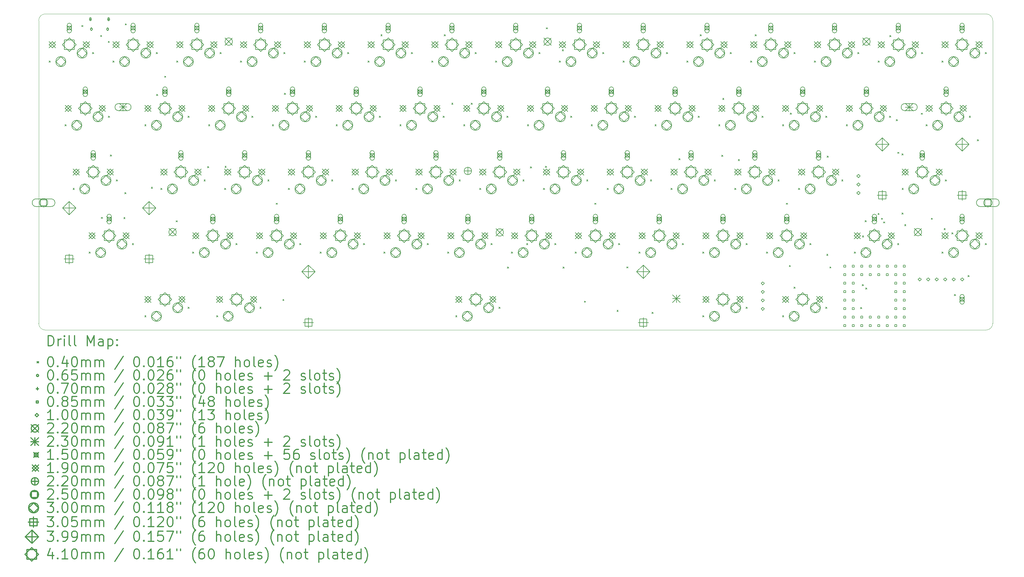
<source format=gbr>
%FSLAX45Y45*%
G04 Gerber Fmt 4.5, Leading zero omitted, Abs format (unit mm)*
G04 Created by KiCad (PCBNEW (5.1.9)-1) date 2021-10-01 21:55:56*
%MOMM*%
%LPD*%
G01*
G04 APERTURE LIST*
%TA.AperFunction,Profile*%
%ADD10C,0.050000*%
%TD*%
%ADD11C,0.200000*%
%ADD12C,0.300000*%
G04 APERTURE END LIST*
D10*
X35500000Y-19261000D02*
X35500000Y-10201000D01*
X7000000Y-10200000D02*
X7000000Y-19261000D01*
X7200000Y-19461000D02*
G75*
G02*
X7000000Y-19261000I0J200000D01*
G01*
X7000000Y-10200000D02*
G75*
G02*
X7200000Y-10000000I200000J0D01*
G01*
X35500000Y-19261000D02*
G75*
G02*
X35300000Y-19461000I-200000J0D01*
G01*
X35300000Y-10001000D02*
X7200000Y-10000000D01*
X7200000Y-19461000D02*
X35300000Y-19461000D01*
X35300000Y-10001000D02*
G75*
G02*
X35500000Y-10201000I0J-200000D01*
G01*
D11*
X7310800Y-11409000D02*
X7350800Y-11449000D01*
X7350800Y-11409000D02*
X7310800Y-11449000D01*
X7787050Y-13314000D02*
X7827050Y-13354000D01*
X7827050Y-13314000D02*
X7787050Y-13354000D01*
X8025180Y-15219000D02*
X8065180Y-15259000D01*
X8065180Y-15219000D02*
X8025180Y-15259000D01*
X8284810Y-10345670D02*
X8324810Y-10385670D01*
X8324810Y-10345670D02*
X8284810Y-10385670D01*
X8501420Y-17124000D02*
X8541420Y-17164000D01*
X8541420Y-17124000D02*
X8501420Y-17164000D01*
X8603500Y-11155000D02*
X8643500Y-11195000D01*
X8643500Y-11155000D02*
X8603500Y-11195000D01*
X8847800Y-10641440D02*
X8887800Y-10681440D01*
X8887800Y-10641440D02*
X8847800Y-10681440D01*
X8870590Y-16085000D02*
X8910590Y-16125000D01*
X8910590Y-16085000D02*
X8870590Y-16125000D01*
X9074560Y-10819020D02*
X9114560Y-10859020D01*
X9114560Y-10819020D02*
X9074560Y-10859020D01*
X9079750Y-13060000D02*
X9119750Y-13100000D01*
X9119750Y-13060000D02*
X9079750Y-13100000D01*
X9139270Y-14216270D02*
X9179270Y-14256270D01*
X9179270Y-14216270D02*
X9139270Y-14256270D01*
X9215800Y-11409000D02*
X9255800Y-11449000D01*
X9255800Y-11409000D02*
X9215800Y-11449000D01*
X9317880Y-14965000D02*
X9357880Y-15005000D01*
X9357880Y-14965000D02*
X9317880Y-15005000D01*
X9541180Y-16089480D02*
X9581180Y-16129480D01*
X9581180Y-16089480D02*
X9541180Y-16129480D01*
X9570270Y-15345850D02*
X9610270Y-15385850D01*
X9610270Y-15345850D02*
X9570270Y-15385850D01*
X9584360Y-10293990D02*
X9624360Y-10333990D01*
X9624360Y-10293990D02*
X9584360Y-10333990D01*
X9794120Y-16870000D02*
X9834120Y-16910000D01*
X9834120Y-16870000D02*
X9794120Y-16910000D01*
X10168300Y-13314000D02*
X10208300Y-13354000D01*
X10208300Y-13314000D02*
X10168300Y-13354000D01*
X10168300Y-19029000D02*
X10208300Y-19069000D01*
X10208300Y-19029000D02*
X10168300Y-19069000D01*
X10362130Y-15182990D02*
X10402130Y-15222990D01*
X10402130Y-15182990D02*
X10362130Y-15222990D01*
X10508500Y-11155000D02*
X10548500Y-11195000D01*
X10548500Y-11155000D02*
X10508500Y-11195000D01*
X10518540Y-12406280D02*
X10558540Y-12446280D01*
X10558540Y-12406280D02*
X10518540Y-12446280D01*
X10644600Y-15219000D02*
X10684600Y-15259000D01*
X10684600Y-15219000D02*
X10644600Y-15259000D01*
X10760002Y-11861000D02*
X10800002Y-11901000D01*
X10800002Y-11861000D02*
X10760002Y-11901000D01*
X11103010Y-16186780D02*
X11143010Y-16226780D01*
X11143010Y-16186780D02*
X11103010Y-16226780D01*
X11120800Y-11409000D02*
X11160800Y-11449000D01*
X11160800Y-11409000D02*
X11120800Y-11449000D01*
X11461000Y-13060000D02*
X11501000Y-13100000D01*
X11501000Y-13060000D02*
X11461000Y-13100000D01*
X11461000Y-18775000D02*
X11501000Y-18815000D01*
X11501000Y-18775000D02*
X11461000Y-18815000D01*
X11597000Y-17124000D02*
X11637000Y-17164000D01*
X11637000Y-17124000D02*
X11597000Y-17164000D01*
X11937300Y-14965000D02*
X11977300Y-15005000D01*
X11977300Y-14965000D02*
X11937300Y-15005000D01*
X12041500Y-14564960D02*
X12081500Y-14604960D01*
X12081500Y-14564960D02*
X12041500Y-14604960D01*
X12073300Y-13314000D02*
X12113300Y-13354000D01*
X12113300Y-13314000D02*
X12073300Y-13354000D01*
X12311400Y-19029000D02*
X12351400Y-19069000D01*
X12351400Y-19029000D02*
X12311400Y-19069000D01*
X12413500Y-11155000D02*
X12453500Y-11195000D01*
X12453500Y-11155000D02*
X12413500Y-11195000D01*
X12549600Y-15219000D02*
X12589600Y-15259000D01*
X12589600Y-15219000D02*
X12549600Y-15259000D01*
X12564600Y-14555650D02*
X12604600Y-14595650D01*
X12604600Y-14555650D02*
X12564600Y-14595650D01*
X12889700Y-16870000D02*
X12929700Y-16910000D01*
X12929700Y-16870000D02*
X12889700Y-16910000D01*
X13025800Y-11409000D02*
X13065800Y-11449000D01*
X13065800Y-11409000D02*
X13025800Y-11449000D01*
X13366000Y-13060000D02*
X13406000Y-13100000D01*
X13406000Y-13060000D02*
X13366000Y-13100000D01*
X13502000Y-17124000D02*
X13542000Y-17164000D01*
X13542000Y-17124000D02*
X13502000Y-17164000D01*
X13604100Y-18775000D02*
X13644100Y-18815000D01*
X13644100Y-18775000D02*
X13604100Y-18815000D01*
X13842300Y-14965000D02*
X13882300Y-15005000D01*
X13882300Y-14965000D02*
X13842300Y-15005000D01*
X13978300Y-13314000D02*
X14018300Y-13354000D01*
X14018300Y-13314000D02*
X13978300Y-13354000D01*
X14090002Y-15661000D02*
X14130002Y-15701000D01*
X14130002Y-15661000D02*
X14090002Y-15701000D01*
X14290002Y-18541000D02*
X14330002Y-18581000D01*
X14330002Y-18541000D02*
X14290002Y-18581000D01*
X14318500Y-11155000D02*
X14358500Y-11195000D01*
X14358500Y-11155000D02*
X14318500Y-11195000D01*
X14335000Y-12370050D02*
X14375000Y-12410050D01*
X14375000Y-12370050D02*
X14335000Y-12410050D01*
X14454600Y-15219000D02*
X14494600Y-15259000D01*
X14494600Y-15219000D02*
X14454600Y-15259000D01*
X14794700Y-16870000D02*
X14834700Y-16910000D01*
X14834700Y-16870000D02*
X14794700Y-16910000D01*
X14930800Y-11409000D02*
X14970800Y-11449000D01*
X14970800Y-11409000D02*
X14930800Y-11449000D01*
X15271000Y-13060000D02*
X15311000Y-13100000D01*
X15311000Y-13060000D02*
X15271000Y-13100000D01*
X15407000Y-17124000D02*
X15447000Y-17164000D01*
X15447000Y-17124000D02*
X15407000Y-17164000D01*
X15747300Y-14965000D02*
X15787300Y-15005000D01*
X15787300Y-14965000D02*
X15747300Y-15005000D01*
X15883300Y-13314000D02*
X15923300Y-13354000D01*
X15923300Y-13314000D02*
X15883300Y-13354000D01*
X16223500Y-11155000D02*
X16263500Y-11195000D01*
X16263500Y-11155000D02*
X16223500Y-11195000D01*
X16359600Y-15219000D02*
X16399600Y-15259000D01*
X16399600Y-15219000D02*
X16359600Y-15259000D01*
X16699700Y-16870000D02*
X16739700Y-16910000D01*
X16739700Y-16870000D02*
X16699700Y-16910000D01*
X16835800Y-11409000D02*
X16875800Y-11449000D01*
X16875800Y-11409000D02*
X16835800Y-11449000D01*
X17176000Y-13060000D02*
X17216000Y-13100000D01*
X17216000Y-13060000D02*
X17176000Y-13100000D01*
X17220280Y-10619950D02*
X17260280Y-10659950D01*
X17260280Y-10619950D02*
X17220280Y-10659950D01*
X17312000Y-17124000D02*
X17352000Y-17164000D01*
X17352000Y-17124000D02*
X17312000Y-17164000D01*
X17652300Y-14965000D02*
X17692300Y-15005000D01*
X17692300Y-14965000D02*
X17652300Y-15005000D01*
X17788300Y-13314000D02*
X17828300Y-13354000D01*
X17828300Y-13314000D02*
X17788300Y-13354000D01*
X18128500Y-11155000D02*
X18168500Y-11195000D01*
X18168500Y-11155000D02*
X18128500Y-11195000D01*
X18264600Y-15219000D02*
X18304600Y-15259000D01*
X18304600Y-15219000D02*
X18264600Y-15259000D01*
X18604700Y-16870000D02*
X18644700Y-16910000D01*
X18644700Y-16870000D02*
X18604700Y-16910000D01*
X18740800Y-11409000D02*
X18780800Y-11449000D01*
X18780800Y-11409000D02*
X18740800Y-11449000D01*
X19081000Y-13060000D02*
X19121000Y-13100000D01*
X19121000Y-13060000D02*
X19081000Y-13100000D01*
X19112910Y-10619950D02*
X19152910Y-10659950D01*
X19152910Y-10619950D02*
X19112910Y-10659950D01*
X19217000Y-17124000D02*
X19257000Y-17164000D01*
X19257000Y-17124000D02*
X19217000Y-17164000D01*
X19336110Y-12670570D02*
X19376110Y-12710570D01*
X19376110Y-12670570D02*
X19336110Y-12710570D01*
X19455200Y-19029000D02*
X19495200Y-19069000D01*
X19495200Y-19029000D02*
X19455200Y-19069000D01*
X19557300Y-14965000D02*
X19597300Y-15005000D01*
X19597300Y-14965000D02*
X19557300Y-15005000D01*
X19693300Y-13314000D02*
X19733300Y-13354000D01*
X19733300Y-13314000D02*
X19693300Y-13354000D01*
X19919150Y-12670570D02*
X19959150Y-12710570D01*
X19959150Y-12670570D02*
X19919150Y-12710570D01*
X20033500Y-11155000D02*
X20073500Y-11195000D01*
X20073500Y-11155000D02*
X20033500Y-11195000D01*
X20169600Y-15219000D02*
X20209600Y-15259000D01*
X20209600Y-15219000D02*
X20169600Y-15259000D01*
X20509700Y-16870000D02*
X20549700Y-16910000D01*
X20549700Y-16870000D02*
X20509700Y-16910000D01*
X20645800Y-11409000D02*
X20685800Y-11449000D01*
X20685800Y-11409000D02*
X20645800Y-11449000D01*
X20747900Y-18775000D02*
X20787900Y-18815000D01*
X20787900Y-18775000D02*
X20747900Y-18815000D01*
X20986000Y-13060000D02*
X21026000Y-13100000D01*
X21026000Y-13060000D02*
X20986000Y-13100000D01*
X21000002Y-17571000D02*
X21040002Y-17611000D01*
X21040002Y-17571000D02*
X21000002Y-17611000D01*
X21122000Y-17124000D02*
X21162000Y-17164000D01*
X21162000Y-17124000D02*
X21122000Y-17164000D01*
X21462300Y-14965000D02*
X21502300Y-15005000D01*
X21502300Y-14965000D02*
X21462300Y-15005000D01*
X21571920Y-16870000D02*
X21611920Y-16910000D01*
X21611920Y-16870000D02*
X21571920Y-16910000D01*
X21598300Y-13314000D02*
X21638300Y-13354000D01*
X21638300Y-13314000D02*
X21598300Y-13354000D01*
X21684000Y-14573610D02*
X21724000Y-14613610D01*
X21724000Y-14573610D02*
X21684000Y-14613610D01*
X21938500Y-11155000D02*
X21978500Y-11195000D01*
X21978500Y-11155000D02*
X21938500Y-11195000D01*
X22074600Y-15219000D02*
X22114600Y-15259000D01*
X22114600Y-15219000D02*
X22074600Y-15259000D01*
X22132670Y-14554600D02*
X22172670Y-14594600D01*
X22172670Y-14554600D02*
X22132670Y-14594600D01*
X22158320Y-10412930D02*
X22198320Y-10452930D01*
X22198320Y-10412930D02*
X22158320Y-10452930D01*
X22414700Y-16870000D02*
X22454700Y-16910000D01*
X22454700Y-16870000D02*
X22414700Y-16910000D01*
X22550800Y-11409000D02*
X22590800Y-11449000D01*
X22590800Y-11409000D02*
X22550800Y-11449000D01*
X22638520Y-11070340D02*
X22678520Y-11110340D01*
X22678520Y-11070340D02*
X22638520Y-11110340D01*
X22660002Y-17571000D02*
X22700002Y-17611000D01*
X22700002Y-17571000D02*
X22660002Y-17611000D01*
X22891000Y-13060000D02*
X22931000Y-13100000D01*
X22931000Y-13060000D02*
X22891000Y-13100000D01*
X23027000Y-17124000D02*
X23067000Y-17164000D01*
X23067000Y-17124000D02*
X23027000Y-17164000D01*
X23300002Y-18591000D02*
X23340002Y-18631000D01*
X23340002Y-18591000D02*
X23300002Y-18631000D01*
X23367300Y-14965000D02*
X23407300Y-15005000D01*
X23407300Y-14965000D02*
X23367300Y-15005000D01*
X23503300Y-13314000D02*
X23543300Y-13354000D01*
X23543300Y-13314000D02*
X23503300Y-13354000D01*
X23610002Y-15661000D02*
X23650002Y-15701000D01*
X23650002Y-15661000D02*
X23610002Y-15701000D01*
X23843500Y-11155000D02*
X23883500Y-11195000D01*
X23883500Y-11155000D02*
X23843500Y-11195000D01*
X23979600Y-15219000D02*
X24019600Y-15259000D01*
X24019600Y-15219000D02*
X23979600Y-15259000D01*
X24272950Y-18863820D02*
X24312950Y-18903820D01*
X24312950Y-18863820D02*
X24272950Y-18903820D01*
X24319700Y-16870000D02*
X24359700Y-16910000D01*
X24359700Y-16870000D02*
X24319700Y-16910000D01*
X24455800Y-11409000D02*
X24495800Y-11449000D01*
X24495800Y-11409000D02*
X24455800Y-11449000D01*
X24565002Y-17566000D02*
X24605002Y-17606000D01*
X24605002Y-17566000D02*
X24565002Y-17606000D01*
X24796000Y-13060000D02*
X24836000Y-13100000D01*
X24836000Y-13060000D02*
X24796000Y-13100000D01*
X24932000Y-17124000D02*
X24972000Y-17164000D01*
X24972000Y-17124000D02*
X24932000Y-17164000D01*
X25272300Y-14965000D02*
X25312300Y-15005000D01*
X25312300Y-14965000D02*
X25272300Y-15005000D01*
X25318770Y-18926620D02*
X25358770Y-18966620D01*
X25358770Y-18926620D02*
X25318770Y-18966620D01*
X25408300Y-13314000D02*
X25448300Y-13354000D01*
X25448300Y-13314000D02*
X25408300Y-13354000D01*
X25748500Y-11155000D02*
X25788500Y-11195000D01*
X25788500Y-11155000D02*
X25748500Y-11195000D01*
X25884600Y-15219000D02*
X25924600Y-15259000D01*
X25924600Y-15219000D02*
X25884600Y-15259000D01*
X26123800Y-14328250D02*
X26163800Y-14368250D01*
X26163800Y-14328250D02*
X26123800Y-14368250D01*
X26224700Y-16870000D02*
X26264700Y-16910000D01*
X26264700Y-16870000D02*
X26224700Y-16910000D01*
X26360800Y-11409000D02*
X26400800Y-11449000D01*
X26400800Y-11409000D02*
X26360800Y-11449000D01*
X26701000Y-13060000D02*
X26741000Y-13100000D01*
X26741000Y-13060000D02*
X26701000Y-13100000D01*
X26761000Y-10619950D02*
X26801000Y-10659950D01*
X26801000Y-10619950D02*
X26761000Y-10659950D01*
X26837000Y-17124000D02*
X26877000Y-17164000D01*
X26877000Y-17124000D02*
X26837000Y-17164000D01*
X26837000Y-19029000D02*
X26877000Y-19069000D01*
X26877000Y-19029000D02*
X26837000Y-19069000D01*
X27177300Y-14965000D02*
X27217300Y-15005000D01*
X27217300Y-14965000D02*
X27177300Y-15005000D01*
X27313300Y-13314000D02*
X27353300Y-13354000D01*
X27353300Y-13314000D02*
X27313300Y-13354000D01*
X27402510Y-14225620D02*
X27442510Y-14265620D01*
X27442510Y-14225620D02*
X27402510Y-14265620D01*
X27430640Y-12525550D02*
X27470640Y-12565550D01*
X27470640Y-12525550D02*
X27430640Y-12565550D01*
X27653500Y-11155000D02*
X27693500Y-11195000D01*
X27693500Y-11155000D02*
X27653500Y-11195000D01*
X27789600Y-15219000D02*
X27829600Y-15259000D01*
X27829600Y-15219000D02*
X27789600Y-15259000D01*
X27895660Y-14350960D02*
X27935660Y-14390960D01*
X27935660Y-14350960D02*
X27895660Y-14390960D01*
X28129700Y-16870000D02*
X28169700Y-16910000D01*
X28169700Y-16870000D02*
X28129700Y-16910000D01*
X28129700Y-18775000D02*
X28169700Y-18815000D01*
X28169700Y-18775000D02*
X28129700Y-18815000D01*
X28265800Y-11409000D02*
X28305800Y-11449000D01*
X28305800Y-11409000D02*
X28265800Y-11449000D01*
X28399200Y-10619950D02*
X28439200Y-10659950D01*
X28439200Y-10619950D02*
X28399200Y-10659950D01*
X28606000Y-13060000D02*
X28646000Y-13100000D01*
X28646000Y-13060000D02*
X28606000Y-13100000D01*
X28742000Y-17124000D02*
X28782000Y-17164000D01*
X28782000Y-17124000D02*
X28742000Y-17164000D01*
X29082300Y-14965000D02*
X29122300Y-15005000D01*
X29122300Y-14965000D02*
X29082300Y-15005000D01*
X29218300Y-13314000D02*
X29258300Y-13354000D01*
X29258300Y-13314000D02*
X29218300Y-13354000D01*
X29218300Y-19029000D02*
X29258300Y-19069000D01*
X29258300Y-19029000D02*
X29218300Y-19069000D01*
X29330002Y-15661000D02*
X29370002Y-15701000D01*
X29370002Y-15661000D02*
X29330002Y-15701000D01*
X29419900Y-17525080D02*
X29459900Y-17565080D01*
X29459900Y-17525080D02*
X29419900Y-17565080D01*
X29448310Y-12967670D02*
X29488310Y-13007670D01*
X29488310Y-12967670D02*
X29448310Y-13007670D01*
X29558500Y-11155000D02*
X29598500Y-11195000D01*
X29598500Y-11155000D02*
X29558500Y-11195000D01*
X29562250Y-18173040D02*
X29602250Y-18213040D01*
X29602250Y-18173040D02*
X29562250Y-18213040D01*
X29694600Y-15219000D02*
X29734600Y-15259000D01*
X29734600Y-15219000D02*
X29694600Y-15259000D01*
X30034700Y-16870000D02*
X30074700Y-16910000D01*
X30074700Y-16870000D02*
X30034700Y-16910000D01*
X30170800Y-11409000D02*
X30210800Y-11449000D01*
X30210800Y-11409000D02*
X30170800Y-11449000D01*
X30511000Y-13060000D02*
X30551000Y-13100000D01*
X30551000Y-13060000D02*
X30511000Y-13100000D01*
X30511000Y-18775000D02*
X30551000Y-18815000D01*
X30551000Y-18775000D02*
X30511000Y-18815000D01*
X30539140Y-17187370D02*
X30579140Y-17227370D01*
X30579140Y-17187370D02*
X30539140Y-17227370D01*
X30548350Y-14252610D02*
X30588350Y-14292610D01*
X30588350Y-14252610D02*
X30548350Y-14292610D01*
X30630350Y-17567470D02*
X30670350Y-17607470D01*
X30670350Y-17567470D02*
X30630350Y-17607470D01*
X30987300Y-14965000D02*
X31027300Y-15005000D01*
X31027300Y-14965000D02*
X30987300Y-15005000D01*
X31123300Y-13314000D02*
X31163300Y-13354000D01*
X31163300Y-13314000D02*
X31123300Y-13354000D01*
X31361400Y-17124000D02*
X31401400Y-17164000D01*
X31401400Y-17124000D02*
X31361400Y-17164000D01*
X31463500Y-11155000D02*
X31503500Y-11195000D01*
X31503500Y-11155000D02*
X31463500Y-11195000D01*
X31550480Y-18784380D02*
X31590480Y-18824380D01*
X31590480Y-18784380D02*
X31550480Y-18824380D01*
X31600280Y-18094630D02*
X31640280Y-18134630D01*
X31640280Y-18094630D02*
X31600280Y-18134630D01*
X31604220Y-16639690D02*
X31644220Y-16679690D01*
X31644220Y-16639690D02*
X31604220Y-16679690D01*
X31685450Y-16184050D02*
X31725450Y-16224050D01*
X31725450Y-16184050D02*
X31685450Y-16224050D01*
X31702400Y-18196740D02*
X31742400Y-18236740D01*
X31742400Y-18196740D02*
X31702400Y-18236740D01*
X32070600Y-15967170D02*
X32110600Y-16007170D01*
X32110600Y-15967170D02*
X32070600Y-16007170D01*
X32075800Y-11409000D02*
X32115800Y-11449000D01*
X32115800Y-11409000D02*
X32075800Y-11449000D01*
X32172720Y-16110350D02*
X32212720Y-16150350D01*
X32212720Y-16110350D02*
X32172720Y-16150350D01*
X32234250Y-16221070D02*
X32274250Y-16261070D01*
X32274250Y-16221070D02*
X32234250Y-16261070D01*
X32416000Y-13060000D02*
X32456000Y-13100000D01*
X32456000Y-13060000D02*
X32416000Y-13100000D01*
X32421100Y-10644760D02*
X32461100Y-10684760D01*
X32461100Y-10644760D02*
X32421100Y-10684760D01*
X32617450Y-13157600D02*
X32657450Y-13197600D01*
X32657450Y-13157600D02*
X32617450Y-13197600D01*
X32654100Y-16870000D02*
X32694100Y-16910000D01*
X32694100Y-16870000D02*
X32654100Y-16910000D01*
X32661800Y-14137090D02*
X32701800Y-14177090D01*
X32701800Y-14137090D02*
X32661800Y-14177090D01*
X32785770Y-14181210D02*
X32825770Y-14221210D01*
X32825770Y-14181210D02*
X32785770Y-14221210D01*
X32786080Y-15951830D02*
X32826080Y-15991830D01*
X32826080Y-15951830D02*
X32786080Y-15991830D01*
X32790200Y-15219000D02*
X32830200Y-15259000D01*
X32830200Y-15219000D02*
X32790200Y-15259000D01*
X32866850Y-16303280D02*
X32906850Y-16343280D01*
X32906850Y-16303280D02*
X32866850Y-16343280D01*
X33362230Y-12969820D02*
X33402230Y-13009820D01*
X33402230Y-12969820D02*
X33362230Y-13009820D01*
X33368500Y-11155000D02*
X33408500Y-11195000D01*
X33408500Y-11155000D02*
X33368500Y-11195000D01*
X33504600Y-13314000D02*
X33544600Y-13354000D01*
X33544600Y-13314000D02*
X33504600Y-13354000D01*
X33661760Y-16110350D02*
X33701760Y-16150350D01*
X33701760Y-16110350D02*
X33661760Y-16150350D01*
X33980800Y-11409000D02*
X34020800Y-11449000D01*
X34020800Y-11409000D02*
X33980800Y-11449000D01*
X33980800Y-17124000D02*
X34020800Y-17164000D01*
X34020800Y-17124000D02*
X33980800Y-17164000D01*
X34042930Y-16417870D02*
X34082930Y-16457870D01*
X34082930Y-16417870D02*
X34042930Y-16457870D01*
X34082900Y-14965000D02*
X34122900Y-15005000D01*
X34122900Y-14965000D02*
X34082900Y-15005000D01*
X34274010Y-16547700D02*
X34314010Y-16587700D01*
X34314010Y-16547700D02*
X34274010Y-16587700D01*
X34350810Y-18390640D02*
X34390810Y-18430640D01*
X34390810Y-18390640D02*
X34350810Y-18430640D01*
X34756450Y-17822650D02*
X34796450Y-17862650D01*
X34796450Y-17822650D02*
X34756450Y-17862650D01*
X34797300Y-13060000D02*
X34837300Y-13100000D01*
X34837300Y-13060000D02*
X34797300Y-13100000D01*
X35040002Y-13761000D02*
X35080002Y-13801000D01*
X35080002Y-13761000D02*
X35040002Y-13801000D01*
X35273500Y-11155000D02*
X35313500Y-11195000D01*
X35313500Y-11155000D02*
X35273500Y-11195000D01*
X35273500Y-16870000D02*
X35313500Y-16910000D01*
X35313500Y-16870000D02*
X35273500Y-16910000D01*
X8608000Y-10458500D02*
G75*
G03*
X8608000Y-10458500I-32500J0D01*
G01*
X8553000Y-10438500D02*
X8553000Y-10478500D01*
X8598000Y-10438500D02*
X8598000Y-10478500D01*
X8553000Y-10478500D02*
G75*
G03*
X8598000Y-10478500I22500J0D01*
G01*
X8598000Y-10438500D02*
G75*
G03*
X8553000Y-10438500I-22500J0D01*
G01*
X9092000Y-10458500D02*
G75*
G03*
X9092000Y-10458500I-32500J0D01*
G01*
X9037000Y-10438500D02*
X9037000Y-10478500D01*
X9082000Y-10438500D02*
X9082000Y-10478500D01*
X9037000Y-10478500D02*
G75*
G03*
X9082000Y-10478500I22500J0D01*
G01*
X9082000Y-10438500D02*
G75*
G03*
X9037000Y-10438500I-22500J0D01*
G01*
X8544500Y-10123500D02*
X8544500Y-10193500D01*
X8509500Y-10158500D02*
X8579500Y-10158500D01*
X8519500Y-10133500D02*
X8519500Y-10183500D01*
X8569500Y-10133500D02*
X8569500Y-10183500D01*
X8519500Y-10183500D02*
G75*
G03*
X8569500Y-10183500I25000J0D01*
G01*
X8569500Y-10133500D02*
G75*
G03*
X8519500Y-10133500I-25000J0D01*
G01*
X9090500Y-10123500D02*
X9090500Y-10193500D01*
X9055500Y-10158500D02*
X9125500Y-10158500D01*
X9065500Y-10133500D02*
X9065500Y-10183500D01*
X9115500Y-10133500D02*
X9115500Y-10183500D01*
X9065500Y-10183500D02*
G75*
G03*
X9115500Y-10183500I25000J0D01*
G01*
X9115500Y-10133500D02*
G75*
G03*
X9065500Y-10133500I-25000J0D01*
G01*
X31108552Y-17582052D02*
X31108552Y-17521948D01*
X31048448Y-17521948D01*
X31048448Y-17582052D01*
X31108552Y-17582052D01*
X31108552Y-17836052D02*
X31108552Y-17775948D01*
X31048448Y-17775948D01*
X31048448Y-17836052D01*
X31108552Y-17836052D01*
X31108552Y-18090052D02*
X31108552Y-18029948D01*
X31048448Y-18029948D01*
X31048448Y-18090052D01*
X31108552Y-18090052D01*
X31108552Y-18344052D02*
X31108552Y-18283948D01*
X31048448Y-18283948D01*
X31048448Y-18344052D01*
X31108552Y-18344052D01*
X31108552Y-18598052D02*
X31108552Y-18537948D01*
X31048448Y-18537948D01*
X31048448Y-18598052D01*
X31108552Y-18598052D01*
X31108552Y-18852052D02*
X31108552Y-18791948D01*
X31048448Y-18791948D01*
X31048448Y-18852052D01*
X31108552Y-18852052D01*
X31108552Y-19106052D02*
X31108552Y-19045948D01*
X31048448Y-19045948D01*
X31048448Y-19106052D01*
X31108552Y-19106052D01*
X31108552Y-19360052D02*
X31108552Y-19299948D01*
X31048448Y-19299948D01*
X31048448Y-19360052D01*
X31108552Y-19360052D01*
X31362552Y-17582052D02*
X31362552Y-17521948D01*
X31302448Y-17521948D01*
X31302448Y-17582052D01*
X31362552Y-17582052D01*
X31362552Y-17836052D02*
X31362552Y-17775948D01*
X31302448Y-17775948D01*
X31302448Y-17836052D01*
X31362552Y-17836052D01*
X31362552Y-18090052D02*
X31362552Y-18029948D01*
X31302448Y-18029948D01*
X31302448Y-18090052D01*
X31362552Y-18090052D01*
X31362552Y-18344052D02*
X31362552Y-18283948D01*
X31302448Y-18283948D01*
X31302448Y-18344052D01*
X31362552Y-18344052D01*
X31362552Y-18598052D02*
X31362552Y-18537948D01*
X31302448Y-18537948D01*
X31302448Y-18598052D01*
X31362552Y-18598052D01*
X31362552Y-18852052D02*
X31362552Y-18791948D01*
X31302448Y-18791948D01*
X31302448Y-18852052D01*
X31362552Y-18852052D01*
X31362552Y-19106052D02*
X31362552Y-19045948D01*
X31302448Y-19045948D01*
X31302448Y-19106052D01*
X31362552Y-19106052D01*
X31362552Y-19360052D02*
X31362552Y-19299948D01*
X31302448Y-19299948D01*
X31302448Y-19360052D01*
X31362552Y-19360052D01*
X31616552Y-17582052D02*
X31616552Y-17521948D01*
X31556448Y-17521948D01*
X31556448Y-17582052D01*
X31616552Y-17582052D01*
X31616552Y-17836052D02*
X31616552Y-17775948D01*
X31556448Y-17775948D01*
X31556448Y-17836052D01*
X31616552Y-17836052D01*
X31616552Y-19106052D02*
X31616552Y-19045948D01*
X31556448Y-19045948D01*
X31556448Y-19106052D01*
X31616552Y-19106052D01*
X31616552Y-19360052D02*
X31616552Y-19299948D01*
X31556448Y-19299948D01*
X31556448Y-19360052D01*
X31616552Y-19360052D01*
X31870552Y-17582052D02*
X31870552Y-17521948D01*
X31810448Y-17521948D01*
X31810448Y-17582052D01*
X31870552Y-17582052D01*
X31870552Y-17836052D02*
X31870552Y-17775948D01*
X31810448Y-17775948D01*
X31810448Y-17836052D01*
X31870552Y-17836052D01*
X31870552Y-19106052D02*
X31870552Y-19045948D01*
X31810448Y-19045948D01*
X31810448Y-19106052D01*
X31870552Y-19106052D01*
X31870552Y-19360052D02*
X31870552Y-19299948D01*
X31810448Y-19299948D01*
X31810448Y-19360052D01*
X31870552Y-19360052D01*
X32124552Y-17582052D02*
X32124552Y-17521948D01*
X32064448Y-17521948D01*
X32064448Y-17582052D01*
X32124552Y-17582052D01*
X32124552Y-17836052D02*
X32124552Y-17775948D01*
X32064448Y-17775948D01*
X32064448Y-17836052D01*
X32124552Y-17836052D01*
X32124552Y-19106052D02*
X32124552Y-19045948D01*
X32064448Y-19045948D01*
X32064448Y-19106052D01*
X32124552Y-19106052D01*
X32124552Y-19360052D02*
X32124552Y-19299948D01*
X32064448Y-19299948D01*
X32064448Y-19360052D01*
X32124552Y-19360052D01*
X32378552Y-17582052D02*
X32378552Y-17521948D01*
X32318448Y-17521948D01*
X32318448Y-17582052D01*
X32378552Y-17582052D01*
X32378552Y-17836052D02*
X32378552Y-17775948D01*
X32318448Y-17775948D01*
X32318448Y-17836052D01*
X32378552Y-17836052D01*
X32378552Y-19106052D02*
X32378552Y-19045948D01*
X32318448Y-19045948D01*
X32318448Y-19106052D01*
X32378552Y-19106052D01*
X32378552Y-19360052D02*
X32378552Y-19299948D01*
X32318448Y-19299948D01*
X32318448Y-19360052D01*
X32378552Y-19360052D01*
X32632552Y-17582052D02*
X32632552Y-17521948D01*
X32572448Y-17521948D01*
X32572448Y-17582052D01*
X32632552Y-17582052D01*
X32632552Y-17836052D02*
X32632552Y-17775948D01*
X32572448Y-17775948D01*
X32572448Y-17836052D01*
X32632552Y-17836052D01*
X32632552Y-18090052D02*
X32632552Y-18029948D01*
X32572448Y-18029948D01*
X32572448Y-18090052D01*
X32632552Y-18090052D01*
X32632552Y-18344052D02*
X32632552Y-18283948D01*
X32572448Y-18283948D01*
X32572448Y-18344052D01*
X32632552Y-18344052D01*
X32632552Y-18598052D02*
X32632552Y-18537948D01*
X32572448Y-18537948D01*
X32572448Y-18598052D01*
X32632552Y-18598052D01*
X32632552Y-18852052D02*
X32632552Y-18791948D01*
X32572448Y-18791948D01*
X32572448Y-18852052D01*
X32632552Y-18852052D01*
X32632552Y-19106052D02*
X32632552Y-19045948D01*
X32572448Y-19045948D01*
X32572448Y-19106052D01*
X32632552Y-19106052D01*
X32632552Y-19360052D02*
X32632552Y-19299948D01*
X32572448Y-19299948D01*
X32572448Y-19360052D01*
X32632552Y-19360052D01*
X32886552Y-17582052D02*
X32886552Y-17521948D01*
X32826448Y-17521948D01*
X32826448Y-17582052D01*
X32886552Y-17582052D01*
X32886552Y-17836052D02*
X32886552Y-17775948D01*
X32826448Y-17775948D01*
X32826448Y-17836052D01*
X32886552Y-17836052D01*
X32886552Y-18090052D02*
X32886552Y-18029948D01*
X32826448Y-18029948D01*
X32826448Y-18090052D01*
X32886552Y-18090052D01*
X32886552Y-18344052D02*
X32886552Y-18283948D01*
X32826448Y-18283948D01*
X32826448Y-18344052D01*
X32886552Y-18344052D01*
X32886552Y-18598052D02*
X32886552Y-18537948D01*
X32826448Y-18537948D01*
X32826448Y-18598052D01*
X32886552Y-18598052D01*
X32886552Y-18852052D02*
X32886552Y-18791948D01*
X32826448Y-18791948D01*
X32826448Y-18852052D01*
X32886552Y-18852052D01*
X32886552Y-19106052D02*
X32886552Y-19045948D01*
X32826448Y-19045948D01*
X32826448Y-19106052D01*
X32886552Y-19106052D01*
X32886552Y-19360052D02*
X32886552Y-19299948D01*
X32826448Y-19299948D01*
X32826448Y-19360052D01*
X32886552Y-19360052D01*
X28631900Y-18114800D02*
X28681900Y-18064800D01*
X28631900Y-18014800D01*
X28581900Y-18064800D01*
X28631900Y-18114800D01*
X28631900Y-18368800D02*
X28681900Y-18318800D01*
X28631900Y-18268800D01*
X28581900Y-18318800D01*
X28631900Y-18368800D01*
X28631900Y-18622800D02*
X28681900Y-18572800D01*
X28631900Y-18522800D01*
X28581900Y-18572800D01*
X28631900Y-18622800D01*
X28631900Y-18876800D02*
X28681900Y-18826800D01*
X28631900Y-18776800D01*
X28581900Y-18826800D01*
X28631900Y-18876800D01*
X31489400Y-14900100D02*
X31539400Y-14850100D01*
X31489400Y-14800100D01*
X31439400Y-14850100D01*
X31489400Y-14900100D01*
X31489400Y-15154100D02*
X31539400Y-15104100D01*
X31489400Y-15054100D01*
X31439400Y-15104100D01*
X31489400Y-15154100D01*
X31489400Y-15408100D02*
X31539400Y-15358100D01*
X31489400Y-15308100D01*
X31439400Y-15358100D01*
X31489400Y-15408100D01*
X33315100Y-17995700D02*
X33365100Y-17945700D01*
X33315100Y-17895700D01*
X33265100Y-17945700D01*
X33315100Y-17995700D01*
X33569100Y-17995700D02*
X33619100Y-17945700D01*
X33569100Y-17895700D01*
X33519100Y-17945700D01*
X33569100Y-17995700D01*
X33823100Y-17995700D02*
X33873100Y-17945700D01*
X33823100Y-17895700D01*
X33773100Y-17945700D01*
X33823100Y-17995700D01*
X34077100Y-17995700D02*
X34127100Y-17945700D01*
X34077100Y-17895700D01*
X34027100Y-17945700D01*
X34077100Y-17995700D01*
X34331100Y-17995700D02*
X34381100Y-17945700D01*
X34331100Y-17895700D01*
X34281100Y-17945700D01*
X34331100Y-17995700D01*
X34585100Y-17995700D02*
X34635100Y-17945700D01*
X34585100Y-17895700D01*
X34535100Y-17945700D01*
X34585100Y-17995700D01*
X10890000Y-16420000D02*
X11110000Y-16640000D01*
X11110000Y-16420000D02*
X10890000Y-16640000D01*
X11110000Y-16530000D02*
G75*
G03*
X11110000Y-16530000I-110000J0D01*
G01*
X12567500Y-10720000D02*
X12787500Y-10940000D01*
X12787500Y-10720000D02*
X12567500Y-10940000D01*
X12787500Y-10830000D02*
G75*
G03*
X12787500Y-10830000I-110000J0D01*
G01*
X20663800Y-16430000D02*
X20883800Y-16650000D01*
X20883800Y-16430000D02*
X20663800Y-16650000D01*
X20883800Y-16540000D02*
G75*
G03*
X20883800Y-16540000I-110000J0D01*
G01*
X22092500Y-10721000D02*
X22312500Y-10941000D01*
X22312500Y-10721000D02*
X22092500Y-10941000D01*
X22312500Y-10831000D02*
G75*
G03*
X22312500Y-10831000I-110000J0D01*
G01*
X31617500Y-10720000D02*
X31837500Y-10940000D01*
X31837500Y-10720000D02*
X31617500Y-10940000D01*
X31837500Y-10830000D02*
G75*
G03*
X31837500Y-10830000I-110000J0D01*
G01*
X33155000Y-16420000D02*
X33375000Y-16640000D01*
X33375000Y-16420000D02*
X33155000Y-16640000D01*
X33375000Y-16530000D02*
G75*
G03*
X33375000Y-16530000I-110000J0D01*
G01*
X9405000Y-12675000D02*
X9635000Y-12905000D01*
X9635000Y-12675000D02*
X9405000Y-12905000D01*
X9520000Y-12675000D02*
X9520000Y-12905000D01*
X9405000Y-12790000D02*
X9635000Y-12790000D01*
X9385000Y-12895000D02*
X9655000Y-12895000D01*
X9385000Y-12685000D02*
X9655000Y-12685000D01*
X9655000Y-12895000D02*
G75*
G03*
X9655000Y-12685000I0J105000D01*
G01*
X9385000Y-12685000D02*
G75*
G03*
X9385000Y-12895000I0J-105000D01*
G01*
X25935000Y-18405000D02*
X26165000Y-18635000D01*
X26165000Y-18405000D02*
X25935000Y-18635000D01*
X26050000Y-18405000D02*
X26050000Y-18635000D01*
X25935000Y-18520000D02*
X26165000Y-18520000D01*
X32890000Y-12676000D02*
X33120000Y-12906000D01*
X33120000Y-12676000D02*
X32890000Y-12906000D01*
X33005000Y-12676000D02*
X33005000Y-12906000D01*
X32890000Y-12791000D02*
X33120000Y-12791000D01*
X32870000Y-12896000D02*
X33140000Y-12896000D01*
X32870000Y-12686000D02*
X33140000Y-12686000D01*
X33140000Y-12896000D02*
G75*
G03*
X33140000Y-12686000I0J105000D01*
G01*
X32870000Y-12686000D02*
G75*
G03*
X32870000Y-12896000I0J-105000D01*
G01*
X7840000Y-10350000D02*
X7990000Y-10500000D01*
X7990000Y-10350000D02*
X7840000Y-10500000D01*
X7968033Y-10478034D02*
X7968033Y-10371967D01*
X7861966Y-10371967D01*
X7861966Y-10478034D01*
X7968033Y-10478034D01*
X7980000Y-10507500D02*
X7980000Y-10342500D01*
X7850000Y-10507500D02*
X7850000Y-10342500D01*
X7980000Y-10342500D02*
G75*
G03*
X7850000Y-10342500I-65000J0D01*
G01*
X7850000Y-10507500D02*
G75*
G03*
X7980000Y-10507500I65000J0D01*
G01*
X8316250Y-12255000D02*
X8466250Y-12405000D01*
X8466250Y-12255000D02*
X8316250Y-12405000D01*
X8444284Y-12383033D02*
X8444284Y-12276966D01*
X8338216Y-12276966D01*
X8338216Y-12383033D01*
X8444284Y-12383033D01*
X8326250Y-12247500D02*
X8326250Y-12412500D01*
X8456250Y-12247500D02*
X8456250Y-12412500D01*
X8326250Y-12412500D02*
G75*
G03*
X8456250Y-12412500I65000J0D01*
G01*
X8456250Y-12247500D02*
G75*
G03*
X8326250Y-12247500I-65000J0D01*
G01*
X8554380Y-14160000D02*
X8704380Y-14310000D01*
X8704380Y-14160000D02*
X8554380Y-14310000D01*
X8682414Y-14288033D02*
X8682414Y-14181966D01*
X8576347Y-14181966D01*
X8576347Y-14288033D01*
X8682414Y-14288033D01*
X8694380Y-14317500D02*
X8694380Y-14152500D01*
X8564380Y-14317500D02*
X8564380Y-14152500D01*
X8694380Y-14152500D02*
G75*
G03*
X8564380Y-14152500I-65000J0D01*
G01*
X8564380Y-14317500D02*
G75*
G03*
X8694380Y-14317500I65000J0D01*
G01*
X9030620Y-16065000D02*
X9180620Y-16215000D01*
X9180620Y-16065000D02*
X9030620Y-16215000D01*
X9158654Y-16193033D02*
X9158654Y-16086966D01*
X9052587Y-16086966D01*
X9052587Y-16193033D01*
X9158654Y-16193033D01*
X9040620Y-16057500D02*
X9040620Y-16222500D01*
X9170620Y-16057500D02*
X9170620Y-16222500D01*
X9040620Y-16222500D02*
G75*
G03*
X9170620Y-16222500I65000J0D01*
G01*
X9170620Y-16057500D02*
G75*
G03*
X9040620Y-16057500I-65000J0D01*
G01*
X9745000Y-10350000D02*
X9895000Y-10500000D01*
X9895000Y-10350000D02*
X9745000Y-10500000D01*
X9873034Y-10478034D02*
X9873034Y-10371967D01*
X9766967Y-10371967D01*
X9766967Y-10478034D01*
X9873034Y-10478034D01*
X9885000Y-10507500D02*
X9885000Y-10342500D01*
X9755000Y-10507500D02*
X9755000Y-10342500D01*
X9885000Y-10342500D02*
G75*
G03*
X9755000Y-10342500I-65000J0D01*
G01*
X9755000Y-10507500D02*
G75*
G03*
X9885000Y-10507500I65000J0D01*
G01*
X10697500Y-12255000D02*
X10847500Y-12405000D01*
X10847500Y-12255000D02*
X10697500Y-12405000D01*
X10825534Y-12383033D02*
X10825534Y-12276966D01*
X10719467Y-12276966D01*
X10719467Y-12383033D01*
X10825534Y-12383033D01*
X10707500Y-12247500D02*
X10707500Y-12412500D01*
X10837500Y-12247500D02*
X10837500Y-12412500D01*
X10707500Y-12412500D02*
G75*
G03*
X10837500Y-12412500I65000J0D01*
G01*
X10837500Y-12247500D02*
G75*
G03*
X10707500Y-12247500I-65000J0D01*
G01*
X11173800Y-14160000D02*
X11323800Y-14310000D01*
X11323800Y-14160000D02*
X11173800Y-14310000D01*
X11301833Y-14288033D02*
X11301833Y-14181966D01*
X11195766Y-14181966D01*
X11195766Y-14288033D01*
X11301833Y-14288033D01*
X11313800Y-14317500D02*
X11313800Y-14152500D01*
X11183800Y-14317500D02*
X11183800Y-14152500D01*
X11313800Y-14152500D02*
G75*
G03*
X11183800Y-14152500I-65000J0D01*
G01*
X11183800Y-14317500D02*
G75*
G03*
X11313800Y-14317500I65000J0D01*
G01*
X11650000Y-10350000D02*
X11800000Y-10500000D01*
X11800000Y-10350000D02*
X11650000Y-10500000D01*
X11778033Y-10478034D02*
X11778033Y-10371967D01*
X11671966Y-10371967D01*
X11671966Y-10478034D01*
X11778033Y-10478034D01*
X11790000Y-10507500D02*
X11790000Y-10342500D01*
X11660000Y-10507500D02*
X11660000Y-10342500D01*
X11790000Y-10342500D02*
G75*
G03*
X11660000Y-10342500I-65000J0D01*
G01*
X11660000Y-10507500D02*
G75*
G03*
X11790000Y-10507500I65000J0D01*
G01*
X12126200Y-16065000D02*
X12276200Y-16215000D01*
X12276200Y-16065000D02*
X12126200Y-16215000D01*
X12254233Y-16193033D02*
X12254233Y-16086966D01*
X12148166Y-16086966D01*
X12148166Y-16193033D01*
X12254233Y-16193033D01*
X12136200Y-16057500D02*
X12136200Y-16222500D01*
X12266200Y-16057500D02*
X12266200Y-16222500D01*
X12136200Y-16222500D02*
G75*
G03*
X12266200Y-16222500I65000J0D01*
G01*
X12266200Y-16057500D02*
G75*
G03*
X12136200Y-16057500I-65000J0D01*
G01*
X12602500Y-12255000D02*
X12752500Y-12405000D01*
X12752500Y-12255000D02*
X12602500Y-12405000D01*
X12730533Y-12383033D02*
X12730533Y-12276966D01*
X12624466Y-12276966D01*
X12624466Y-12383033D01*
X12730533Y-12383033D01*
X12612500Y-12247500D02*
X12612500Y-12412500D01*
X12742500Y-12247500D02*
X12742500Y-12412500D01*
X12612500Y-12412500D02*
G75*
G03*
X12742500Y-12412500I65000J0D01*
G01*
X12742500Y-12247500D02*
G75*
G03*
X12612500Y-12247500I-65000J0D01*
G01*
X13078800Y-14160000D02*
X13228800Y-14310000D01*
X13228800Y-14160000D02*
X13078800Y-14310000D01*
X13206833Y-14288033D02*
X13206833Y-14181966D01*
X13100766Y-14181966D01*
X13100766Y-14288033D01*
X13206833Y-14288033D01*
X13218800Y-14317500D02*
X13218800Y-14152500D01*
X13088800Y-14317500D02*
X13088800Y-14152500D01*
X13218800Y-14152500D02*
G75*
G03*
X13088800Y-14152500I-65000J0D01*
G01*
X13088800Y-14317500D02*
G75*
G03*
X13218800Y-14317500I65000J0D01*
G01*
X13555000Y-10350000D02*
X13705000Y-10500000D01*
X13705000Y-10350000D02*
X13555000Y-10500000D01*
X13683033Y-10478034D02*
X13683033Y-10371967D01*
X13576966Y-10371967D01*
X13576966Y-10478034D01*
X13683033Y-10478034D01*
X13695000Y-10507500D02*
X13695000Y-10342500D01*
X13565000Y-10507500D02*
X13565000Y-10342500D01*
X13695000Y-10342500D02*
G75*
G03*
X13565000Y-10342500I-65000J0D01*
G01*
X13565000Y-10507500D02*
G75*
G03*
X13695000Y-10507500I65000J0D01*
G01*
X14031200Y-16065000D02*
X14181200Y-16215000D01*
X14181200Y-16065000D02*
X14031200Y-16215000D01*
X14159233Y-16193033D02*
X14159233Y-16086966D01*
X14053166Y-16086966D01*
X14053166Y-16193033D01*
X14159233Y-16193033D01*
X14041200Y-16057500D02*
X14041200Y-16222500D01*
X14171200Y-16057500D02*
X14171200Y-16222500D01*
X14041200Y-16222500D02*
G75*
G03*
X14171200Y-16222500I65000J0D01*
G01*
X14171200Y-16057500D02*
G75*
G03*
X14041200Y-16057500I-65000J0D01*
G01*
X14507500Y-12255000D02*
X14657500Y-12405000D01*
X14657500Y-12255000D02*
X14507500Y-12405000D01*
X14635533Y-12383033D02*
X14635533Y-12276966D01*
X14529466Y-12276966D01*
X14529466Y-12383033D01*
X14635533Y-12383033D01*
X14517500Y-12247500D02*
X14517500Y-12412500D01*
X14647500Y-12247500D02*
X14647500Y-12412500D01*
X14517500Y-12412500D02*
G75*
G03*
X14647500Y-12412500I65000J0D01*
G01*
X14647500Y-12247500D02*
G75*
G03*
X14517500Y-12247500I-65000J0D01*
G01*
X14983800Y-14160000D02*
X15133800Y-14310000D01*
X15133800Y-14160000D02*
X14983800Y-14310000D01*
X15111833Y-14288033D02*
X15111833Y-14181966D01*
X15005766Y-14181966D01*
X15005766Y-14288033D01*
X15111833Y-14288033D01*
X15123800Y-14317500D02*
X15123800Y-14152500D01*
X14993800Y-14317500D02*
X14993800Y-14152500D01*
X15123800Y-14152500D02*
G75*
G03*
X14993800Y-14152500I-65000J0D01*
G01*
X14993800Y-14317500D02*
G75*
G03*
X15123800Y-14317500I65000J0D01*
G01*
X15460000Y-10350000D02*
X15610000Y-10500000D01*
X15610000Y-10350000D02*
X15460000Y-10500000D01*
X15588033Y-10478034D02*
X15588033Y-10371967D01*
X15481966Y-10371967D01*
X15481966Y-10478034D01*
X15588033Y-10478034D01*
X15600000Y-10507500D02*
X15600000Y-10342500D01*
X15470000Y-10507500D02*
X15470000Y-10342500D01*
X15600000Y-10342500D02*
G75*
G03*
X15470000Y-10342500I-65000J0D01*
G01*
X15470000Y-10507500D02*
G75*
G03*
X15600000Y-10507500I65000J0D01*
G01*
X15936200Y-16065000D02*
X16086200Y-16215000D01*
X16086200Y-16065000D02*
X15936200Y-16215000D01*
X16064233Y-16193033D02*
X16064233Y-16086966D01*
X15958166Y-16086966D01*
X15958166Y-16193033D01*
X16064233Y-16193033D01*
X15946200Y-16057500D02*
X15946200Y-16222500D01*
X16076200Y-16057500D02*
X16076200Y-16222500D01*
X15946200Y-16222500D02*
G75*
G03*
X16076200Y-16222500I65000J0D01*
G01*
X16076200Y-16057500D02*
G75*
G03*
X15946200Y-16057500I-65000J0D01*
G01*
X16412500Y-12255000D02*
X16562500Y-12405000D01*
X16562500Y-12255000D02*
X16412500Y-12405000D01*
X16540533Y-12383033D02*
X16540533Y-12276966D01*
X16434466Y-12276966D01*
X16434466Y-12383033D01*
X16540533Y-12383033D01*
X16422500Y-12247500D02*
X16422500Y-12412500D01*
X16552500Y-12247500D02*
X16552500Y-12412500D01*
X16422500Y-12412500D02*
G75*
G03*
X16552500Y-12412500I65000J0D01*
G01*
X16552500Y-12247500D02*
G75*
G03*
X16422500Y-12247500I-65000J0D01*
G01*
X16888800Y-14160000D02*
X17038800Y-14310000D01*
X17038800Y-14160000D02*
X16888800Y-14310000D01*
X17016834Y-14288033D02*
X17016834Y-14181966D01*
X16910767Y-14181966D01*
X16910767Y-14288033D01*
X17016834Y-14288033D01*
X17028800Y-14317500D02*
X17028800Y-14152500D01*
X16898800Y-14317500D02*
X16898800Y-14152500D01*
X17028800Y-14152500D02*
G75*
G03*
X16898800Y-14152500I-65000J0D01*
G01*
X16898800Y-14317500D02*
G75*
G03*
X17028800Y-14317500I65000J0D01*
G01*
X17365000Y-10350000D02*
X17515000Y-10500000D01*
X17515000Y-10350000D02*
X17365000Y-10500000D01*
X17493034Y-10478034D02*
X17493034Y-10371967D01*
X17386967Y-10371967D01*
X17386967Y-10478034D01*
X17493034Y-10478034D01*
X17505000Y-10507500D02*
X17505000Y-10342500D01*
X17375000Y-10507500D02*
X17375000Y-10342500D01*
X17505000Y-10342500D02*
G75*
G03*
X17375000Y-10342500I-65000J0D01*
G01*
X17375000Y-10507500D02*
G75*
G03*
X17505000Y-10507500I65000J0D01*
G01*
X17841200Y-16065000D02*
X17991200Y-16215000D01*
X17991200Y-16065000D02*
X17841200Y-16215000D01*
X17969234Y-16193033D02*
X17969234Y-16086966D01*
X17863167Y-16086966D01*
X17863167Y-16193033D01*
X17969234Y-16193033D01*
X17851200Y-16057500D02*
X17851200Y-16222500D01*
X17981200Y-16057500D02*
X17981200Y-16222500D01*
X17851200Y-16222500D02*
G75*
G03*
X17981200Y-16222500I65000J0D01*
G01*
X17981200Y-16057500D02*
G75*
G03*
X17851200Y-16057500I-65000J0D01*
G01*
X18317500Y-12255000D02*
X18467500Y-12405000D01*
X18467500Y-12255000D02*
X18317500Y-12405000D01*
X18445534Y-12383033D02*
X18445534Y-12276966D01*
X18339467Y-12276966D01*
X18339467Y-12383033D01*
X18445534Y-12383033D01*
X18327500Y-12247500D02*
X18327500Y-12412500D01*
X18457500Y-12247500D02*
X18457500Y-12412500D01*
X18327500Y-12412500D02*
G75*
G03*
X18457500Y-12412500I65000J0D01*
G01*
X18457500Y-12247500D02*
G75*
G03*
X18327500Y-12247500I-65000J0D01*
G01*
X18793800Y-14160000D02*
X18943800Y-14310000D01*
X18943800Y-14160000D02*
X18793800Y-14310000D01*
X18921834Y-14288033D02*
X18921834Y-14181966D01*
X18815767Y-14181966D01*
X18815767Y-14288033D01*
X18921834Y-14288033D01*
X18933800Y-14317500D02*
X18933800Y-14152500D01*
X18803800Y-14317500D02*
X18803800Y-14152500D01*
X18933800Y-14152500D02*
G75*
G03*
X18803800Y-14152500I-65000J0D01*
G01*
X18803800Y-14317500D02*
G75*
G03*
X18933800Y-14317500I65000J0D01*
G01*
X19270000Y-10350000D02*
X19420000Y-10500000D01*
X19420000Y-10350000D02*
X19270000Y-10500000D01*
X19398034Y-10478034D02*
X19398034Y-10371967D01*
X19291967Y-10371967D01*
X19291967Y-10478034D01*
X19398034Y-10478034D01*
X19410000Y-10507500D02*
X19410000Y-10342500D01*
X19280000Y-10507500D02*
X19280000Y-10342500D01*
X19410000Y-10342500D02*
G75*
G03*
X19280000Y-10342500I-65000J0D01*
G01*
X19280000Y-10507500D02*
G75*
G03*
X19410000Y-10507500I65000J0D01*
G01*
X19746200Y-16065000D02*
X19896200Y-16215000D01*
X19896200Y-16065000D02*
X19746200Y-16215000D01*
X19874234Y-16193033D02*
X19874234Y-16086966D01*
X19768167Y-16086966D01*
X19768167Y-16193033D01*
X19874234Y-16193033D01*
X19756200Y-16057500D02*
X19756200Y-16222500D01*
X19886200Y-16057500D02*
X19886200Y-16222500D01*
X19756200Y-16222500D02*
G75*
G03*
X19886200Y-16222500I65000J0D01*
G01*
X19886200Y-16057500D02*
G75*
G03*
X19756200Y-16057500I-65000J0D01*
G01*
X20222500Y-12255000D02*
X20372500Y-12405000D01*
X20372500Y-12255000D02*
X20222500Y-12405000D01*
X20350534Y-12383033D02*
X20350534Y-12276966D01*
X20244467Y-12276966D01*
X20244467Y-12383033D01*
X20350534Y-12383033D01*
X20232500Y-12247500D02*
X20232500Y-12412500D01*
X20362500Y-12247500D02*
X20362500Y-12412500D01*
X20232500Y-12412500D02*
G75*
G03*
X20362500Y-12412500I65000J0D01*
G01*
X20362500Y-12247500D02*
G75*
G03*
X20232500Y-12247500I-65000J0D01*
G01*
X20698800Y-14160000D02*
X20848800Y-14310000D01*
X20848800Y-14160000D02*
X20698800Y-14310000D01*
X20826834Y-14288033D02*
X20826834Y-14181966D01*
X20720767Y-14181966D01*
X20720767Y-14288033D01*
X20826834Y-14288033D01*
X20838800Y-14317500D02*
X20838800Y-14152500D01*
X20708800Y-14317500D02*
X20708800Y-14152500D01*
X20838800Y-14152500D02*
G75*
G03*
X20708800Y-14152500I-65000J0D01*
G01*
X20708800Y-14317500D02*
G75*
G03*
X20838800Y-14317500I65000J0D01*
G01*
X21175000Y-10350000D02*
X21325000Y-10500000D01*
X21325000Y-10350000D02*
X21175000Y-10500000D01*
X21303034Y-10478034D02*
X21303034Y-10371967D01*
X21196967Y-10371967D01*
X21196967Y-10478034D01*
X21303034Y-10478034D01*
X21315000Y-10507500D02*
X21315000Y-10342500D01*
X21185000Y-10507500D02*
X21185000Y-10342500D01*
X21315000Y-10342500D02*
G75*
G03*
X21185000Y-10342500I-65000J0D01*
G01*
X21185000Y-10507500D02*
G75*
G03*
X21315000Y-10507500I65000J0D01*
G01*
X21651200Y-16065000D02*
X21801200Y-16215000D01*
X21801200Y-16065000D02*
X21651200Y-16215000D01*
X21779234Y-16193033D02*
X21779234Y-16086966D01*
X21673167Y-16086966D01*
X21673167Y-16193033D01*
X21779234Y-16193033D01*
X21661200Y-16057500D02*
X21661200Y-16222500D01*
X21791200Y-16057500D02*
X21791200Y-16222500D01*
X21661200Y-16222500D02*
G75*
G03*
X21791200Y-16222500I65000J0D01*
G01*
X21791200Y-16057500D02*
G75*
G03*
X21661200Y-16057500I-65000J0D01*
G01*
X22127500Y-12255000D02*
X22277500Y-12405000D01*
X22277500Y-12255000D02*
X22127500Y-12405000D01*
X22255534Y-12383033D02*
X22255534Y-12276966D01*
X22149467Y-12276966D01*
X22149467Y-12383033D01*
X22255534Y-12383033D01*
X22137500Y-12247500D02*
X22137500Y-12412500D01*
X22267500Y-12247500D02*
X22267500Y-12412500D01*
X22137500Y-12412500D02*
G75*
G03*
X22267500Y-12412500I65000J0D01*
G01*
X22267500Y-12247500D02*
G75*
G03*
X22137500Y-12247500I-65000J0D01*
G01*
X22603800Y-14160000D02*
X22753800Y-14310000D01*
X22753800Y-14160000D02*
X22603800Y-14310000D01*
X22731833Y-14288033D02*
X22731833Y-14181966D01*
X22625766Y-14181966D01*
X22625766Y-14288033D01*
X22731833Y-14288033D01*
X22743800Y-14317500D02*
X22743800Y-14152500D01*
X22613800Y-14317500D02*
X22613800Y-14152500D01*
X22743800Y-14152500D02*
G75*
G03*
X22613800Y-14152500I-65000J0D01*
G01*
X22613800Y-14317500D02*
G75*
G03*
X22743800Y-14317500I65000J0D01*
G01*
X23080000Y-10350000D02*
X23230000Y-10500000D01*
X23230000Y-10350000D02*
X23080000Y-10500000D01*
X23208033Y-10478034D02*
X23208033Y-10371967D01*
X23101966Y-10371967D01*
X23101966Y-10478034D01*
X23208033Y-10478034D01*
X23220000Y-10507500D02*
X23220000Y-10342500D01*
X23090000Y-10507500D02*
X23090000Y-10342500D01*
X23220000Y-10342500D02*
G75*
G03*
X23090000Y-10342500I-65000J0D01*
G01*
X23090000Y-10507500D02*
G75*
G03*
X23220000Y-10507500I65000J0D01*
G01*
X23556200Y-16065000D02*
X23706200Y-16215000D01*
X23706200Y-16065000D02*
X23556200Y-16215000D01*
X23684233Y-16193033D02*
X23684233Y-16086966D01*
X23578166Y-16086966D01*
X23578166Y-16193033D01*
X23684233Y-16193033D01*
X23566200Y-16057500D02*
X23566200Y-16222500D01*
X23696200Y-16057500D02*
X23696200Y-16222500D01*
X23566200Y-16222500D02*
G75*
G03*
X23696200Y-16222500I65000J0D01*
G01*
X23696200Y-16057500D02*
G75*
G03*
X23566200Y-16057500I-65000J0D01*
G01*
X24032500Y-12255000D02*
X24182500Y-12405000D01*
X24182500Y-12255000D02*
X24032500Y-12405000D01*
X24160533Y-12383033D02*
X24160533Y-12276966D01*
X24054466Y-12276966D01*
X24054466Y-12383033D01*
X24160533Y-12383033D01*
X24042500Y-12247500D02*
X24042500Y-12412500D01*
X24172500Y-12247500D02*
X24172500Y-12412500D01*
X24042500Y-12412500D02*
G75*
G03*
X24172500Y-12412500I65000J0D01*
G01*
X24172500Y-12247500D02*
G75*
G03*
X24042500Y-12247500I-65000J0D01*
G01*
X24508800Y-14160000D02*
X24658800Y-14310000D01*
X24658800Y-14160000D02*
X24508800Y-14310000D01*
X24636833Y-14288033D02*
X24636833Y-14181966D01*
X24530766Y-14181966D01*
X24530766Y-14288033D01*
X24636833Y-14288033D01*
X24648800Y-14317500D02*
X24648800Y-14152500D01*
X24518800Y-14317500D02*
X24518800Y-14152500D01*
X24648800Y-14152500D02*
G75*
G03*
X24518800Y-14152500I-65000J0D01*
G01*
X24518800Y-14317500D02*
G75*
G03*
X24648800Y-14317500I65000J0D01*
G01*
X24985000Y-10350000D02*
X25135000Y-10500000D01*
X25135000Y-10350000D02*
X24985000Y-10500000D01*
X25113033Y-10478034D02*
X25113033Y-10371967D01*
X25006966Y-10371967D01*
X25006966Y-10478034D01*
X25113033Y-10478034D01*
X25125000Y-10507500D02*
X25125000Y-10342500D01*
X24995000Y-10507500D02*
X24995000Y-10342500D01*
X25125000Y-10342500D02*
G75*
G03*
X24995000Y-10342500I-65000J0D01*
G01*
X24995000Y-10507500D02*
G75*
G03*
X25125000Y-10507500I65000J0D01*
G01*
X25461200Y-16065000D02*
X25611200Y-16215000D01*
X25611200Y-16065000D02*
X25461200Y-16215000D01*
X25589233Y-16193033D02*
X25589233Y-16086966D01*
X25483166Y-16086966D01*
X25483166Y-16193033D01*
X25589233Y-16193033D01*
X25471200Y-16057500D02*
X25471200Y-16222500D01*
X25601200Y-16057500D02*
X25601200Y-16222500D01*
X25471200Y-16222500D02*
G75*
G03*
X25601200Y-16222500I65000J0D01*
G01*
X25601200Y-16057500D02*
G75*
G03*
X25471200Y-16057500I-65000J0D01*
G01*
X25937500Y-12255000D02*
X26087500Y-12405000D01*
X26087500Y-12255000D02*
X25937500Y-12405000D01*
X26065533Y-12383033D02*
X26065533Y-12276966D01*
X25959466Y-12276966D01*
X25959466Y-12383033D01*
X26065533Y-12383033D01*
X25947500Y-12247500D02*
X25947500Y-12412500D01*
X26077500Y-12247500D02*
X26077500Y-12412500D01*
X25947500Y-12412500D02*
G75*
G03*
X26077500Y-12412500I65000J0D01*
G01*
X26077500Y-12247500D02*
G75*
G03*
X25947500Y-12247500I-65000J0D01*
G01*
X26413800Y-14160000D02*
X26563800Y-14310000D01*
X26563800Y-14160000D02*
X26413800Y-14310000D01*
X26541833Y-14288033D02*
X26541833Y-14181966D01*
X26435766Y-14181966D01*
X26435766Y-14288033D01*
X26541833Y-14288033D01*
X26553800Y-14317500D02*
X26553800Y-14152500D01*
X26423800Y-14317500D02*
X26423800Y-14152500D01*
X26553800Y-14152500D02*
G75*
G03*
X26423800Y-14152500I-65000J0D01*
G01*
X26423800Y-14317500D02*
G75*
G03*
X26553800Y-14317500I65000J0D01*
G01*
X26890000Y-10350000D02*
X27040000Y-10500000D01*
X27040000Y-10350000D02*
X26890000Y-10500000D01*
X27018033Y-10478034D02*
X27018033Y-10371967D01*
X26911966Y-10371967D01*
X26911966Y-10478034D01*
X27018033Y-10478034D01*
X27030000Y-10507500D02*
X27030000Y-10342500D01*
X26900000Y-10507500D02*
X26900000Y-10342500D01*
X27030000Y-10342500D02*
G75*
G03*
X26900000Y-10342500I-65000J0D01*
G01*
X26900000Y-10507500D02*
G75*
G03*
X27030000Y-10507500I65000J0D01*
G01*
X27366200Y-16065000D02*
X27516200Y-16215000D01*
X27516200Y-16065000D02*
X27366200Y-16215000D01*
X27494233Y-16193033D02*
X27494233Y-16086966D01*
X27388166Y-16086966D01*
X27388166Y-16193033D01*
X27494233Y-16193033D01*
X27376200Y-16057500D02*
X27376200Y-16222500D01*
X27506200Y-16057500D02*
X27506200Y-16222500D01*
X27376200Y-16222500D02*
G75*
G03*
X27506200Y-16222500I65000J0D01*
G01*
X27506200Y-16057500D02*
G75*
G03*
X27376200Y-16057500I-65000J0D01*
G01*
X27842500Y-12255000D02*
X27992500Y-12405000D01*
X27992500Y-12255000D02*
X27842500Y-12405000D01*
X27970533Y-12383033D02*
X27970533Y-12276966D01*
X27864466Y-12276966D01*
X27864466Y-12383033D01*
X27970533Y-12383033D01*
X27852500Y-12247500D02*
X27852500Y-12412500D01*
X27982500Y-12247500D02*
X27982500Y-12412500D01*
X27852500Y-12412500D02*
G75*
G03*
X27982500Y-12412500I65000J0D01*
G01*
X27982500Y-12247500D02*
G75*
G03*
X27852500Y-12247500I-65000J0D01*
G01*
X28318800Y-14160000D02*
X28468800Y-14310000D01*
X28468800Y-14160000D02*
X28318800Y-14310000D01*
X28446833Y-14288033D02*
X28446833Y-14181966D01*
X28340766Y-14181966D01*
X28340766Y-14288033D01*
X28446833Y-14288033D01*
X28458800Y-14317500D02*
X28458800Y-14152500D01*
X28328800Y-14317500D02*
X28328800Y-14152500D01*
X28458800Y-14152500D02*
G75*
G03*
X28328800Y-14152500I-65000J0D01*
G01*
X28328800Y-14317500D02*
G75*
G03*
X28458800Y-14317500I65000J0D01*
G01*
X28795000Y-10350000D02*
X28945000Y-10500000D01*
X28945000Y-10350000D02*
X28795000Y-10500000D01*
X28923033Y-10478034D02*
X28923033Y-10371967D01*
X28816966Y-10371967D01*
X28816966Y-10478034D01*
X28923033Y-10478034D01*
X28935000Y-10507500D02*
X28935000Y-10342500D01*
X28805000Y-10507500D02*
X28805000Y-10342500D01*
X28935000Y-10342500D02*
G75*
G03*
X28805000Y-10342500I-65000J0D01*
G01*
X28805000Y-10507500D02*
G75*
G03*
X28935000Y-10507500I65000J0D01*
G01*
X29271200Y-16065000D02*
X29421200Y-16215000D01*
X29421200Y-16065000D02*
X29271200Y-16215000D01*
X29399233Y-16193033D02*
X29399233Y-16086966D01*
X29293166Y-16086966D01*
X29293166Y-16193033D01*
X29399233Y-16193033D01*
X29281200Y-16057500D02*
X29281200Y-16222500D01*
X29411200Y-16057500D02*
X29411200Y-16222500D01*
X29281200Y-16222500D02*
G75*
G03*
X29411200Y-16222500I65000J0D01*
G01*
X29411200Y-16057500D02*
G75*
G03*
X29281200Y-16057500I-65000J0D01*
G01*
X29747500Y-12255000D02*
X29897500Y-12405000D01*
X29897500Y-12255000D02*
X29747500Y-12405000D01*
X29875533Y-12383033D02*
X29875533Y-12276966D01*
X29769466Y-12276966D01*
X29769466Y-12383033D01*
X29875533Y-12383033D01*
X29757500Y-12247500D02*
X29757500Y-12412500D01*
X29887500Y-12247500D02*
X29887500Y-12412500D01*
X29757500Y-12412500D02*
G75*
G03*
X29887500Y-12412500I65000J0D01*
G01*
X29887500Y-12247500D02*
G75*
G03*
X29757500Y-12247500I-65000J0D01*
G01*
X30223800Y-14160000D02*
X30373800Y-14310000D01*
X30373800Y-14160000D02*
X30223800Y-14310000D01*
X30351833Y-14288033D02*
X30351833Y-14181966D01*
X30245766Y-14181966D01*
X30245766Y-14288033D01*
X30351833Y-14288033D01*
X30363800Y-14317500D02*
X30363800Y-14152500D01*
X30233800Y-14317500D02*
X30233800Y-14152500D01*
X30363800Y-14152500D02*
G75*
G03*
X30233800Y-14152500I-65000J0D01*
G01*
X30233800Y-14317500D02*
G75*
G03*
X30363800Y-14317500I65000J0D01*
G01*
X30700000Y-10350000D02*
X30850000Y-10500000D01*
X30850000Y-10350000D02*
X30700000Y-10500000D01*
X30828033Y-10478034D02*
X30828033Y-10371967D01*
X30721966Y-10371967D01*
X30721966Y-10478034D01*
X30828033Y-10478034D01*
X30840000Y-10507500D02*
X30840000Y-10342500D01*
X30710000Y-10507500D02*
X30710000Y-10342500D01*
X30840000Y-10342500D02*
G75*
G03*
X30710000Y-10342500I-65000J0D01*
G01*
X30710000Y-10507500D02*
G75*
G03*
X30840000Y-10507500I65000J0D01*
G01*
X31652500Y-12255000D02*
X31802500Y-12405000D01*
X31802500Y-12255000D02*
X31652500Y-12405000D01*
X31780533Y-12383033D02*
X31780533Y-12276966D01*
X31674466Y-12276966D01*
X31674466Y-12383033D01*
X31780533Y-12383033D01*
X31662500Y-12247500D02*
X31662500Y-12412500D01*
X31792500Y-12247500D02*
X31792500Y-12412500D01*
X31662500Y-12412500D02*
G75*
G03*
X31792500Y-12412500I65000J0D01*
G01*
X31792500Y-12247500D02*
G75*
G03*
X31662500Y-12247500I-65000J0D01*
G01*
X31890600Y-16065000D02*
X32040600Y-16215000D01*
X32040600Y-16065000D02*
X31890600Y-16215000D01*
X32018633Y-16193033D02*
X32018633Y-16086966D01*
X31912566Y-16086966D01*
X31912566Y-16193033D01*
X32018633Y-16193033D01*
X31900600Y-16057500D02*
X31900600Y-16222500D01*
X32030600Y-16057500D02*
X32030600Y-16222500D01*
X31900600Y-16222500D02*
G75*
G03*
X32030600Y-16222500I65000J0D01*
G01*
X32030600Y-16057500D02*
G75*
G03*
X31900600Y-16057500I-65000J0D01*
G01*
X32605000Y-10350000D02*
X32755000Y-10500000D01*
X32755000Y-10350000D02*
X32605000Y-10500000D01*
X32733033Y-10478034D02*
X32733033Y-10371967D01*
X32626966Y-10371967D01*
X32626966Y-10478034D01*
X32733033Y-10478034D01*
X32745000Y-10507500D02*
X32745000Y-10342500D01*
X32615000Y-10507500D02*
X32615000Y-10342500D01*
X32745000Y-10342500D02*
G75*
G03*
X32615000Y-10342500I-65000J0D01*
G01*
X32615000Y-10507500D02*
G75*
G03*
X32745000Y-10507500I65000J0D01*
G01*
X33319400Y-14160000D02*
X33469400Y-14310000D01*
X33469400Y-14160000D02*
X33319400Y-14310000D01*
X33447433Y-14288033D02*
X33447433Y-14181966D01*
X33341366Y-14181966D01*
X33341366Y-14288033D01*
X33447433Y-14288033D01*
X33459400Y-14317500D02*
X33459400Y-14152500D01*
X33329400Y-14317500D02*
X33329400Y-14152500D01*
X33459400Y-14152500D02*
G75*
G03*
X33329400Y-14152500I-65000J0D01*
G01*
X33329400Y-14317500D02*
G75*
G03*
X33459400Y-14317500I65000J0D01*
G01*
X34033800Y-12255000D02*
X34183800Y-12405000D01*
X34183800Y-12255000D02*
X34033800Y-12405000D01*
X34161834Y-12383033D02*
X34161834Y-12276966D01*
X34055767Y-12276966D01*
X34055767Y-12383033D01*
X34161834Y-12383033D01*
X34043800Y-12247500D02*
X34043800Y-12412500D01*
X34173800Y-12247500D02*
X34173800Y-12412500D01*
X34043800Y-12412500D02*
G75*
G03*
X34173800Y-12412500I65000J0D01*
G01*
X34173800Y-12247500D02*
G75*
G03*
X34043800Y-12247500I-65000J0D01*
G01*
X34510000Y-10350000D02*
X34660000Y-10500000D01*
X34660000Y-10350000D02*
X34510000Y-10500000D01*
X34638034Y-10478034D02*
X34638034Y-10371967D01*
X34531967Y-10371967D01*
X34531967Y-10478034D01*
X34638034Y-10478034D01*
X34650000Y-10507500D02*
X34650000Y-10342500D01*
X34520000Y-10507500D02*
X34520000Y-10342500D01*
X34650000Y-10342500D02*
G75*
G03*
X34520000Y-10342500I-65000J0D01*
G01*
X34520000Y-10507500D02*
G75*
G03*
X34650000Y-10507500I65000J0D01*
G01*
X34510000Y-16065000D02*
X34660000Y-16215000D01*
X34660000Y-16065000D02*
X34510000Y-16215000D01*
X34638034Y-16193033D02*
X34638034Y-16086966D01*
X34531967Y-16086966D01*
X34531967Y-16193033D01*
X34638034Y-16193033D01*
X34520000Y-16057500D02*
X34520000Y-16222500D01*
X34650000Y-16057500D02*
X34650000Y-16222500D01*
X34520000Y-16222500D02*
G75*
G03*
X34650000Y-16222500I65000J0D01*
G01*
X34650000Y-16057500D02*
G75*
G03*
X34520000Y-16057500I-65000J0D01*
G01*
X34510100Y-18466000D02*
X34660100Y-18616000D01*
X34660100Y-18466000D02*
X34510100Y-18616000D01*
X34638134Y-18594034D02*
X34638134Y-18487967D01*
X34532067Y-18487967D01*
X34532067Y-18594034D01*
X34638134Y-18594034D01*
X34650100Y-18623500D02*
X34650100Y-18458500D01*
X34520100Y-18623500D02*
X34520100Y-18458500D01*
X34650100Y-18458500D02*
G75*
G03*
X34520100Y-18458500I-65000J0D01*
G01*
X34520100Y-18623500D02*
G75*
G03*
X34650100Y-18623500I65000J0D01*
G01*
X7312000Y-10826000D02*
X7502000Y-11016000D01*
X7502000Y-10826000D02*
X7312000Y-11016000D01*
X7407000Y-11016000D02*
X7502000Y-10921000D01*
X7407000Y-10826000D01*
X7312000Y-10921000D01*
X7407000Y-11016000D01*
X7788250Y-12731000D02*
X7978250Y-12921000D01*
X7978250Y-12731000D02*
X7788250Y-12921000D01*
X7883250Y-12921000D02*
X7978250Y-12826000D01*
X7883250Y-12731000D01*
X7788250Y-12826000D01*
X7883250Y-12921000D01*
X8026380Y-14636000D02*
X8216380Y-14826000D01*
X8216380Y-14636000D02*
X8026380Y-14826000D01*
X8121380Y-14826000D02*
X8216380Y-14731000D01*
X8121380Y-14636000D01*
X8026380Y-14731000D01*
X8121380Y-14826000D01*
X8328000Y-10826000D02*
X8518000Y-11016000D01*
X8518000Y-10826000D02*
X8328000Y-11016000D01*
X8423000Y-11016000D02*
X8518000Y-10921000D01*
X8423000Y-10826000D01*
X8328000Y-10921000D01*
X8423000Y-11016000D01*
X8502620Y-16541000D02*
X8692620Y-16731000D01*
X8692620Y-16541000D02*
X8502620Y-16731000D01*
X8597620Y-16731000D02*
X8692620Y-16636000D01*
X8597620Y-16541000D01*
X8502620Y-16636000D01*
X8597620Y-16731000D01*
X8804250Y-12731000D02*
X8994250Y-12921000D01*
X8994250Y-12731000D02*
X8804250Y-12921000D01*
X8899250Y-12921000D02*
X8994250Y-12826000D01*
X8899250Y-12731000D01*
X8804250Y-12826000D01*
X8899250Y-12921000D01*
X9042380Y-14636000D02*
X9232380Y-14826000D01*
X9232380Y-14636000D02*
X9042380Y-14826000D01*
X9137380Y-14826000D02*
X9232380Y-14731000D01*
X9137380Y-14636000D01*
X9042380Y-14731000D01*
X9137380Y-14826000D01*
X9217000Y-10826000D02*
X9407000Y-11016000D01*
X9407000Y-10826000D02*
X9217000Y-11016000D01*
X9312000Y-11016000D02*
X9407000Y-10921000D01*
X9312000Y-10826000D01*
X9217000Y-10921000D01*
X9312000Y-11016000D01*
X9518620Y-16541000D02*
X9708620Y-16731000D01*
X9708620Y-16541000D02*
X9518620Y-16731000D01*
X9613620Y-16731000D02*
X9708620Y-16636000D01*
X9613620Y-16541000D01*
X9518620Y-16636000D01*
X9613620Y-16731000D01*
X10169500Y-12731000D02*
X10359500Y-12921000D01*
X10359500Y-12731000D02*
X10169500Y-12921000D01*
X10264500Y-12921000D02*
X10359500Y-12826000D01*
X10264500Y-12731000D01*
X10169500Y-12826000D01*
X10264500Y-12921000D01*
X10169500Y-18446000D02*
X10359500Y-18636000D01*
X10359500Y-18446000D02*
X10169500Y-18636000D01*
X10264500Y-18636000D02*
X10359500Y-18541000D01*
X10264500Y-18446000D01*
X10169500Y-18541000D01*
X10264500Y-18636000D01*
X10233000Y-10826000D02*
X10423000Y-11016000D01*
X10423000Y-10826000D02*
X10233000Y-11016000D01*
X10328000Y-11016000D02*
X10423000Y-10921000D01*
X10328000Y-10826000D01*
X10233000Y-10921000D01*
X10328000Y-11016000D01*
X10645800Y-14636000D02*
X10835800Y-14826000D01*
X10835800Y-14636000D02*
X10645800Y-14826000D01*
X10740800Y-14826000D02*
X10835800Y-14731000D01*
X10740800Y-14636000D01*
X10645800Y-14731000D01*
X10740800Y-14826000D01*
X11122000Y-10826000D02*
X11312000Y-11016000D01*
X11312000Y-10826000D02*
X11122000Y-11016000D01*
X11217000Y-11016000D02*
X11312000Y-10921000D01*
X11217000Y-10826000D01*
X11122000Y-10921000D01*
X11217000Y-11016000D01*
X11185500Y-12731000D02*
X11375500Y-12921000D01*
X11375500Y-12731000D02*
X11185500Y-12921000D01*
X11280500Y-12921000D02*
X11375500Y-12826000D01*
X11280500Y-12731000D01*
X11185500Y-12826000D01*
X11280500Y-12921000D01*
X11185500Y-18446000D02*
X11375500Y-18636000D01*
X11375500Y-18446000D02*
X11185500Y-18636000D01*
X11280500Y-18636000D02*
X11375500Y-18541000D01*
X11280500Y-18446000D01*
X11185500Y-18541000D01*
X11280500Y-18636000D01*
X11598200Y-16541000D02*
X11788200Y-16731000D01*
X11788200Y-16541000D02*
X11598200Y-16731000D01*
X11693200Y-16731000D02*
X11788200Y-16636000D01*
X11693200Y-16541000D01*
X11598200Y-16636000D01*
X11693200Y-16731000D01*
X11661800Y-14636000D02*
X11851800Y-14826000D01*
X11851800Y-14636000D02*
X11661800Y-14826000D01*
X11756800Y-14826000D02*
X11851800Y-14731000D01*
X11756800Y-14636000D01*
X11661800Y-14731000D01*
X11756800Y-14826000D01*
X12074500Y-12731000D02*
X12264500Y-12921000D01*
X12264500Y-12731000D02*
X12074500Y-12921000D01*
X12169500Y-12921000D02*
X12264500Y-12826000D01*
X12169500Y-12731000D01*
X12074500Y-12826000D01*
X12169500Y-12921000D01*
X12138000Y-10826000D02*
X12328000Y-11016000D01*
X12328000Y-10826000D02*
X12138000Y-11016000D01*
X12233000Y-11016000D02*
X12328000Y-10921000D01*
X12233000Y-10826000D01*
X12138000Y-10921000D01*
X12233000Y-11016000D01*
X12312600Y-18446000D02*
X12502600Y-18636000D01*
X12502600Y-18446000D02*
X12312600Y-18636000D01*
X12407600Y-18636000D02*
X12502600Y-18541000D01*
X12407600Y-18446000D01*
X12312600Y-18541000D01*
X12407600Y-18636000D01*
X12550800Y-14636000D02*
X12740800Y-14826000D01*
X12740800Y-14636000D02*
X12550800Y-14826000D01*
X12645800Y-14826000D02*
X12740800Y-14731000D01*
X12645800Y-14636000D01*
X12550800Y-14731000D01*
X12645800Y-14826000D01*
X12614200Y-16541000D02*
X12804200Y-16731000D01*
X12804200Y-16541000D02*
X12614200Y-16731000D01*
X12709200Y-16731000D02*
X12804200Y-16636000D01*
X12709200Y-16541000D01*
X12614200Y-16636000D01*
X12709200Y-16731000D01*
X13027000Y-10826000D02*
X13217000Y-11016000D01*
X13217000Y-10826000D02*
X13027000Y-11016000D01*
X13122000Y-11016000D02*
X13217000Y-10921000D01*
X13122000Y-10826000D01*
X13027000Y-10921000D01*
X13122000Y-11016000D01*
X13090500Y-12731000D02*
X13280500Y-12921000D01*
X13280500Y-12731000D02*
X13090500Y-12921000D01*
X13185500Y-12921000D02*
X13280500Y-12826000D01*
X13185500Y-12731000D01*
X13090500Y-12826000D01*
X13185500Y-12921000D01*
X13328600Y-18446000D02*
X13518600Y-18636000D01*
X13518600Y-18446000D02*
X13328600Y-18636000D01*
X13423600Y-18636000D02*
X13518600Y-18541000D01*
X13423600Y-18446000D01*
X13328600Y-18541000D01*
X13423600Y-18636000D01*
X13503200Y-16541000D02*
X13693200Y-16731000D01*
X13693200Y-16541000D02*
X13503200Y-16731000D01*
X13598200Y-16731000D02*
X13693200Y-16636000D01*
X13598200Y-16541000D01*
X13503200Y-16636000D01*
X13598200Y-16731000D01*
X13566800Y-14636000D02*
X13756800Y-14826000D01*
X13756800Y-14636000D02*
X13566800Y-14826000D01*
X13661800Y-14826000D02*
X13756800Y-14731000D01*
X13661800Y-14636000D01*
X13566800Y-14731000D01*
X13661800Y-14826000D01*
X13979500Y-12731000D02*
X14169500Y-12921000D01*
X14169500Y-12731000D02*
X13979500Y-12921000D01*
X14074500Y-12921000D02*
X14169500Y-12826000D01*
X14074500Y-12731000D01*
X13979500Y-12826000D01*
X14074500Y-12921000D01*
X14043000Y-10826000D02*
X14233000Y-11016000D01*
X14233000Y-10826000D02*
X14043000Y-11016000D01*
X14138000Y-11016000D02*
X14233000Y-10921000D01*
X14138000Y-10826000D01*
X14043000Y-10921000D01*
X14138000Y-11016000D01*
X14455800Y-14636000D02*
X14645800Y-14826000D01*
X14645800Y-14636000D02*
X14455800Y-14826000D01*
X14550800Y-14826000D02*
X14645800Y-14731000D01*
X14550800Y-14636000D01*
X14455800Y-14731000D01*
X14550800Y-14826000D01*
X14519200Y-16541000D02*
X14709200Y-16731000D01*
X14709200Y-16541000D02*
X14519200Y-16731000D01*
X14614200Y-16731000D02*
X14709200Y-16636000D01*
X14614200Y-16541000D01*
X14519200Y-16636000D01*
X14614200Y-16731000D01*
X14932000Y-10826000D02*
X15122000Y-11016000D01*
X15122000Y-10826000D02*
X14932000Y-11016000D01*
X15027000Y-11016000D02*
X15122000Y-10921000D01*
X15027000Y-10826000D01*
X14932000Y-10921000D01*
X15027000Y-11016000D01*
X14995500Y-12731000D02*
X15185500Y-12921000D01*
X15185500Y-12731000D02*
X14995500Y-12921000D01*
X15090500Y-12921000D02*
X15185500Y-12826000D01*
X15090500Y-12731000D01*
X14995500Y-12826000D01*
X15090500Y-12921000D01*
X15408200Y-16541000D02*
X15598200Y-16731000D01*
X15598200Y-16541000D02*
X15408200Y-16731000D01*
X15503200Y-16731000D02*
X15598200Y-16636000D01*
X15503200Y-16541000D01*
X15408200Y-16636000D01*
X15503200Y-16731000D01*
X15471800Y-14636000D02*
X15661800Y-14826000D01*
X15661800Y-14636000D02*
X15471800Y-14826000D01*
X15566800Y-14826000D02*
X15661800Y-14731000D01*
X15566800Y-14636000D01*
X15471800Y-14731000D01*
X15566800Y-14826000D01*
X15884500Y-12731000D02*
X16074500Y-12921000D01*
X16074500Y-12731000D02*
X15884500Y-12921000D01*
X15979500Y-12921000D02*
X16074500Y-12826000D01*
X15979500Y-12731000D01*
X15884500Y-12826000D01*
X15979500Y-12921000D01*
X15948000Y-10826000D02*
X16138000Y-11016000D01*
X16138000Y-10826000D02*
X15948000Y-11016000D01*
X16043000Y-11016000D02*
X16138000Y-10921000D01*
X16043000Y-10826000D01*
X15948000Y-10921000D01*
X16043000Y-11016000D01*
X16360800Y-14636000D02*
X16550800Y-14826000D01*
X16550800Y-14636000D02*
X16360800Y-14826000D01*
X16455800Y-14826000D02*
X16550800Y-14731000D01*
X16455800Y-14636000D01*
X16360800Y-14731000D01*
X16455800Y-14826000D01*
X16424200Y-16541000D02*
X16614200Y-16731000D01*
X16614200Y-16541000D02*
X16424200Y-16731000D01*
X16519200Y-16731000D02*
X16614200Y-16636000D01*
X16519200Y-16541000D01*
X16424200Y-16636000D01*
X16519200Y-16731000D01*
X16837000Y-10826000D02*
X17027000Y-11016000D01*
X17027000Y-10826000D02*
X16837000Y-11016000D01*
X16932000Y-11016000D02*
X17027000Y-10921000D01*
X16932000Y-10826000D01*
X16837000Y-10921000D01*
X16932000Y-11016000D01*
X16900500Y-12731000D02*
X17090500Y-12921000D01*
X17090500Y-12731000D02*
X16900500Y-12921000D01*
X16995500Y-12921000D02*
X17090500Y-12826000D01*
X16995500Y-12731000D01*
X16900500Y-12826000D01*
X16995500Y-12921000D01*
X17313200Y-16541000D02*
X17503200Y-16731000D01*
X17503200Y-16541000D02*
X17313200Y-16731000D01*
X17408200Y-16731000D02*
X17503200Y-16636000D01*
X17408200Y-16541000D01*
X17313200Y-16636000D01*
X17408200Y-16731000D01*
X17376800Y-14636000D02*
X17566800Y-14826000D01*
X17566800Y-14636000D02*
X17376800Y-14826000D01*
X17471800Y-14826000D02*
X17566800Y-14731000D01*
X17471800Y-14636000D01*
X17376800Y-14731000D01*
X17471800Y-14826000D01*
X17789500Y-12731000D02*
X17979500Y-12921000D01*
X17979500Y-12731000D02*
X17789500Y-12921000D01*
X17884500Y-12921000D02*
X17979500Y-12826000D01*
X17884500Y-12731000D01*
X17789500Y-12826000D01*
X17884500Y-12921000D01*
X17853000Y-10826000D02*
X18043000Y-11016000D01*
X18043000Y-10826000D02*
X17853000Y-11016000D01*
X17948000Y-11016000D02*
X18043000Y-10921000D01*
X17948000Y-10826000D01*
X17853000Y-10921000D01*
X17948000Y-11016000D01*
X18265800Y-14636000D02*
X18455800Y-14826000D01*
X18455800Y-14636000D02*
X18265800Y-14826000D01*
X18360800Y-14826000D02*
X18455800Y-14731000D01*
X18360800Y-14636000D01*
X18265800Y-14731000D01*
X18360800Y-14826000D01*
X18329200Y-16541000D02*
X18519200Y-16731000D01*
X18519200Y-16541000D02*
X18329200Y-16731000D01*
X18424200Y-16731000D02*
X18519200Y-16636000D01*
X18424200Y-16541000D01*
X18329200Y-16636000D01*
X18424200Y-16731000D01*
X18742000Y-10826000D02*
X18932000Y-11016000D01*
X18932000Y-10826000D02*
X18742000Y-11016000D01*
X18837000Y-11016000D02*
X18932000Y-10921000D01*
X18837000Y-10826000D01*
X18742000Y-10921000D01*
X18837000Y-11016000D01*
X18805500Y-12731000D02*
X18995500Y-12921000D01*
X18995500Y-12731000D02*
X18805500Y-12921000D01*
X18900500Y-12921000D02*
X18995500Y-12826000D01*
X18900500Y-12731000D01*
X18805500Y-12826000D01*
X18900500Y-12921000D01*
X19218200Y-16541000D02*
X19408200Y-16731000D01*
X19408200Y-16541000D02*
X19218200Y-16731000D01*
X19313200Y-16731000D02*
X19408200Y-16636000D01*
X19313200Y-16541000D01*
X19218200Y-16636000D01*
X19313200Y-16731000D01*
X19281800Y-14636000D02*
X19471800Y-14826000D01*
X19471800Y-14636000D02*
X19281800Y-14826000D01*
X19376800Y-14826000D02*
X19471800Y-14731000D01*
X19376800Y-14636000D01*
X19281800Y-14731000D01*
X19376800Y-14826000D01*
X19456400Y-18446000D02*
X19646400Y-18636000D01*
X19646400Y-18446000D02*
X19456400Y-18636000D01*
X19551400Y-18636000D02*
X19646400Y-18541000D01*
X19551400Y-18446000D01*
X19456400Y-18541000D01*
X19551400Y-18636000D01*
X19694500Y-12731000D02*
X19884500Y-12921000D01*
X19884500Y-12731000D02*
X19694500Y-12921000D01*
X19789500Y-12921000D02*
X19884500Y-12826000D01*
X19789500Y-12731000D01*
X19694500Y-12826000D01*
X19789500Y-12921000D01*
X19758000Y-10826000D02*
X19948000Y-11016000D01*
X19948000Y-10826000D02*
X19758000Y-11016000D01*
X19853000Y-11016000D02*
X19948000Y-10921000D01*
X19853000Y-10826000D01*
X19758000Y-10921000D01*
X19853000Y-11016000D01*
X20170800Y-14636000D02*
X20360800Y-14826000D01*
X20360800Y-14636000D02*
X20170800Y-14826000D01*
X20265800Y-14826000D02*
X20360800Y-14731000D01*
X20265800Y-14636000D01*
X20170800Y-14731000D01*
X20265800Y-14826000D01*
X20234200Y-16541000D02*
X20424200Y-16731000D01*
X20424200Y-16541000D02*
X20234200Y-16731000D01*
X20329200Y-16731000D02*
X20424200Y-16636000D01*
X20329200Y-16541000D01*
X20234200Y-16636000D01*
X20329200Y-16731000D01*
X20472400Y-18446000D02*
X20662400Y-18636000D01*
X20662400Y-18446000D02*
X20472400Y-18636000D01*
X20567400Y-18636000D02*
X20662400Y-18541000D01*
X20567400Y-18446000D01*
X20472400Y-18541000D01*
X20567400Y-18636000D01*
X20647000Y-10826000D02*
X20837000Y-11016000D01*
X20837000Y-10826000D02*
X20647000Y-11016000D01*
X20742000Y-11016000D02*
X20837000Y-10921000D01*
X20742000Y-10826000D01*
X20647000Y-10921000D01*
X20742000Y-11016000D01*
X20710500Y-12731000D02*
X20900500Y-12921000D01*
X20900500Y-12731000D02*
X20710500Y-12921000D01*
X20805500Y-12921000D02*
X20900500Y-12826000D01*
X20805500Y-12731000D01*
X20710500Y-12826000D01*
X20805500Y-12921000D01*
X21123200Y-16541000D02*
X21313200Y-16731000D01*
X21313200Y-16541000D02*
X21123200Y-16731000D01*
X21218200Y-16731000D02*
X21313200Y-16636000D01*
X21218200Y-16541000D01*
X21123200Y-16636000D01*
X21218200Y-16731000D01*
X21186800Y-14636000D02*
X21376800Y-14826000D01*
X21376800Y-14636000D02*
X21186800Y-14826000D01*
X21281800Y-14826000D02*
X21376800Y-14731000D01*
X21281800Y-14636000D01*
X21186800Y-14731000D01*
X21281800Y-14826000D01*
X21599500Y-12731000D02*
X21789500Y-12921000D01*
X21789500Y-12731000D02*
X21599500Y-12921000D01*
X21694500Y-12921000D02*
X21789500Y-12826000D01*
X21694500Y-12731000D01*
X21599500Y-12826000D01*
X21694500Y-12921000D01*
X21663000Y-10826000D02*
X21853000Y-11016000D01*
X21853000Y-10826000D02*
X21663000Y-11016000D01*
X21758000Y-11016000D02*
X21853000Y-10921000D01*
X21758000Y-10826000D01*
X21663000Y-10921000D01*
X21758000Y-11016000D01*
X22075800Y-14636000D02*
X22265800Y-14826000D01*
X22265800Y-14636000D02*
X22075800Y-14826000D01*
X22170800Y-14826000D02*
X22265800Y-14731000D01*
X22170800Y-14636000D01*
X22075800Y-14731000D01*
X22170800Y-14826000D01*
X22139200Y-16541000D02*
X22329200Y-16731000D01*
X22329200Y-16541000D02*
X22139200Y-16731000D01*
X22234200Y-16731000D02*
X22329200Y-16636000D01*
X22234200Y-16541000D01*
X22139200Y-16636000D01*
X22234200Y-16731000D01*
X22552000Y-10826000D02*
X22742000Y-11016000D01*
X22742000Y-10826000D02*
X22552000Y-11016000D01*
X22647000Y-11016000D02*
X22742000Y-10921000D01*
X22647000Y-10826000D01*
X22552000Y-10921000D01*
X22647000Y-11016000D01*
X22615500Y-12731000D02*
X22805500Y-12921000D01*
X22805500Y-12731000D02*
X22615500Y-12921000D01*
X22710500Y-12921000D02*
X22805500Y-12826000D01*
X22710500Y-12731000D01*
X22615500Y-12826000D01*
X22710500Y-12921000D01*
X23028200Y-16541000D02*
X23218200Y-16731000D01*
X23218200Y-16541000D02*
X23028200Y-16731000D01*
X23123200Y-16731000D02*
X23218200Y-16636000D01*
X23123200Y-16541000D01*
X23028200Y-16636000D01*
X23123200Y-16731000D01*
X23091800Y-14636000D02*
X23281800Y-14826000D01*
X23281800Y-14636000D02*
X23091800Y-14826000D01*
X23186800Y-14826000D02*
X23281800Y-14731000D01*
X23186800Y-14636000D01*
X23091800Y-14731000D01*
X23186800Y-14826000D01*
X23504500Y-12731000D02*
X23694500Y-12921000D01*
X23694500Y-12731000D02*
X23504500Y-12921000D01*
X23599500Y-12921000D02*
X23694500Y-12826000D01*
X23599500Y-12731000D01*
X23504500Y-12826000D01*
X23599500Y-12921000D01*
X23568000Y-10826000D02*
X23758000Y-11016000D01*
X23758000Y-10826000D02*
X23568000Y-11016000D01*
X23663000Y-11016000D02*
X23758000Y-10921000D01*
X23663000Y-10826000D01*
X23568000Y-10921000D01*
X23663000Y-11016000D01*
X23980800Y-14636000D02*
X24170800Y-14826000D01*
X24170800Y-14636000D02*
X23980800Y-14826000D01*
X24075800Y-14826000D02*
X24170800Y-14731000D01*
X24075800Y-14636000D01*
X23980800Y-14731000D01*
X24075800Y-14826000D01*
X24044200Y-16541000D02*
X24234200Y-16731000D01*
X24234200Y-16541000D02*
X24044200Y-16731000D01*
X24139200Y-16731000D02*
X24234200Y-16636000D01*
X24139200Y-16541000D01*
X24044200Y-16636000D01*
X24139200Y-16731000D01*
X24457000Y-10826000D02*
X24647000Y-11016000D01*
X24647000Y-10826000D02*
X24457000Y-11016000D01*
X24552000Y-11016000D02*
X24647000Y-10921000D01*
X24552000Y-10826000D01*
X24457000Y-10921000D01*
X24552000Y-11016000D01*
X24520500Y-12731000D02*
X24710500Y-12921000D01*
X24710500Y-12731000D02*
X24520500Y-12921000D01*
X24615500Y-12921000D02*
X24710500Y-12826000D01*
X24615500Y-12731000D01*
X24520500Y-12826000D01*
X24615500Y-12921000D01*
X24933200Y-16541000D02*
X25123200Y-16731000D01*
X25123200Y-16541000D02*
X24933200Y-16731000D01*
X25028200Y-16731000D02*
X25123200Y-16636000D01*
X25028200Y-16541000D01*
X24933200Y-16636000D01*
X25028200Y-16731000D01*
X24996800Y-14636000D02*
X25186800Y-14826000D01*
X25186800Y-14636000D02*
X24996800Y-14826000D01*
X25091800Y-14826000D02*
X25186800Y-14731000D01*
X25091800Y-14636000D01*
X24996800Y-14731000D01*
X25091800Y-14826000D01*
X25409500Y-12731000D02*
X25599500Y-12921000D01*
X25599500Y-12731000D02*
X25409500Y-12921000D01*
X25504500Y-12921000D02*
X25599500Y-12826000D01*
X25504500Y-12731000D01*
X25409500Y-12826000D01*
X25504500Y-12921000D01*
X25473000Y-10826000D02*
X25663000Y-11016000D01*
X25663000Y-10826000D02*
X25473000Y-11016000D01*
X25568000Y-11016000D02*
X25663000Y-10921000D01*
X25568000Y-10826000D01*
X25473000Y-10921000D01*
X25568000Y-11016000D01*
X25885800Y-14636000D02*
X26075800Y-14826000D01*
X26075800Y-14636000D02*
X25885800Y-14826000D01*
X25980800Y-14826000D02*
X26075800Y-14731000D01*
X25980800Y-14636000D01*
X25885800Y-14731000D01*
X25980800Y-14826000D01*
X25949200Y-16541000D02*
X26139200Y-16731000D01*
X26139200Y-16541000D02*
X25949200Y-16731000D01*
X26044200Y-16731000D02*
X26139200Y-16636000D01*
X26044200Y-16541000D01*
X25949200Y-16636000D01*
X26044200Y-16731000D01*
X26362000Y-10826000D02*
X26552000Y-11016000D01*
X26552000Y-10826000D02*
X26362000Y-11016000D01*
X26457000Y-11016000D02*
X26552000Y-10921000D01*
X26457000Y-10826000D01*
X26362000Y-10921000D01*
X26457000Y-11016000D01*
X26425500Y-12731000D02*
X26615500Y-12921000D01*
X26615500Y-12731000D02*
X26425500Y-12921000D01*
X26520500Y-12921000D02*
X26615500Y-12826000D01*
X26520500Y-12731000D01*
X26425500Y-12826000D01*
X26520500Y-12921000D01*
X26838200Y-16541000D02*
X27028200Y-16731000D01*
X27028200Y-16541000D02*
X26838200Y-16731000D01*
X26933200Y-16731000D02*
X27028200Y-16636000D01*
X26933200Y-16541000D01*
X26838200Y-16636000D01*
X26933200Y-16731000D01*
X26838200Y-18446000D02*
X27028200Y-18636000D01*
X27028200Y-18446000D02*
X26838200Y-18636000D01*
X26933200Y-18636000D02*
X27028200Y-18541000D01*
X26933200Y-18446000D01*
X26838200Y-18541000D01*
X26933200Y-18636000D01*
X26901800Y-14636000D02*
X27091800Y-14826000D01*
X27091800Y-14636000D02*
X26901800Y-14826000D01*
X26996800Y-14826000D02*
X27091800Y-14731000D01*
X26996800Y-14636000D01*
X26901800Y-14731000D01*
X26996800Y-14826000D01*
X27314500Y-12731000D02*
X27504500Y-12921000D01*
X27504500Y-12731000D02*
X27314500Y-12921000D01*
X27409500Y-12921000D02*
X27504500Y-12826000D01*
X27409500Y-12731000D01*
X27314500Y-12826000D01*
X27409500Y-12921000D01*
X27378000Y-10826000D02*
X27568000Y-11016000D01*
X27568000Y-10826000D02*
X27378000Y-11016000D01*
X27473000Y-11016000D02*
X27568000Y-10921000D01*
X27473000Y-10826000D01*
X27378000Y-10921000D01*
X27473000Y-11016000D01*
X27790800Y-14636000D02*
X27980800Y-14826000D01*
X27980800Y-14636000D02*
X27790800Y-14826000D01*
X27885800Y-14826000D02*
X27980800Y-14731000D01*
X27885800Y-14636000D01*
X27790800Y-14731000D01*
X27885800Y-14826000D01*
X27854200Y-16541000D02*
X28044200Y-16731000D01*
X28044200Y-16541000D02*
X27854200Y-16731000D01*
X27949200Y-16731000D02*
X28044200Y-16636000D01*
X27949200Y-16541000D01*
X27854200Y-16636000D01*
X27949200Y-16731000D01*
X27854200Y-18446000D02*
X28044200Y-18636000D01*
X28044200Y-18446000D02*
X27854200Y-18636000D01*
X27949200Y-18636000D02*
X28044200Y-18541000D01*
X27949200Y-18446000D01*
X27854200Y-18541000D01*
X27949200Y-18636000D01*
X28267000Y-10826000D02*
X28457000Y-11016000D01*
X28457000Y-10826000D02*
X28267000Y-11016000D01*
X28362000Y-11016000D02*
X28457000Y-10921000D01*
X28362000Y-10826000D01*
X28267000Y-10921000D01*
X28362000Y-11016000D01*
X28330500Y-12731000D02*
X28520500Y-12921000D01*
X28520500Y-12731000D02*
X28330500Y-12921000D01*
X28425500Y-12921000D02*
X28520500Y-12826000D01*
X28425500Y-12731000D01*
X28330500Y-12826000D01*
X28425500Y-12921000D01*
X28743200Y-16541000D02*
X28933200Y-16731000D01*
X28933200Y-16541000D02*
X28743200Y-16731000D01*
X28838200Y-16731000D02*
X28933200Y-16636000D01*
X28838200Y-16541000D01*
X28743200Y-16636000D01*
X28838200Y-16731000D01*
X28806800Y-14636000D02*
X28996800Y-14826000D01*
X28996800Y-14636000D02*
X28806800Y-14826000D01*
X28901800Y-14826000D02*
X28996800Y-14731000D01*
X28901800Y-14636000D01*
X28806800Y-14731000D01*
X28901800Y-14826000D01*
X29219500Y-12731000D02*
X29409500Y-12921000D01*
X29409500Y-12731000D02*
X29219500Y-12921000D01*
X29314500Y-12921000D02*
X29409500Y-12826000D01*
X29314500Y-12731000D01*
X29219500Y-12826000D01*
X29314500Y-12921000D01*
X29219500Y-18446000D02*
X29409500Y-18636000D01*
X29409500Y-18446000D02*
X29219500Y-18636000D01*
X29314500Y-18636000D02*
X29409500Y-18541000D01*
X29314500Y-18446000D01*
X29219500Y-18541000D01*
X29314500Y-18636000D01*
X29283000Y-10826000D02*
X29473000Y-11016000D01*
X29473000Y-10826000D02*
X29283000Y-11016000D01*
X29378000Y-11016000D02*
X29473000Y-10921000D01*
X29378000Y-10826000D01*
X29283000Y-10921000D01*
X29378000Y-11016000D01*
X29695800Y-14636000D02*
X29885800Y-14826000D01*
X29885800Y-14636000D02*
X29695800Y-14826000D01*
X29790800Y-14826000D02*
X29885800Y-14731000D01*
X29790800Y-14636000D01*
X29695800Y-14731000D01*
X29790800Y-14826000D01*
X29759200Y-16541000D02*
X29949200Y-16731000D01*
X29949200Y-16541000D02*
X29759200Y-16731000D01*
X29854200Y-16731000D02*
X29949200Y-16636000D01*
X29854200Y-16541000D01*
X29759200Y-16636000D01*
X29854200Y-16731000D01*
X30172000Y-10826000D02*
X30362000Y-11016000D01*
X30362000Y-10826000D02*
X30172000Y-11016000D01*
X30267000Y-11016000D02*
X30362000Y-10921000D01*
X30267000Y-10826000D01*
X30172000Y-10921000D01*
X30267000Y-11016000D01*
X30235500Y-12731000D02*
X30425500Y-12921000D01*
X30425500Y-12731000D02*
X30235500Y-12921000D01*
X30330500Y-12921000D02*
X30425500Y-12826000D01*
X30330500Y-12731000D01*
X30235500Y-12826000D01*
X30330500Y-12921000D01*
X30235500Y-18446000D02*
X30425500Y-18636000D01*
X30425500Y-18446000D02*
X30235500Y-18636000D01*
X30330500Y-18636000D02*
X30425500Y-18541000D01*
X30330500Y-18446000D01*
X30235500Y-18541000D01*
X30330500Y-18636000D01*
X30711800Y-14636000D02*
X30901800Y-14826000D01*
X30901800Y-14636000D02*
X30711800Y-14826000D01*
X30806800Y-14826000D02*
X30901800Y-14731000D01*
X30806800Y-14636000D01*
X30711800Y-14731000D01*
X30806800Y-14826000D01*
X31124500Y-12731000D02*
X31314500Y-12921000D01*
X31314500Y-12731000D02*
X31124500Y-12921000D01*
X31219500Y-12921000D02*
X31314500Y-12826000D01*
X31219500Y-12731000D01*
X31124500Y-12826000D01*
X31219500Y-12921000D01*
X31188000Y-10826000D02*
X31378000Y-11016000D01*
X31378000Y-10826000D02*
X31188000Y-11016000D01*
X31283000Y-11016000D02*
X31378000Y-10921000D01*
X31283000Y-10826000D01*
X31188000Y-10921000D01*
X31283000Y-11016000D01*
X31362600Y-16541000D02*
X31552600Y-16731000D01*
X31552600Y-16541000D02*
X31362600Y-16731000D01*
X31457600Y-16731000D02*
X31552600Y-16636000D01*
X31457600Y-16541000D01*
X31362600Y-16636000D01*
X31457600Y-16731000D01*
X32077000Y-10826000D02*
X32267000Y-11016000D01*
X32267000Y-10826000D02*
X32077000Y-11016000D01*
X32172000Y-11016000D02*
X32267000Y-10921000D01*
X32172000Y-10826000D01*
X32077000Y-10921000D01*
X32172000Y-11016000D01*
X32140500Y-12731000D02*
X32330500Y-12921000D01*
X32330500Y-12731000D02*
X32140500Y-12921000D01*
X32235500Y-12921000D02*
X32330500Y-12826000D01*
X32235500Y-12731000D01*
X32140500Y-12826000D01*
X32235500Y-12921000D01*
X32378600Y-16541000D02*
X32568600Y-16731000D01*
X32568600Y-16541000D02*
X32378600Y-16731000D01*
X32473600Y-16731000D02*
X32568600Y-16636000D01*
X32473600Y-16541000D01*
X32378600Y-16636000D01*
X32473600Y-16731000D01*
X32791400Y-14636000D02*
X32981400Y-14826000D01*
X32981400Y-14636000D02*
X32791400Y-14826000D01*
X32886400Y-14826000D02*
X32981400Y-14731000D01*
X32886400Y-14636000D01*
X32791400Y-14731000D01*
X32886400Y-14826000D01*
X33093000Y-10826000D02*
X33283000Y-11016000D01*
X33283000Y-10826000D02*
X33093000Y-11016000D01*
X33188000Y-11016000D02*
X33283000Y-10921000D01*
X33188000Y-10826000D01*
X33093000Y-10921000D01*
X33188000Y-11016000D01*
X33505800Y-12731000D02*
X33695800Y-12921000D01*
X33695800Y-12731000D02*
X33505800Y-12921000D01*
X33600800Y-12921000D02*
X33695800Y-12826000D01*
X33600800Y-12731000D01*
X33505800Y-12826000D01*
X33600800Y-12921000D01*
X33807400Y-14636000D02*
X33997400Y-14826000D01*
X33997400Y-14636000D02*
X33807400Y-14826000D01*
X33902400Y-14826000D02*
X33997400Y-14731000D01*
X33902400Y-14636000D01*
X33807400Y-14731000D01*
X33902400Y-14826000D01*
X33982000Y-10826000D02*
X34172000Y-11016000D01*
X34172000Y-10826000D02*
X33982000Y-11016000D01*
X34077000Y-11016000D02*
X34172000Y-10921000D01*
X34077000Y-10826000D01*
X33982000Y-10921000D01*
X34077000Y-11016000D01*
X33982000Y-16541000D02*
X34172000Y-16731000D01*
X34172000Y-16541000D02*
X33982000Y-16731000D01*
X34077000Y-16731000D02*
X34172000Y-16636000D01*
X34077000Y-16541000D01*
X33982000Y-16636000D01*
X34077000Y-16731000D01*
X34521800Y-12731000D02*
X34711800Y-12921000D01*
X34711800Y-12731000D02*
X34521800Y-12921000D01*
X34616800Y-12921000D02*
X34711800Y-12826000D01*
X34616800Y-12731000D01*
X34521800Y-12826000D01*
X34616800Y-12921000D01*
X34998000Y-10826000D02*
X35188000Y-11016000D01*
X35188000Y-10826000D02*
X34998000Y-11016000D01*
X35093000Y-11016000D02*
X35188000Y-10921000D01*
X35093000Y-10826000D01*
X34998000Y-10921000D01*
X35093000Y-11016000D01*
X34998000Y-16541000D02*
X35188000Y-16731000D01*
X35188000Y-16541000D02*
X34998000Y-16731000D01*
X35093000Y-16731000D02*
X35188000Y-16636000D01*
X35093000Y-16541000D01*
X34998000Y-16636000D01*
X35093000Y-16731000D01*
X19820000Y-14590000D02*
X19820000Y-14810000D01*
X19710000Y-14700000D02*
X19930000Y-14700000D01*
X19930000Y-14700000D02*
G75*
G03*
X19930000Y-14700000I-110000J0D01*
G01*
X7234389Y-15738389D02*
X7234389Y-15561611D01*
X7057611Y-15561611D01*
X7057611Y-15738389D01*
X7234389Y-15738389D01*
X7271000Y-15650000D02*
G75*
G03*
X7271000Y-15650000I-125000J0D01*
G01*
X6921000Y-15765000D02*
X7371000Y-15765000D01*
X6921000Y-15535000D02*
X7371000Y-15535000D01*
X7371000Y-15765000D02*
G75*
G03*
X7371000Y-15535000I0J115000D01*
G01*
X6921000Y-15535000D02*
G75*
G03*
X6921000Y-15765000I0J-115000D01*
G01*
X35442389Y-15738389D02*
X35442389Y-15561611D01*
X35265611Y-15561611D01*
X35265611Y-15738389D01*
X35442389Y-15738389D01*
X35479000Y-15650000D02*
G75*
G03*
X35479000Y-15650000I-125000J0D01*
G01*
X35129000Y-15765000D02*
X35579000Y-15765000D01*
X35129000Y-15535000D02*
X35579000Y-15535000D01*
X35579000Y-15765000D02*
G75*
G03*
X35579000Y-15535000I0J115000D01*
G01*
X35129000Y-15535000D02*
G75*
G03*
X35129000Y-15765000I0J-115000D01*
G01*
X7661000Y-11579000D02*
X7811000Y-11429000D01*
X7661000Y-11279000D01*
X7511000Y-11429000D01*
X7661000Y-11579000D01*
X7811000Y-11429000D02*
G75*
G03*
X7811000Y-11429000I-150000J0D01*
G01*
X8137250Y-13484000D02*
X8287250Y-13334000D01*
X8137250Y-13184000D01*
X7987250Y-13334000D01*
X8137250Y-13484000D01*
X8287250Y-13334000D02*
G75*
G03*
X8287250Y-13334000I-150000J0D01*
G01*
X8296000Y-11325000D02*
X8446000Y-11175000D01*
X8296000Y-11025000D01*
X8146000Y-11175000D01*
X8296000Y-11325000D01*
X8446000Y-11175000D02*
G75*
G03*
X8446000Y-11175000I-150000J0D01*
G01*
X8375380Y-15389000D02*
X8525380Y-15239000D01*
X8375380Y-15089000D01*
X8225380Y-15239000D01*
X8375380Y-15389000D01*
X8525380Y-15239000D02*
G75*
G03*
X8525380Y-15239000I-150000J0D01*
G01*
X8772250Y-13230000D02*
X8922250Y-13080000D01*
X8772250Y-12930000D01*
X8622250Y-13080000D01*
X8772250Y-13230000D01*
X8922250Y-13080000D02*
G75*
G03*
X8922250Y-13080000I-150000J0D01*
G01*
X8851620Y-17294000D02*
X9001620Y-17144000D01*
X8851620Y-16994000D01*
X8701620Y-17144000D01*
X8851620Y-17294000D01*
X9001620Y-17144000D02*
G75*
G03*
X9001620Y-17144000I-150000J0D01*
G01*
X9010380Y-15135000D02*
X9160380Y-14985000D01*
X9010380Y-14835000D01*
X8860380Y-14985000D01*
X9010380Y-15135000D01*
X9160380Y-14985000D02*
G75*
G03*
X9160380Y-14985000I-150000J0D01*
G01*
X9486620Y-17040000D02*
X9636620Y-16890000D01*
X9486620Y-16740000D01*
X9336620Y-16890000D01*
X9486620Y-17040000D01*
X9636620Y-16890000D02*
G75*
G03*
X9636620Y-16890000I-150000J0D01*
G01*
X9566000Y-11579000D02*
X9716000Y-11429000D01*
X9566000Y-11279000D01*
X9416000Y-11429000D01*
X9566000Y-11579000D01*
X9716000Y-11429000D02*
G75*
G03*
X9716000Y-11429000I-150000J0D01*
G01*
X10201000Y-11325000D02*
X10351000Y-11175000D01*
X10201000Y-11025000D01*
X10051000Y-11175000D01*
X10201000Y-11325000D01*
X10351000Y-11175000D02*
G75*
G03*
X10351000Y-11175000I-150000J0D01*
G01*
X10518500Y-13484000D02*
X10668500Y-13334000D01*
X10518500Y-13184000D01*
X10368500Y-13334000D01*
X10518500Y-13484000D01*
X10668500Y-13334000D02*
G75*
G03*
X10668500Y-13334000I-150000J0D01*
G01*
X10518500Y-19199000D02*
X10668500Y-19049000D01*
X10518500Y-18899000D01*
X10368500Y-19049000D01*
X10518500Y-19199000D01*
X10668500Y-19049000D02*
G75*
G03*
X10668500Y-19049000I-150000J0D01*
G01*
X10994800Y-15389000D02*
X11144800Y-15239000D01*
X10994800Y-15089000D01*
X10844800Y-15239000D01*
X10994800Y-15389000D01*
X11144800Y-15239000D02*
G75*
G03*
X11144800Y-15239000I-150000J0D01*
G01*
X11153500Y-13230000D02*
X11303500Y-13080000D01*
X11153500Y-12930000D01*
X11003500Y-13080000D01*
X11153500Y-13230000D01*
X11303500Y-13080000D02*
G75*
G03*
X11303500Y-13080000I-150000J0D01*
G01*
X11153500Y-18945000D02*
X11303500Y-18795000D01*
X11153500Y-18645000D01*
X11003500Y-18795000D01*
X11153500Y-18945000D01*
X11303500Y-18795000D02*
G75*
G03*
X11303500Y-18795000I-150000J0D01*
G01*
X11471000Y-11579000D02*
X11621000Y-11429000D01*
X11471000Y-11279000D01*
X11321000Y-11429000D01*
X11471000Y-11579000D01*
X11621000Y-11429000D02*
G75*
G03*
X11621000Y-11429000I-150000J0D01*
G01*
X11629800Y-15135000D02*
X11779800Y-14985000D01*
X11629800Y-14835000D01*
X11479800Y-14985000D01*
X11629800Y-15135000D01*
X11779800Y-14985000D02*
G75*
G03*
X11779800Y-14985000I-150000J0D01*
G01*
X11947200Y-17294000D02*
X12097200Y-17144000D01*
X11947200Y-16994000D01*
X11797200Y-17144000D01*
X11947200Y-17294000D01*
X12097200Y-17144000D02*
G75*
G03*
X12097200Y-17144000I-150000J0D01*
G01*
X12106000Y-11325000D02*
X12256000Y-11175000D01*
X12106000Y-11025000D01*
X11956000Y-11175000D01*
X12106000Y-11325000D01*
X12256000Y-11175000D02*
G75*
G03*
X12256000Y-11175000I-150000J0D01*
G01*
X12423500Y-13484000D02*
X12573500Y-13334000D01*
X12423500Y-13184000D01*
X12273500Y-13334000D01*
X12423500Y-13484000D01*
X12573500Y-13334000D02*
G75*
G03*
X12573500Y-13334000I-150000J0D01*
G01*
X12582200Y-17040000D02*
X12732200Y-16890000D01*
X12582200Y-16740000D01*
X12432200Y-16890000D01*
X12582200Y-17040000D01*
X12732200Y-16890000D02*
G75*
G03*
X12732200Y-16890000I-150000J0D01*
G01*
X12661600Y-19199000D02*
X12811600Y-19049000D01*
X12661600Y-18899000D01*
X12511600Y-19049000D01*
X12661600Y-19199000D01*
X12811600Y-19049000D02*
G75*
G03*
X12811600Y-19049000I-150000J0D01*
G01*
X12899800Y-15389000D02*
X13049800Y-15239000D01*
X12899800Y-15089000D01*
X12749800Y-15239000D01*
X12899800Y-15389000D01*
X13049800Y-15239000D02*
G75*
G03*
X13049800Y-15239000I-150000J0D01*
G01*
X13058500Y-13230000D02*
X13208500Y-13080000D01*
X13058500Y-12930000D01*
X12908500Y-13080000D01*
X13058500Y-13230000D01*
X13208500Y-13080000D02*
G75*
G03*
X13208500Y-13080000I-150000J0D01*
G01*
X13296600Y-18945000D02*
X13446600Y-18795000D01*
X13296600Y-18645000D01*
X13146600Y-18795000D01*
X13296600Y-18945000D01*
X13446600Y-18795000D02*
G75*
G03*
X13446600Y-18795000I-150000J0D01*
G01*
X13376000Y-11579000D02*
X13526000Y-11429000D01*
X13376000Y-11279000D01*
X13226000Y-11429000D01*
X13376000Y-11579000D01*
X13526000Y-11429000D02*
G75*
G03*
X13526000Y-11429000I-150000J0D01*
G01*
X13534800Y-15135000D02*
X13684800Y-14985000D01*
X13534800Y-14835000D01*
X13384800Y-14985000D01*
X13534800Y-15135000D01*
X13684800Y-14985000D02*
G75*
G03*
X13684800Y-14985000I-150000J0D01*
G01*
X13852200Y-17294000D02*
X14002200Y-17144000D01*
X13852200Y-16994000D01*
X13702200Y-17144000D01*
X13852200Y-17294000D01*
X14002200Y-17144000D02*
G75*
G03*
X14002200Y-17144000I-150000J0D01*
G01*
X14011000Y-11325000D02*
X14161000Y-11175000D01*
X14011000Y-11025000D01*
X13861000Y-11175000D01*
X14011000Y-11325000D01*
X14161000Y-11175000D02*
G75*
G03*
X14161000Y-11175000I-150000J0D01*
G01*
X14328500Y-13484000D02*
X14478500Y-13334000D01*
X14328500Y-13184000D01*
X14178500Y-13334000D01*
X14328500Y-13484000D01*
X14478500Y-13334000D02*
G75*
G03*
X14478500Y-13334000I-150000J0D01*
G01*
X14487200Y-17040000D02*
X14637200Y-16890000D01*
X14487200Y-16740000D01*
X14337200Y-16890000D01*
X14487200Y-17040000D01*
X14637200Y-16890000D02*
G75*
G03*
X14637200Y-16890000I-150000J0D01*
G01*
X14804800Y-15389000D02*
X14954800Y-15239000D01*
X14804800Y-15089000D01*
X14654800Y-15239000D01*
X14804800Y-15389000D01*
X14954800Y-15239000D02*
G75*
G03*
X14954800Y-15239000I-150000J0D01*
G01*
X14963500Y-13230000D02*
X15113500Y-13080000D01*
X14963500Y-12930000D01*
X14813500Y-13080000D01*
X14963500Y-13230000D01*
X15113500Y-13080000D02*
G75*
G03*
X15113500Y-13080000I-150000J0D01*
G01*
X15281000Y-11579000D02*
X15431000Y-11429000D01*
X15281000Y-11279000D01*
X15131000Y-11429000D01*
X15281000Y-11579000D01*
X15431000Y-11429000D02*
G75*
G03*
X15431000Y-11429000I-150000J0D01*
G01*
X15439800Y-15135000D02*
X15589800Y-14985000D01*
X15439800Y-14835000D01*
X15289800Y-14985000D01*
X15439800Y-15135000D01*
X15589800Y-14985000D02*
G75*
G03*
X15589800Y-14985000I-150000J0D01*
G01*
X15757200Y-17294000D02*
X15907200Y-17144000D01*
X15757200Y-16994000D01*
X15607200Y-17144000D01*
X15757200Y-17294000D01*
X15907200Y-17144000D02*
G75*
G03*
X15907200Y-17144000I-150000J0D01*
G01*
X15916000Y-11325000D02*
X16066000Y-11175000D01*
X15916000Y-11025000D01*
X15766000Y-11175000D01*
X15916000Y-11325000D01*
X16066000Y-11175000D02*
G75*
G03*
X16066000Y-11175000I-150000J0D01*
G01*
X16233500Y-13484000D02*
X16383500Y-13334000D01*
X16233500Y-13184000D01*
X16083500Y-13334000D01*
X16233500Y-13484000D01*
X16383500Y-13334000D02*
G75*
G03*
X16383500Y-13334000I-150000J0D01*
G01*
X16392200Y-17040000D02*
X16542200Y-16890000D01*
X16392200Y-16740000D01*
X16242200Y-16890000D01*
X16392200Y-17040000D01*
X16542200Y-16890000D02*
G75*
G03*
X16542200Y-16890000I-150000J0D01*
G01*
X16709800Y-15389000D02*
X16859800Y-15239000D01*
X16709800Y-15089000D01*
X16559800Y-15239000D01*
X16709800Y-15389000D01*
X16859800Y-15239000D02*
G75*
G03*
X16859800Y-15239000I-150000J0D01*
G01*
X16868500Y-13230000D02*
X17018500Y-13080000D01*
X16868500Y-12930000D01*
X16718500Y-13080000D01*
X16868500Y-13230000D01*
X17018500Y-13080000D02*
G75*
G03*
X17018500Y-13080000I-150000J0D01*
G01*
X17186000Y-11579000D02*
X17336000Y-11429000D01*
X17186000Y-11279000D01*
X17036000Y-11429000D01*
X17186000Y-11579000D01*
X17336000Y-11429000D02*
G75*
G03*
X17336000Y-11429000I-150000J0D01*
G01*
X17344800Y-15135000D02*
X17494800Y-14985000D01*
X17344800Y-14835000D01*
X17194800Y-14985000D01*
X17344800Y-15135000D01*
X17494800Y-14985000D02*
G75*
G03*
X17494800Y-14985000I-150000J0D01*
G01*
X17662200Y-17294000D02*
X17812200Y-17144000D01*
X17662200Y-16994000D01*
X17512200Y-17144000D01*
X17662200Y-17294000D01*
X17812200Y-17144000D02*
G75*
G03*
X17812200Y-17144000I-150000J0D01*
G01*
X17821000Y-11325000D02*
X17971000Y-11175000D01*
X17821000Y-11025000D01*
X17671000Y-11175000D01*
X17821000Y-11325000D01*
X17971000Y-11175000D02*
G75*
G03*
X17971000Y-11175000I-150000J0D01*
G01*
X18138500Y-13484000D02*
X18288500Y-13334000D01*
X18138500Y-13184000D01*
X17988500Y-13334000D01*
X18138500Y-13484000D01*
X18288500Y-13334000D02*
G75*
G03*
X18288500Y-13334000I-150000J0D01*
G01*
X18297200Y-17040000D02*
X18447200Y-16890000D01*
X18297200Y-16740000D01*
X18147200Y-16890000D01*
X18297200Y-17040000D01*
X18447200Y-16890000D02*
G75*
G03*
X18447200Y-16890000I-150000J0D01*
G01*
X18614800Y-15389000D02*
X18764800Y-15239000D01*
X18614800Y-15089000D01*
X18464800Y-15239000D01*
X18614800Y-15389000D01*
X18764800Y-15239000D02*
G75*
G03*
X18764800Y-15239000I-150000J0D01*
G01*
X18773500Y-13230000D02*
X18923500Y-13080000D01*
X18773500Y-12930000D01*
X18623500Y-13080000D01*
X18773500Y-13230000D01*
X18923500Y-13080000D02*
G75*
G03*
X18923500Y-13080000I-150000J0D01*
G01*
X19091000Y-11579000D02*
X19241000Y-11429000D01*
X19091000Y-11279000D01*
X18941000Y-11429000D01*
X19091000Y-11579000D01*
X19241000Y-11429000D02*
G75*
G03*
X19241000Y-11429000I-150000J0D01*
G01*
X19249800Y-15135000D02*
X19399800Y-14985000D01*
X19249800Y-14835000D01*
X19099800Y-14985000D01*
X19249800Y-15135000D01*
X19399800Y-14985000D02*
G75*
G03*
X19399800Y-14985000I-150000J0D01*
G01*
X19567200Y-17294000D02*
X19717200Y-17144000D01*
X19567200Y-16994000D01*
X19417200Y-17144000D01*
X19567200Y-17294000D01*
X19717200Y-17144000D02*
G75*
G03*
X19717200Y-17144000I-150000J0D01*
G01*
X19726000Y-11325000D02*
X19876000Y-11175000D01*
X19726000Y-11025000D01*
X19576000Y-11175000D01*
X19726000Y-11325000D01*
X19876000Y-11175000D02*
G75*
G03*
X19876000Y-11175000I-150000J0D01*
G01*
X19805400Y-19199000D02*
X19955400Y-19049000D01*
X19805400Y-18899000D01*
X19655400Y-19049000D01*
X19805400Y-19199000D01*
X19955400Y-19049000D02*
G75*
G03*
X19955400Y-19049000I-150000J0D01*
G01*
X20043500Y-13484000D02*
X20193500Y-13334000D01*
X20043500Y-13184000D01*
X19893500Y-13334000D01*
X20043500Y-13484000D01*
X20193500Y-13334000D02*
G75*
G03*
X20193500Y-13334000I-150000J0D01*
G01*
X20202200Y-17040000D02*
X20352200Y-16890000D01*
X20202200Y-16740000D01*
X20052200Y-16890000D01*
X20202200Y-17040000D01*
X20352200Y-16890000D02*
G75*
G03*
X20352200Y-16890000I-150000J0D01*
G01*
X20440400Y-18945000D02*
X20590400Y-18795000D01*
X20440400Y-18645000D01*
X20290400Y-18795000D01*
X20440400Y-18945000D01*
X20590400Y-18795000D02*
G75*
G03*
X20590400Y-18795000I-150000J0D01*
G01*
X20519800Y-15389000D02*
X20669800Y-15239000D01*
X20519800Y-15089000D01*
X20369800Y-15239000D01*
X20519800Y-15389000D01*
X20669800Y-15239000D02*
G75*
G03*
X20669800Y-15239000I-150000J0D01*
G01*
X20678500Y-13230000D02*
X20828500Y-13080000D01*
X20678500Y-12930000D01*
X20528500Y-13080000D01*
X20678500Y-13230000D01*
X20828500Y-13080000D02*
G75*
G03*
X20828500Y-13080000I-150000J0D01*
G01*
X20996000Y-11579000D02*
X21146000Y-11429000D01*
X20996000Y-11279000D01*
X20846000Y-11429000D01*
X20996000Y-11579000D01*
X21146000Y-11429000D02*
G75*
G03*
X21146000Y-11429000I-150000J0D01*
G01*
X21154800Y-15135000D02*
X21304800Y-14985000D01*
X21154800Y-14835000D01*
X21004800Y-14985000D01*
X21154800Y-15135000D01*
X21304800Y-14985000D02*
G75*
G03*
X21304800Y-14985000I-150000J0D01*
G01*
X21472200Y-17294000D02*
X21622200Y-17144000D01*
X21472200Y-16994000D01*
X21322200Y-17144000D01*
X21472200Y-17294000D01*
X21622200Y-17144000D02*
G75*
G03*
X21622200Y-17144000I-150000J0D01*
G01*
X21631000Y-11325000D02*
X21781000Y-11175000D01*
X21631000Y-11025000D01*
X21481000Y-11175000D01*
X21631000Y-11325000D01*
X21781000Y-11175000D02*
G75*
G03*
X21781000Y-11175000I-150000J0D01*
G01*
X21948500Y-13484000D02*
X22098500Y-13334000D01*
X21948500Y-13184000D01*
X21798500Y-13334000D01*
X21948500Y-13484000D01*
X22098500Y-13334000D02*
G75*
G03*
X22098500Y-13334000I-150000J0D01*
G01*
X22107200Y-17040000D02*
X22257200Y-16890000D01*
X22107200Y-16740000D01*
X21957200Y-16890000D01*
X22107200Y-17040000D01*
X22257200Y-16890000D02*
G75*
G03*
X22257200Y-16890000I-150000J0D01*
G01*
X22424800Y-15389000D02*
X22574800Y-15239000D01*
X22424800Y-15089000D01*
X22274800Y-15239000D01*
X22424800Y-15389000D01*
X22574800Y-15239000D02*
G75*
G03*
X22574800Y-15239000I-150000J0D01*
G01*
X22583500Y-13230000D02*
X22733500Y-13080000D01*
X22583500Y-12930000D01*
X22433500Y-13080000D01*
X22583500Y-13230000D01*
X22733500Y-13080000D02*
G75*
G03*
X22733500Y-13080000I-150000J0D01*
G01*
X22901000Y-11579000D02*
X23051000Y-11429000D01*
X22901000Y-11279000D01*
X22751000Y-11429000D01*
X22901000Y-11579000D01*
X23051000Y-11429000D02*
G75*
G03*
X23051000Y-11429000I-150000J0D01*
G01*
X23059800Y-15135000D02*
X23209800Y-14985000D01*
X23059800Y-14835000D01*
X22909800Y-14985000D01*
X23059800Y-15135000D01*
X23209800Y-14985000D02*
G75*
G03*
X23209800Y-14985000I-150000J0D01*
G01*
X23377200Y-17294000D02*
X23527200Y-17144000D01*
X23377200Y-16994000D01*
X23227200Y-17144000D01*
X23377200Y-17294000D01*
X23527200Y-17144000D02*
G75*
G03*
X23527200Y-17144000I-150000J0D01*
G01*
X23536000Y-11325000D02*
X23686000Y-11175000D01*
X23536000Y-11025000D01*
X23386000Y-11175000D01*
X23536000Y-11325000D01*
X23686000Y-11175000D02*
G75*
G03*
X23686000Y-11175000I-150000J0D01*
G01*
X23853500Y-13484000D02*
X24003500Y-13334000D01*
X23853500Y-13184000D01*
X23703500Y-13334000D01*
X23853500Y-13484000D01*
X24003500Y-13334000D02*
G75*
G03*
X24003500Y-13334000I-150000J0D01*
G01*
X24012200Y-17040000D02*
X24162200Y-16890000D01*
X24012200Y-16740000D01*
X23862200Y-16890000D01*
X24012200Y-17040000D01*
X24162200Y-16890000D02*
G75*
G03*
X24162200Y-16890000I-150000J0D01*
G01*
X24329800Y-15389000D02*
X24479800Y-15239000D01*
X24329800Y-15089000D01*
X24179800Y-15239000D01*
X24329800Y-15389000D01*
X24479800Y-15239000D02*
G75*
G03*
X24479800Y-15239000I-150000J0D01*
G01*
X24488500Y-13230000D02*
X24638500Y-13080000D01*
X24488500Y-12930000D01*
X24338500Y-13080000D01*
X24488500Y-13230000D01*
X24638500Y-13080000D02*
G75*
G03*
X24638500Y-13080000I-150000J0D01*
G01*
X24806000Y-11579000D02*
X24956000Y-11429000D01*
X24806000Y-11279000D01*
X24656000Y-11429000D01*
X24806000Y-11579000D01*
X24956000Y-11429000D02*
G75*
G03*
X24956000Y-11429000I-150000J0D01*
G01*
X24964800Y-15135000D02*
X25114800Y-14985000D01*
X24964800Y-14835000D01*
X24814800Y-14985000D01*
X24964800Y-15135000D01*
X25114800Y-14985000D02*
G75*
G03*
X25114800Y-14985000I-150000J0D01*
G01*
X25282200Y-17294000D02*
X25432200Y-17144000D01*
X25282200Y-16994000D01*
X25132200Y-17144000D01*
X25282200Y-17294000D01*
X25432200Y-17144000D02*
G75*
G03*
X25432200Y-17144000I-150000J0D01*
G01*
X25441000Y-11325000D02*
X25591000Y-11175000D01*
X25441000Y-11025000D01*
X25291000Y-11175000D01*
X25441000Y-11325000D01*
X25591000Y-11175000D02*
G75*
G03*
X25591000Y-11175000I-150000J0D01*
G01*
X25758500Y-13484000D02*
X25908500Y-13334000D01*
X25758500Y-13184000D01*
X25608500Y-13334000D01*
X25758500Y-13484000D01*
X25908500Y-13334000D02*
G75*
G03*
X25908500Y-13334000I-150000J0D01*
G01*
X25917200Y-17040000D02*
X26067200Y-16890000D01*
X25917200Y-16740000D01*
X25767200Y-16890000D01*
X25917200Y-17040000D01*
X26067200Y-16890000D02*
G75*
G03*
X26067200Y-16890000I-150000J0D01*
G01*
X26234800Y-15389000D02*
X26384800Y-15239000D01*
X26234800Y-15089000D01*
X26084800Y-15239000D01*
X26234800Y-15389000D01*
X26384800Y-15239000D02*
G75*
G03*
X26384800Y-15239000I-150000J0D01*
G01*
X26393500Y-13230000D02*
X26543500Y-13080000D01*
X26393500Y-12930000D01*
X26243500Y-13080000D01*
X26393500Y-13230000D01*
X26543500Y-13080000D02*
G75*
G03*
X26543500Y-13080000I-150000J0D01*
G01*
X26711000Y-11579000D02*
X26861000Y-11429000D01*
X26711000Y-11279000D01*
X26561000Y-11429000D01*
X26711000Y-11579000D01*
X26861000Y-11429000D02*
G75*
G03*
X26861000Y-11429000I-150000J0D01*
G01*
X26869800Y-15135000D02*
X27019800Y-14985000D01*
X26869800Y-14835000D01*
X26719800Y-14985000D01*
X26869800Y-15135000D01*
X27019800Y-14985000D02*
G75*
G03*
X27019800Y-14985000I-150000J0D01*
G01*
X27187200Y-17294000D02*
X27337200Y-17144000D01*
X27187200Y-16994000D01*
X27037200Y-17144000D01*
X27187200Y-17294000D01*
X27337200Y-17144000D02*
G75*
G03*
X27337200Y-17144000I-150000J0D01*
G01*
X27187200Y-19199000D02*
X27337200Y-19049000D01*
X27187200Y-18899000D01*
X27037200Y-19049000D01*
X27187200Y-19199000D01*
X27337200Y-19049000D02*
G75*
G03*
X27337200Y-19049000I-150000J0D01*
G01*
X27346000Y-11325000D02*
X27496000Y-11175000D01*
X27346000Y-11025000D01*
X27196000Y-11175000D01*
X27346000Y-11325000D01*
X27496000Y-11175000D02*
G75*
G03*
X27496000Y-11175000I-150000J0D01*
G01*
X27663500Y-13484000D02*
X27813500Y-13334000D01*
X27663500Y-13184000D01*
X27513500Y-13334000D01*
X27663500Y-13484000D01*
X27813500Y-13334000D02*
G75*
G03*
X27813500Y-13334000I-150000J0D01*
G01*
X27822200Y-17040000D02*
X27972200Y-16890000D01*
X27822200Y-16740000D01*
X27672200Y-16890000D01*
X27822200Y-17040000D01*
X27972200Y-16890000D02*
G75*
G03*
X27972200Y-16890000I-150000J0D01*
G01*
X27822200Y-18945000D02*
X27972200Y-18795000D01*
X27822200Y-18645000D01*
X27672200Y-18795000D01*
X27822200Y-18945000D01*
X27972200Y-18795000D02*
G75*
G03*
X27972200Y-18795000I-150000J0D01*
G01*
X28139800Y-15389000D02*
X28289800Y-15239000D01*
X28139800Y-15089000D01*
X27989800Y-15239000D01*
X28139800Y-15389000D01*
X28289800Y-15239000D02*
G75*
G03*
X28289800Y-15239000I-150000J0D01*
G01*
X28298500Y-13230000D02*
X28448500Y-13080000D01*
X28298500Y-12930000D01*
X28148500Y-13080000D01*
X28298500Y-13230000D01*
X28448500Y-13080000D02*
G75*
G03*
X28448500Y-13080000I-150000J0D01*
G01*
X28616000Y-11579000D02*
X28766000Y-11429000D01*
X28616000Y-11279000D01*
X28466000Y-11429000D01*
X28616000Y-11579000D01*
X28766000Y-11429000D02*
G75*
G03*
X28766000Y-11429000I-150000J0D01*
G01*
X28774800Y-15135000D02*
X28924800Y-14985000D01*
X28774800Y-14835000D01*
X28624800Y-14985000D01*
X28774800Y-15135000D01*
X28924800Y-14985000D02*
G75*
G03*
X28924800Y-14985000I-150000J0D01*
G01*
X29092200Y-17294000D02*
X29242200Y-17144000D01*
X29092200Y-16994000D01*
X28942200Y-17144000D01*
X29092200Y-17294000D01*
X29242200Y-17144000D02*
G75*
G03*
X29242200Y-17144000I-150000J0D01*
G01*
X29251000Y-11325000D02*
X29401000Y-11175000D01*
X29251000Y-11025000D01*
X29101000Y-11175000D01*
X29251000Y-11325000D01*
X29401000Y-11175000D02*
G75*
G03*
X29401000Y-11175000I-150000J0D01*
G01*
X29568500Y-13484000D02*
X29718500Y-13334000D01*
X29568500Y-13184000D01*
X29418500Y-13334000D01*
X29568500Y-13484000D01*
X29718500Y-13334000D02*
G75*
G03*
X29718500Y-13334000I-150000J0D01*
G01*
X29568500Y-19199000D02*
X29718500Y-19049000D01*
X29568500Y-18899000D01*
X29418500Y-19049000D01*
X29568500Y-19199000D01*
X29718500Y-19049000D02*
G75*
G03*
X29718500Y-19049000I-150000J0D01*
G01*
X29727200Y-17040000D02*
X29877200Y-16890000D01*
X29727200Y-16740000D01*
X29577200Y-16890000D01*
X29727200Y-17040000D01*
X29877200Y-16890000D02*
G75*
G03*
X29877200Y-16890000I-150000J0D01*
G01*
X30044800Y-15389000D02*
X30194800Y-15239000D01*
X30044800Y-15089000D01*
X29894800Y-15239000D01*
X30044800Y-15389000D01*
X30194800Y-15239000D02*
G75*
G03*
X30194800Y-15239000I-150000J0D01*
G01*
X30203500Y-13230000D02*
X30353500Y-13080000D01*
X30203500Y-12930000D01*
X30053500Y-13080000D01*
X30203500Y-13230000D01*
X30353500Y-13080000D02*
G75*
G03*
X30353500Y-13080000I-150000J0D01*
G01*
X30203500Y-18945000D02*
X30353500Y-18795000D01*
X30203500Y-18645000D01*
X30053500Y-18795000D01*
X30203500Y-18945000D01*
X30353500Y-18795000D02*
G75*
G03*
X30353500Y-18795000I-150000J0D01*
G01*
X30521000Y-11579000D02*
X30671000Y-11429000D01*
X30521000Y-11279000D01*
X30371000Y-11429000D01*
X30521000Y-11579000D01*
X30671000Y-11429000D02*
G75*
G03*
X30671000Y-11429000I-150000J0D01*
G01*
X30679800Y-15135000D02*
X30829800Y-14985000D01*
X30679800Y-14835000D01*
X30529800Y-14985000D01*
X30679800Y-15135000D01*
X30829800Y-14985000D02*
G75*
G03*
X30829800Y-14985000I-150000J0D01*
G01*
X31156000Y-11325000D02*
X31306000Y-11175000D01*
X31156000Y-11025000D01*
X31006000Y-11175000D01*
X31156000Y-11325000D01*
X31306000Y-11175000D02*
G75*
G03*
X31306000Y-11175000I-150000J0D01*
G01*
X31473500Y-13484000D02*
X31623500Y-13334000D01*
X31473500Y-13184000D01*
X31323500Y-13334000D01*
X31473500Y-13484000D01*
X31623500Y-13334000D02*
G75*
G03*
X31623500Y-13334000I-150000J0D01*
G01*
X31711600Y-17294000D02*
X31861600Y-17144000D01*
X31711600Y-16994000D01*
X31561600Y-17144000D01*
X31711600Y-17294000D01*
X31861600Y-17144000D02*
G75*
G03*
X31861600Y-17144000I-150000J0D01*
G01*
X32108500Y-13230000D02*
X32258500Y-13080000D01*
X32108500Y-12930000D01*
X31958500Y-13080000D01*
X32108500Y-13230000D01*
X32258500Y-13080000D02*
G75*
G03*
X32258500Y-13080000I-150000J0D01*
G01*
X32346600Y-17040000D02*
X32496600Y-16890000D01*
X32346600Y-16740000D01*
X32196600Y-16890000D01*
X32346600Y-17040000D01*
X32496600Y-16890000D02*
G75*
G03*
X32496600Y-16890000I-150000J0D01*
G01*
X32426000Y-11579000D02*
X32576000Y-11429000D01*
X32426000Y-11279000D01*
X32276000Y-11429000D01*
X32426000Y-11579000D01*
X32576000Y-11429000D02*
G75*
G03*
X32576000Y-11429000I-150000J0D01*
G01*
X33061000Y-11325000D02*
X33211000Y-11175000D01*
X33061000Y-11025000D01*
X32911000Y-11175000D01*
X33061000Y-11325000D01*
X33211000Y-11175000D02*
G75*
G03*
X33211000Y-11175000I-150000J0D01*
G01*
X33140400Y-15389000D02*
X33290400Y-15239000D01*
X33140400Y-15089000D01*
X32990400Y-15239000D01*
X33140400Y-15389000D01*
X33290400Y-15239000D02*
G75*
G03*
X33290400Y-15239000I-150000J0D01*
G01*
X33775400Y-15135000D02*
X33925400Y-14985000D01*
X33775400Y-14835000D01*
X33625400Y-14985000D01*
X33775400Y-15135000D01*
X33925400Y-14985000D02*
G75*
G03*
X33925400Y-14985000I-150000J0D01*
G01*
X33854800Y-13484000D02*
X34004800Y-13334000D01*
X33854800Y-13184000D01*
X33704800Y-13334000D01*
X33854800Y-13484000D01*
X34004800Y-13334000D02*
G75*
G03*
X34004800Y-13334000I-150000J0D01*
G01*
X34331000Y-11579000D02*
X34481000Y-11429000D01*
X34331000Y-11279000D01*
X34181000Y-11429000D01*
X34331000Y-11579000D01*
X34481000Y-11429000D02*
G75*
G03*
X34481000Y-11429000I-150000J0D01*
G01*
X34331000Y-17294000D02*
X34481000Y-17144000D01*
X34331000Y-16994000D01*
X34181000Y-17144000D01*
X34331000Y-17294000D01*
X34481000Y-17144000D02*
G75*
G03*
X34481000Y-17144000I-150000J0D01*
G01*
X34489800Y-13230000D02*
X34639800Y-13080000D01*
X34489800Y-12930000D01*
X34339800Y-13080000D01*
X34489800Y-13230000D01*
X34639800Y-13080000D02*
G75*
G03*
X34639800Y-13080000I-150000J0D01*
G01*
X34966000Y-11325000D02*
X35116000Y-11175000D01*
X34966000Y-11025000D01*
X34816000Y-11175000D01*
X34966000Y-11325000D01*
X35116000Y-11175000D02*
G75*
G03*
X35116000Y-11175000I-150000J0D01*
G01*
X34966000Y-17040000D02*
X35116000Y-16890000D01*
X34966000Y-16740000D01*
X34816000Y-16890000D01*
X34966000Y-17040000D01*
X35116000Y-16890000D02*
G75*
G03*
X35116000Y-16890000I-150000J0D01*
G01*
X7911820Y-17182100D02*
X7911820Y-17486900D01*
X7759420Y-17334500D02*
X8064220Y-17334500D01*
X8019584Y-17442264D02*
X8019584Y-17226736D01*
X7804056Y-17226736D01*
X7804056Y-17442264D01*
X8019584Y-17442264D01*
X10299420Y-17182100D02*
X10299420Y-17486900D01*
X10147020Y-17334500D02*
X10451820Y-17334500D01*
X10407184Y-17442264D02*
X10407184Y-17226736D01*
X10191656Y-17226736D01*
X10191656Y-17442264D01*
X10407184Y-17442264D01*
X15059400Y-19087100D02*
X15059400Y-19391900D01*
X14907000Y-19239500D02*
X15211800Y-19239500D01*
X15167164Y-19347264D02*
X15167164Y-19131736D01*
X14951636Y-19131736D01*
X14951636Y-19347264D01*
X15167164Y-19347264D01*
X25059400Y-19087100D02*
X25059400Y-19391900D01*
X24907000Y-19239500D02*
X25211800Y-19239500D01*
X25167164Y-19347264D02*
X25167164Y-19131736D01*
X24951636Y-19131736D01*
X24951636Y-19347264D01*
X25167164Y-19347264D01*
X32200600Y-15277100D02*
X32200600Y-15581900D01*
X32048200Y-15429500D02*
X32353000Y-15429500D01*
X32308364Y-15537264D02*
X32308364Y-15321736D01*
X32092836Y-15321736D01*
X32092836Y-15537264D01*
X32308364Y-15537264D01*
X34588200Y-15277100D02*
X34588200Y-15581900D01*
X34435800Y-15429500D02*
X34740600Y-15429500D01*
X34695964Y-15537264D02*
X34695964Y-15321736D01*
X34480436Y-15321736D01*
X34480436Y-15537264D01*
X34695964Y-15537264D01*
X7911820Y-15611110D02*
X7911820Y-16009890D01*
X7712430Y-15810500D02*
X8111210Y-15810500D01*
X7911820Y-16009890D02*
X8111210Y-15810500D01*
X7911820Y-15611110D01*
X7712430Y-15810500D01*
X7911820Y-16009890D01*
X10299420Y-15611110D02*
X10299420Y-16009890D01*
X10100030Y-15810500D02*
X10498810Y-15810500D01*
X10299420Y-16009890D02*
X10498810Y-15810500D01*
X10299420Y-15611110D01*
X10100030Y-15810500D01*
X10299420Y-16009890D01*
X15059400Y-17516110D02*
X15059400Y-17914890D01*
X14860010Y-17715500D02*
X15258790Y-17715500D01*
X15059400Y-17914890D02*
X15258790Y-17715500D01*
X15059400Y-17516110D01*
X14860010Y-17715500D01*
X15059400Y-17914890D01*
X25059400Y-17516110D02*
X25059400Y-17914890D01*
X24860010Y-17715500D02*
X25258790Y-17715500D01*
X25059400Y-17914890D02*
X25258790Y-17715500D01*
X25059400Y-17516110D01*
X24860010Y-17715500D01*
X25059400Y-17914890D01*
X32200600Y-13706110D02*
X32200600Y-14104890D01*
X32001210Y-13905500D02*
X32399990Y-13905500D01*
X32200600Y-14104890D02*
X32399990Y-13905500D01*
X32200600Y-13706110D01*
X32001210Y-13905500D01*
X32200600Y-14104890D01*
X34588200Y-13706110D02*
X34588200Y-14104890D01*
X34388810Y-13905500D02*
X34787590Y-13905500D01*
X34588200Y-14104890D02*
X34787590Y-13905500D01*
X34588200Y-13706110D01*
X34388810Y-13905500D01*
X34588200Y-14104890D01*
X7915000Y-11126000D02*
X8120000Y-10921000D01*
X7915000Y-10716000D01*
X7710000Y-10921000D01*
X7915000Y-11126000D01*
X8059958Y-11065958D02*
X8059958Y-10776042D01*
X7770042Y-10776042D01*
X7770042Y-11065958D01*
X8059958Y-11065958D01*
X8391250Y-13031000D02*
X8596250Y-12826000D01*
X8391250Y-12621000D01*
X8186250Y-12826000D01*
X8391250Y-13031000D01*
X8536208Y-12970958D02*
X8536208Y-12681042D01*
X8246292Y-12681042D01*
X8246292Y-12970958D01*
X8536208Y-12970958D01*
X8629380Y-14936000D02*
X8834380Y-14731000D01*
X8629380Y-14526000D01*
X8424380Y-14731000D01*
X8629380Y-14936000D01*
X8774338Y-14875958D02*
X8774338Y-14586042D01*
X8484422Y-14586042D01*
X8484422Y-14875958D01*
X8774338Y-14875958D01*
X9105620Y-16841000D02*
X9310620Y-16636000D01*
X9105620Y-16431000D01*
X8900620Y-16636000D01*
X9105620Y-16841000D01*
X9250578Y-16780958D02*
X9250578Y-16491042D01*
X8960662Y-16491042D01*
X8960662Y-16780958D01*
X9250578Y-16780958D01*
X9820000Y-11126000D02*
X10025000Y-10921000D01*
X9820000Y-10716000D01*
X9615000Y-10921000D01*
X9820000Y-11126000D01*
X9964958Y-11065958D02*
X9964958Y-10776042D01*
X9675042Y-10776042D01*
X9675042Y-11065958D01*
X9964958Y-11065958D01*
X10772500Y-13031000D02*
X10977500Y-12826000D01*
X10772500Y-12621000D01*
X10567500Y-12826000D01*
X10772500Y-13031000D01*
X10917458Y-12970958D02*
X10917458Y-12681042D01*
X10627542Y-12681042D01*
X10627542Y-12970958D01*
X10917458Y-12970958D01*
X10772500Y-18746000D02*
X10977500Y-18541000D01*
X10772500Y-18336000D01*
X10567500Y-18541000D01*
X10772500Y-18746000D01*
X10917458Y-18685958D02*
X10917458Y-18396042D01*
X10627542Y-18396042D01*
X10627542Y-18685958D01*
X10917458Y-18685958D01*
X11248800Y-14936000D02*
X11453800Y-14731000D01*
X11248800Y-14526000D01*
X11043800Y-14731000D01*
X11248800Y-14936000D01*
X11393758Y-14875958D02*
X11393758Y-14586042D01*
X11103842Y-14586042D01*
X11103842Y-14875958D01*
X11393758Y-14875958D01*
X11725000Y-11126000D02*
X11930000Y-10921000D01*
X11725000Y-10716000D01*
X11520000Y-10921000D01*
X11725000Y-11126000D01*
X11869958Y-11065958D02*
X11869958Y-10776042D01*
X11580042Y-10776042D01*
X11580042Y-11065958D01*
X11869958Y-11065958D01*
X12201200Y-16841000D02*
X12406200Y-16636000D01*
X12201200Y-16431000D01*
X11996200Y-16636000D01*
X12201200Y-16841000D01*
X12346158Y-16780958D02*
X12346158Y-16491042D01*
X12056242Y-16491042D01*
X12056242Y-16780958D01*
X12346158Y-16780958D01*
X12677500Y-13031000D02*
X12882500Y-12826000D01*
X12677500Y-12621000D01*
X12472500Y-12826000D01*
X12677500Y-13031000D01*
X12822458Y-12970958D02*
X12822458Y-12681042D01*
X12532542Y-12681042D01*
X12532542Y-12970958D01*
X12822458Y-12970958D01*
X12915600Y-18746000D02*
X13120600Y-18541000D01*
X12915600Y-18336000D01*
X12710600Y-18541000D01*
X12915600Y-18746000D01*
X13060558Y-18685958D02*
X13060558Y-18396042D01*
X12770642Y-18396042D01*
X12770642Y-18685958D01*
X13060558Y-18685958D01*
X13153800Y-14936000D02*
X13358800Y-14731000D01*
X13153800Y-14526000D01*
X12948800Y-14731000D01*
X13153800Y-14936000D01*
X13298758Y-14875958D02*
X13298758Y-14586042D01*
X13008842Y-14586042D01*
X13008842Y-14875958D01*
X13298758Y-14875958D01*
X13630000Y-11126000D02*
X13835000Y-10921000D01*
X13630000Y-10716000D01*
X13425000Y-10921000D01*
X13630000Y-11126000D01*
X13774958Y-11065958D02*
X13774958Y-10776042D01*
X13485042Y-10776042D01*
X13485042Y-11065958D01*
X13774958Y-11065958D01*
X14106200Y-16841000D02*
X14311200Y-16636000D01*
X14106200Y-16431000D01*
X13901200Y-16636000D01*
X14106200Y-16841000D01*
X14251158Y-16780958D02*
X14251158Y-16491042D01*
X13961242Y-16491042D01*
X13961242Y-16780958D01*
X14251158Y-16780958D01*
X14582500Y-13031000D02*
X14787500Y-12826000D01*
X14582500Y-12621000D01*
X14377500Y-12826000D01*
X14582500Y-13031000D01*
X14727458Y-12970958D02*
X14727458Y-12681042D01*
X14437542Y-12681042D01*
X14437542Y-12970958D01*
X14727458Y-12970958D01*
X15058800Y-14936000D02*
X15263800Y-14731000D01*
X15058800Y-14526000D01*
X14853800Y-14731000D01*
X15058800Y-14936000D01*
X15203758Y-14875958D02*
X15203758Y-14586042D01*
X14913842Y-14586042D01*
X14913842Y-14875958D01*
X15203758Y-14875958D01*
X15535000Y-11126000D02*
X15740000Y-10921000D01*
X15535000Y-10716000D01*
X15330000Y-10921000D01*
X15535000Y-11126000D01*
X15679958Y-11065958D02*
X15679958Y-10776042D01*
X15390042Y-10776042D01*
X15390042Y-11065958D01*
X15679958Y-11065958D01*
X16011200Y-16841000D02*
X16216200Y-16636000D01*
X16011200Y-16431000D01*
X15806200Y-16636000D01*
X16011200Y-16841000D01*
X16156158Y-16780958D02*
X16156158Y-16491042D01*
X15866242Y-16491042D01*
X15866242Y-16780958D01*
X16156158Y-16780958D01*
X16487500Y-13031000D02*
X16692500Y-12826000D01*
X16487500Y-12621000D01*
X16282500Y-12826000D01*
X16487500Y-13031000D01*
X16632458Y-12970958D02*
X16632458Y-12681042D01*
X16342542Y-12681042D01*
X16342542Y-12970958D01*
X16632458Y-12970958D01*
X16963800Y-14936000D02*
X17168800Y-14731000D01*
X16963800Y-14526000D01*
X16758800Y-14731000D01*
X16963800Y-14936000D01*
X17108758Y-14875958D02*
X17108758Y-14586042D01*
X16818842Y-14586042D01*
X16818842Y-14875958D01*
X17108758Y-14875958D01*
X17440000Y-11126000D02*
X17645000Y-10921000D01*
X17440000Y-10716000D01*
X17235000Y-10921000D01*
X17440000Y-11126000D01*
X17584958Y-11065958D02*
X17584958Y-10776042D01*
X17295042Y-10776042D01*
X17295042Y-11065958D01*
X17584958Y-11065958D01*
X17916200Y-16841000D02*
X18121200Y-16636000D01*
X17916200Y-16431000D01*
X17711200Y-16636000D01*
X17916200Y-16841000D01*
X18061158Y-16780958D02*
X18061158Y-16491042D01*
X17771242Y-16491042D01*
X17771242Y-16780958D01*
X18061158Y-16780958D01*
X18392500Y-13031000D02*
X18597500Y-12826000D01*
X18392500Y-12621000D01*
X18187500Y-12826000D01*
X18392500Y-13031000D01*
X18537458Y-12970958D02*
X18537458Y-12681042D01*
X18247542Y-12681042D01*
X18247542Y-12970958D01*
X18537458Y-12970958D01*
X18868800Y-14936000D02*
X19073800Y-14731000D01*
X18868800Y-14526000D01*
X18663800Y-14731000D01*
X18868800Y-14936000D01*
X19013758Y-14875958D02*
X19013758Y-14586042D01*
X18723842Y-14586042D01*
X18723842Y-14875958D01*
X19013758Y-14875958D01*
X19345000Y-11126000D02*
X19550000Y-10921000D01*
X19345000Y-10716000D01*
X19140000Y-10921000D01*
X19345000Y-11126000D01*
X19489958Y-11065958D02*
X19489958Y-10776042D01*
X19200042Y-10776042D01*
X19200042Y-11065958D01*
X19489958Y-11065958D01*
X19821200Y-16841000D02*
X20026200Y-16636000D01*
X19821200Y-16431000D01*
X19616200Y-16636000D01*
X19821200Y-16841000D01*
X19966158Y-16780958D02*
X19966158Y-16491042D01*
X19676242Y-16491042D01*
X19676242Y-16780958D01*
X19966158Y-16780958D01*
X20059400Y-18746000D02*
X20264400Y-18541000D01*
X20059400Y-18336000D01*
X19854400Y-18541000D01*
X20059400Y-18746000D01*
X20204358Y-18685958D02*
X20204358Y-18396042D01*
X19914442Y-18396042D01*
X19914442Y-18685958D01*
X20204358Y-18685958D01*
X20297500Y-13031000D02*
X20502500Y-12826000D01*
X20297500Y-12621000D01*
X20092500Y-12826000D01*
X20297500Y-13031000D01*
X20442458Y-12970958D02*
X20442458Y-12681042D01*
X20152542Y-12681042D01*
X20152542Y-12970958D01*
X20442458Y-12970958D01*
X20773800Y-14936000D02*
X20978800Y-14731000D01*
X20773800Y-14526000D01*
X20568800Y-14731000D01*
X20773800Y-14936000D01*
X20918758Y-14875958D02*
X20918758Y-14586042D01*
X20628842Y-14586042D01*
X20628842Y-14875958D01*
X20918758Y-14875958D01*
X21250000Y-11126000D02*
X21455000Y-10921000D01*
X21250000Y-10716000D01*
X21045000Y-10921000D01*
X21250000Y-11126000D01*
X21394958Y-11065958D02*
X21394958Y-10776042D01*
X21105042Y-10776042D01*
X21105042Y-11065958D01*
X21394958Y-11065958D01*
X21726200Y-16841000D02*
X21931200Y-16636000D01*
X21726200Y-16431000D01*
X21521200Y-16636000D01*
X21726200Y-16841000D01*
X21871158Y-16780958D02*
X21871158Y-16491042D01*
X21581242Y-16491042D01*
X21581242Y-16780958D01*
X21871158Y-16780958D01*
X22202500Y-13031000D02*
X22407500Y-12826000D01*
X22202500Y-12621000D01*
X21997500Y-12826000D01*
X22202500Y-13031000D01*
X22347458Y-12970958D02*
X22347458Y-12681042D01*
X22057542Y-12681042D01*
X22057542Y-12970958D01*
X22347458Y-12970958D01*
X22678800Y-14936000D02*
X22883800Y-14731000D01*
X22678800Y-14526000D01*
X22473800Y-14731000D01*
X22678800Y-14936000D01*
X22823758Y-14875958D02*
X22823758Y-14586042D01*
X22533842Y-14586042D01*
X22533842Y-14875958D01*
X22823758Y-14875958D01*
X23155000Y-11126000D02*
X23360000Y-10921000D01*
X23155000Y-10716000D01*
X22950000Y-10921000D01*
X23155000Y-11126000D01*
X23299958Y-11065958D02*
X23299958Y-10776042D01*
X23010042Y-10776042D01*
X23010042Y-11065958D01*
X23299958Y-11065958D01*
X23631200Y-16841000D02*
X23836200Y-16636000D01*
X23631200Y-16431000D01*
X23426200Y-16636000D01*
X23631200Y-16841000D01*
X23776158Y-16780958D02*
X23776158Y-16491042D01*
X23486242Y-16491042D01*
X23486242Y-16780958D01*
X23776158Y-16780958D01*
X24107500Y-13031000D02*
X24312500Y-12826000D01*
X24107500Y-12621000D01*
X23902500Y-12826000D01*
X24107500Y-13031000D01*
X24252458Y-12970958D02*
X24252458Y-12681042D01*
X23962542Y-12681042D01*
X23962542Y-12970958D01*
X24252458Y-12970958D01*
X24583800Y-14936000D02*
X24788800Y-14731000D01*
X24583800Y-14526000D01*
X24378800Y-14731000D01*
X24583800Y-14936000D01*
X24728758Y-14875958D02*
X24728758Y-14586042D01*
X24438842Y-14586042D01*
X24438842Y-14875958D01*
X24728758Y-14875958D01*
X25060000Y-11126000D02*
X25265000Y-10921000D01*
X25060000Y-10716000D01*
X24855000Y-10921000D01*
X25060000Y-11126000D01*
X25204958Y-11065958D02*
X25204958Y-10776042D01*
X24915042Y-10776042D01*
X24915042Y-11065958D01*
X25204958Y-11065958D01*
X25536200Y-16841000D02*
X25741200Y-16636000D01*
X25536200Y-16431000D01*
X25331200Y-16636000D01*
X25536200Y-16841000D01*
X25681158Y-16780958D02*
X25681158Y-16491042D01*
X25391242Y-16491042D01*
X25391242Y-16780958D01*
X25681158Y-16780958D01*
X26012500Y-13031000D02*
X26217500Y-12826000D01*
X26012500Y-12621000D01*
X25807500Y-12826000D01*
X26012500Y-13031000D01*
X26157458Y-12970958D02*
X26157458Y-12681042D01*
X25867542Y-12681042D01*
X25867542Y-12970958D01*
X26157458Y-12970958D01*
X26488800Y-14936000D02*
X26693800Y-14731000D01*
X26488800Y-14526000D01*
X26283800Y-14731000D01*
X26488800Y-14936000D01*
X26633758Y-14875958D02*
X26633758Y-14586042D01*
X26343842Y-14586042D01*
X26343842Y-14875958D01*
X26633758Y-14875958D01*
X26965000Y-11126000D02*
X27170000Y-10921000D01*
X26965000Y-10716000D01*
X26760000Y-10921000D01*
X26965000Y-11126000D01*
X27109958Y-11065958D02*
X27109958Y-10776042D01*
X26820042Y-10776042D01*
X26820042Y-11065958D01*
X27109958Y-11065958D01*
X27441200Y-16841000D02*
X27646200Y-16636000D01*
X27441200Y-16431000D01*
X27236200Y-16636000D01*
X27441200Y-16841000D01*
X27586158Y-16780958D02*
X27586158Y-16491042D01*
X27296242Y-16491042D01*
X27296242Y-16780958D01*
X27586158Y-16780958D01*
X27441200Y-18746000D02*
X27646200Y-18541000D01*
X27441200Y-18336000D01*
X27236200Y-18541000D01*
X27441200Y-18746000D01*
X27586158Y-18685958D02*
X27586158Y-18396042D01*
X27296242Y-18396042D01*
X27296242Y-18685958D01*
X27586158Y-18685958D01*
X27917500Y-13031000D02*
X28122500Y-12826000D01*
X27917500Y-12621000D01*
X27712500Y-12826000D01*
X27917500Y-13031000D01*
X28062458Y-12970958D02*
X28062458Y-12681042D01*
X27772542Y-12681042D01*
X27772542Y-12970958D01*
X28062458Y-12970958D01*
X28393800Y-14936000D02*
X28598800Y-14731000D01*
X28393800Y-14526000D01*
X28188800Y-14731000D01*
X28393800Y-14936000D01*
X28538758Y-14875958D02*
X28538758Y-14586042D01*
X28248842Y-14586042D01*
X28248842Y-14875958D01*
X28538758Y-14875958D01*
X28870000Y-11126000D02*
X29075000Y-10921000D01*
X28870000Y-10716000D01*
X28665000Y-10921000D01*
X28870000Y-11126000D01*
X29014958Y-11065958D02*
X29014958Y-10776042D01*
X28725042Y-10776042D01*
X28725042Y-11065958D01*
X29014958Y-11065958D01*
X29346200Y-16841000D02*
X29551200Y-16636000D01*
X29346200Y-16431000D01*
X29141200Y-16636000D01*
X29346200Y-16841000D01*
X29491158Y-16780958D02*
X29491158Y-16491042D01*
X29201242Y-16491042D01*
X29201242Y-16780958D01*
X29491158Y-16780958D01*
X29822500Y-13031000D02*
X30027500Y-12826000D01*
X29822500Y-12621000D01*
X29617500Y-12826000D01*
X29822500Y-13031000D01*
X29967458Y-12970958D02*
X29967458Y-12681042D01*
X29677542Y-12681042D01*
X29677542Y-12970958D01*
X29967458Y-12970958D01*
X29822500Y-18746000D02*
X30027500Y-18541000D01*
X29822500Y-18336000D01*
X29617500Y-18541000D01*
X29822500Y-18746000D01*
X29967458Y-18685958D02*
X29967458Y-18396042D01*
X29677542Y-18396042D01*
X29677542Y-18685958D01*
X29967458Y-18685958D01*
X30298800Y-14936000D02*
X30503800Y-14731000D01*
X30298800Y-14526000D01*
X30093800Y-14731000D01*
X30298800Y-14936000D01*
X30443758Y-14875958D02*
X30443758Y-14586042D01*
X30153842Y-14586042D01*
X30153842Y-14875958D01*
X30443758Y-14875958D01*
X30775000Y-11126000D02*
X30980000Y-10921000D01*
X30775000Y-10716000D01*
X30570000Y-10921000D01*
X30775000Y-11126000D01*
X30919958Y-11065958D02*
X30919958Y-10776042D01*
X30630042Y-10776042D01*
X30630042Y-11065958D01*
X30919958Y-11065958D01*
X31727500Y-13031000D02*
X31932500Y-12826000D01*
X31727500Y-12621000D01*
X31522500Y-12826000D01*
X31727500Y-13031000D01*
X31872458Y-12970958D02*
X31872458Y-12681042D01*
X31582542Y-12681042D01*
X31582542Y-12970958D01*
X31872458Y-12970958D01*
X31965600Y-16841000D02*
X32170600Y-16636000D01*
X31965600Y-16431000D01*
X31760600Y-16636000D01*
X31965600Y-16841000D01*
X32110558Y-16780958D02*
X32110558Y-16491042D01*
X31820642Y-16491042D01*
X31820642Y-16780958D01*
X32110558Y-16780958D01*
X32680000Y-11126000D02*
X32885000Y-10921000D01*
X32680000Y-10716000D01*
X32475000Y-10921000D01*
X32680000Y-11126000D01*
X32824958Y-11065958D02*
X32824958Y-10776042D01*
X32535042Y-10776042D01*
X32535042Y-11065958D01*
X32824958Y-11065958D01*
X33394400Y-14936000D02*
X33599400Y-14731000D01*
X33394400Y-14526000D01*
X33189400Y-14731000D01*
X33394400Y-14936000D01*
X33539358Y-14875958D02*
X33539358Y-14586042D01*
X33249442Y-14586042D01*
X33249442Y-14875958D01*
X33539358Y-14875958D01*
X34108800Y-13031000D02*
X34313800Y-12826000D01*
X34108800Y-12621000D01*
X33903800Y-12826000D01*
X34108800Y-13031000D01*
X34253758Y-12970958D02*
X34253758Y-12681042D01*
X33963842Y-12681042D01*
X33963842Y-12970958D01*
X34253758Y-12970958D01*
X34585000Y-11126000D02*
X34790000Y-10921000D01*
X34585000Y-10716000D01*
X34380000Y-10921000D01*
X34585000Y-11126000D01*
X34729958Y-11065958D02*
X34729958Y-10776042D01*
X34440042Y-10776042D01*
X34440042Y-11065958D01*
X34729958Y-11065958D01*
X34585000Y-16841000D02*
X34790000Y-16636000D01*
X34585000Y-16431000D01*
X34380000Y-16636000D01*
X34585000Y-16841000D01*
X34729958Y-16780958D02*
X34729958Y-16491042D01*
X34440042Y-16491042D01*
X34440042Y-16780958D01*
X34729958Y-16780958D01*
D12*
X7283928Y-19929214D02*
X7283928Y-19629214D01*
X7355357Y-19629214D01*
X7398214Y-19643500D01*
X7426786Y-19672072D01*
X7441071Y-19700643D01*
X7455357Y-19757786D01*
X7455357Y-19800643D01*
X7441071Y-19857786D01*
X7426786Y-19886357D01*
X7398214Y-19914929D01*
X7355357Y-19929214D01*
X7283928Y-19929214D01*
X7583928Y-19929214D02*
X7583928Y-19729214D01*
X7583928Y-19786357D02*
X7598214Y-19757786D01*
X7612500Y-19743500D01*
X7641071Y-19729214D01*
X7669643Y-19729214D01*
X7769643Y-19929214D02*
X7769643Y-19729214D01*
X7769643Y-19629214D02*
X7755357Y-19643500D01*
X7769643Y-19657786D01*
X7783928Y-19643500D01*
X7769643Y-19629214D01*
X7769643Y-19657786D01*
X7955357Y-19929214D02*
X7926786Y-19914929D01*
X7912500Y-19886357D01*
X7912500Y-19629214D01*
X8112500Y-19929214D02*
X8083928Y-19914929D01*
X8069643Y-19886357D01*
X8069643Y-19629214D01*
X8455357Y-19929214D02*
X8455357Y-19629214D01*
X8555357Y-19843500D01*
X8655357Y-19629214D01*
X8655357Y-19929214D01*
X8926786Y-19929214D02*
X8926786Y-19772072D01*
X8912500Y-19743500D01*
X8883928Y-19729214D01*
X8826786Y-19729214D01*
X8798214Y-19743500D01*
X8926786Y-19914929D02*
X8898214Y-19929214D01*
X8826786Y-19929214D01*
X8798214Y-19914929D01*
X8783928Y-19886357D01*
X8783928Y-19857786D01*
X8798214Y-19829214D01*
X8826786Y-19814929D01*
X8898214Y-19814929D01*
X8926786Y-19800643D01*
X9069643Y-19729214D02*
X9069643Y-20029214D01*
X9069643Y-19743500D02*
X9098214Y-19729214D01*
X9155357Y-19729214D01*
X9183928Y-19743500D01*
X9198214Y-19757786D01*
X9212500Y-19786357D01*
X9212500Y-19872072D01*
X9198214Y-19900643D01*
X9183928Y-19914929D01*
X9155357Y-19929214D01*
X9098214Y-19929214D01*
X9069643Y-19914929D01*
X9341071Y-19900643D02*
X9355357Y-19914929D01*
X9341071Y-19929214D01*
X9326786Y-19914929D01*
X9341071Y-19900643D01*
X9341071Y-19929214D01*
X9341071Y-19743500D02*
X9355357Y-19757786D01*
X9341071Y-19772072D01*
X9326786Y-19757786D01*
X9341071Y-19743500D01*
X9341071Y-19772072D01*
X6957500Y-20403500D02*
X6997500Y-20443500D01*
X6997500Y-20403500D02*
X6957500Y-20443500D01*
X7341071Y-20259214D02*
X7369643Y-20259214D01*
X7398214Y-20273500D01*
X7412500Y-20287786D01*
X7426786Y-20316357D01*
X7441071Y-20373500D01*
X7441071Y-20444929D01*
X7426786Y-20502072D01*
X7412500Y-20530643D01*
X7398214Y-20544929D01*
X7369643Y-20559214D01*
X7341071Y-20559214D01*
X7312500Y-20544929D01*
X7298214Y-20530643D01*
X7283928Y-20502072D01*
X7269643Y-20444929D01*
X7269643Y-20373500D01*
X7283928Y-20316357D01*
X7298214Y-20287786D01*
X7312500Y-20273500D01*
X7341071Y-20259214D01*
X7569643Y-20530643D02*
X7583928Y-20544929D01*
X7569643Y-20559214D01*
X7555357Y-20544929D01*
X7569643Y-20530643D01*
X7569643Y-20559214D01*
X7841071Y-20359214D02*
X7841071Y-20559214D01*
X7769643Y-20244929D02*
X7698214Y-20459214D01*
X7883928Y-20459214D01*
X8055357Y-20259214D02*
X8083928Y-20259214D01*
X8112500Y-20273500D01*
X8126786Y-20287786D01*
X8141071Y-20316357D01*
X8155357Y-20373500D01*
X8155357Y-20444929D01*
X8141071Y-20502072D01*
X8126786Y-20530643D01*
X8112500Y-20544929D01*
X8083928Y-20559214D01*
X8055357Y-20559214D01*
X8026786Y-20544929D01*
X8012500Y-20530643D01*
X7998214Y-20502072D01*
X7983928Y-20444929D01*
X7983928Y-20373500D01*
X7998214Y-20316357D01*
X8012500Y-20287786D01*
X8026786Y-20273500D01*
X8055357Y-20259214D01*
X8283928Y-20559214D02*
X8283928Y-20359214D01*
X8283928Y-20387786D02*
X8298214Y-20373500D01*
X8326786Y-20359214D01*
X8369643Y-20359214D01*
X8398214Y-20373500D01*
X8412500Y-20402072D01*
X8412500Y-20559214D01*
X8412500Y-20402072D02*
X8426786Y-20373500D01*
X8455357Y-20359214D01*
X8498214Y-20359214D01*
X8526786Y-20373500D01*
X8541071Y-20402072D01*
X8541071Y-20559214D01*
X8683928Y-20559214D02*
X8683928Y-20359214D01*
X8683928Y-20387786D02*
X8698214Y-20373500D01*
X8726786Y-20359214D01*
X8769643Y-20359214D01*
X8798214Y-20373500D01*
X8812500Y-20402072D01*
X8812500Y-20559214D01*
X8812500Y-20402072D02*
X8826786Y-20373500D01*
X8855357Y-20359214D01*
X8898214Y-20359214D01*
X8926786Y-20373500D01*
X8941071Y-20402072D01*
X8941071Y-20559214D01*
X9526786Y-20244929D02*
X9269643Y-20630643D01*
X9912500Y-20259214D02*
X9941071Y-20259214D01*
X9969643Y-20273500D01*
X9983928Y-20287786D01*
X9998214Y-20316357D01*
X10012500Y-20373500D01*
X10012500Y-20444929D01*
X9998214Y-20502072D01*
X9983928Y-20530643D01*
X9969643Y-20544929D01*
X9941071Y-20559214D01*
X9912500Y-20559214D01*
X9883928Y-20544929D01*
X9869643Y-20530643D01*
X9855357Y-20502072D01*
X9841071Y-20444929D01*
X9841071Y-20373500D01*
X9855357Y-20316357D01*
X9869643Y-20287786D01*
X9883928Y-20273500D01*
X9912500Y-20259214D01*
X10141071Y-20530643D02*
X10155357Y-20544929D01*
X10141071Y-20559214D01*
X10126786Y-20544929D01*
X10141071Y-20530643D01*
X10141071Y-20559214D01*
X10341071Y-20259214D02*
X10369643Y-20259214D01*
X10398214Y-20273500D01*
X10412500Y-20287786D01*
X10426786Y-20316357D01*
X10441071Y-20373500D01*
X10441071Y-20444929D01*
X10426786Y-20502072D01*
X10412500Y-20530643D01*
X10398214Y-20544929D01*
X10369643Y-20559214D01*
X10341071Y-20559214D01*
X10312500Y-20544929D01*
X10298214Y-20530643D01*
X10283928Y-20502072D01*
X10269643Y-20444929D01*
X10269643Y-20373500D01*
X10283928Y-20316357D01*
X10298214Y-20287786D01*
X10312500Y-20273500D01*
X10341071Y-20259214D01*
X10726786Y-20559214D02*
X10555357Y-20559214D01*
X10641071Y-20559214D02*
X10641071Y-20259214D01*
X10612500Y-20302072D01*
X10583928Y-20330643D01*
X10555357Y-20344929D01*
X10983928Y-20259214D02*
X10926786Y-20259214D01*
X10898214Y-20273500D01*
X10883928Y-20287786D01*
X10855357Y-20330643D01*
X10841071Y-20387786D01*
X10841071Y-20502072D01*
X10855357Y-20530643D01*
X10869643Y-20544929D01*
X10898214Y-20559214D01*
X10955357Y-20559214D01*
X10983928Y-20544929D01*
X10998214Y-20530643D01*
X11012500Y-20502072D01*
X11012500Y-20430643D01*
X10998214Y-20402072D01*
X10983928Y-20387786D01*
X10955357Y-20373500D01*
X10898214Y-20373500D01*
X10869643Y-20387786D01*
X10855357Y-20402072D01*
X10841071Y-20430643D01*
X11126786Y-20259214D02*
X11126786Y-20316357D01*
X11241071Y-20259214D02*
X11241071Y-20316357D01*
X11683928Y-20673500D02*
X11669643Y-20659214D01*
X11641071Y-20616357D01*
X11626786Y-20587786D01*
X11612500Y-20544929D01*
X11598214Y-20473500D01*
X11598214Y-20416357D01*
X11612500Y-20344929D01*
X11626786Y-20302072D01*
X11641071Y-20273500D01*
X11669643Y-20230643D01*
X11683928Y-20216357D01*
X11955357Y-20559214D02*
X11783928Y-20559214D01*
X11869643Y-20559214D02*
X11869643Y-20259214D01*
X11841071Y-20302072D01*
X11812500Y-20330643D01*
X11783928Y-20344929D01*
X12126786Y-20387786D02*
X12098214Y-20373500D01*
X12083928Y-20359214D01*
X12069643Y-20330643D01*
X12069643Y-20316357D01*
X12083928Y-20287786D01*
X12098214Y-20273500D01*
X12126786Y-20259214D01*
X12183928Y-20259214D01*
X12212500Y-20273500D01*
X12226786Y-20287786D01*
X12241071Y-20316357D01*
X12241071Y-20330643D01*
X12226786Y-20359214D01*
X12212500Y-20373500D01*
X12183928Y-20387786D01*
X12126786Y-20387786D01*
X12098214Y-20402072D01*
X12083928Y-20416357D01*
X12069643Y-20444929D01*
X12069643Y-20502072D01*
X12083928Y-20530643D01*
X12098214Y-20544929D01*
X12126786Y-20559214D01*
X12183928Y-20559214D01*
X12212500Y-20544929D01*
X12226786Y-20530643D01*
X12241071Y-20502072D01*
X12241071Y-20444929D01*
X12226786Y-20416357D01*
X12212500Y-20402072D01*
X12183928Y-20387786D01*
X12341071Y-20259214D02*
X12541071Y-20259214D01*
X12412500Y-20559214D01*
X12883928Y-20559214D02*
X12883928Y-20259214D01*
X13012500Y-20559214D02*
X13012500Y-20402072D01*
X12998214Y-20373500D01*
X12969643Y-20359214D01*
X12926786Y-20359214D01*
X12898214Y-20373500D01*
X12883928Y-20387786D01*
X13198214Y-20559214D02*
X13169643Y-20544929D01*
X13155357Y-20530643D01*
X13141071Y-20502072D01*
X13141071Y-20416357D01*
X13155357Y-20387786D01*
X13169643Y-20373500D01*
X13198214Y-20359214D01*
X13241071Y-20359214D01*
X13269643Y-20373500D01*
X13283928Y-20387786D01*
X13298214Y-20416357D01*
X13298214Y-20502072D01*
X13283928Y-20530643D01*
X13269643Y-20544929D01*
X13241071Y-20559214D01*
X13198214Y-20559214D01*
X13469643Y-20559214D02*
X13441071Y-20544929D01*
X13426786Y-20516357D01*
X13426786Y-20259214D01*
X13698214Y-20544929D02*
X13669643Y-20559214D01*
X13612500Y-20559214D01*
X13583928Y-20544929D01*
X13569643Y-20516357D01*
X13569643Y-20402072D01*
X13583928Y-20373500D01*
X13612500Y-20359214D01*
X13669643Y-20359214D01*
X13698214Y-20373500D01*
X13712500Y-20402072D01*
X13712500Y-20430643D01*
X13569643Y-20459214D01*
X13826786Y-20544929D02*
X13855357Y-20559214D01*
X13912500Y-20559214D01*
X13941071Y-20544929D01*
X13955357Y-20516357D01*
X13955357Y-20502072D01*
X13941071Y-20473500D01*
X13912500Y-20459214D01*
X13869643Y-20459214D01*
X13841071Y-20444929D01*
X13826786Y-20416357D01*
X13826786Y-20402072D01*
X13841071Y-20373500D01*
X13869643Y-20359214D01*
X13912500Y-20359214D01*
X13941071Y-20373500D01*
X14055357Y-20673500D02*
X14069643Y-20659214D01*
X14098214Y-20616357D01*
X14112500Y-20587786D01*
X14126786Y-20544929D01*
X14141071Y-20473500D01*
X14141071Y-20416357D01*
X14126786Y-20344929D01*
X14112500Y-20302072D01*
X14098214Y-20273500D01*
X14069643Y-20230643D01*
X14055357Y-20216357D01*
X6997500Y-20819500D02*
G75*
G03*
X6997500Y-20819500I-32500J0D01*
G01*
X7341071Y-20655214D02*
X7369643Y-20655214D01*
X7398214Y-20669500D01*
X7412500Y-20683786D01*
X7426786Y-20712357D01*
X7441071Y-20769500D01*
X7441071Y-20840929D01*
X7426786Y-20898072D01*
X7412500Y-20926643D01*
X7398214Y-20940929D01*
X7369643Y-20955214D01*
X7341071Y-20955214D01*
X7312500Y-20940929D01*
X7298214Y-20926643D01*
X7283928Y-20898072D01*
X7269643Y-20840929D01*
X7269643Y-20769500D01*
X7283928Y-20712357D01*
X7298214Y-20683786D01*
X7312500Y-20669500D01*
X7341071Y-20655214D01*
X7569643Y-20926643D02*
X7583928Y-20940929D01*
X7569643Y-20955214D01*
X7555357Y-20940929D01*
X7569643Y-20926643D01*
X7569643Y-20955214D01*
X7841071Y-20655214D02*
X7783928Y-20655214D01*
X7755357Y-20669500D01*
X7741071Y-20683786D01*
X7712500Y-20726643D01*
X7698214Y-20783786D01*
X7698214Y-20898072D01*
X7712500Y-20926643D01*
X7726786Y-20940929D01*
X7755357Y-20955214D01*
X7812500Y-20955214D01*
X7841071Y-20940929D01*
X7855357Y-20926643D01*
X7869643Y-20898072D01*
X7869643Y-20826643D01*
X7855357Y-20798072D01*
X7841071Y-20783786D01*
X7812500Y-20769500D01*
X7755357Y-20769500D01*
X7726786Y-20783786D01*
X7712500Y-20798072D01*
X7698214Y-20826643D01*
X8141071Y-20655214D02*
X7998214Y-20655214D01*
X7983928Y-20798072D01*
X7998214Y-20783786D01*
X8026786Y-20769500D01*
X8098214Y-20769500D01*
X8126786Y-20783786D01*
X8141071Y-20798072D01*
X8155357Y-20826643D01*
X8155357Y-20898072D01*
X8141071Y-20926643D01*
X8126786Y-20940929D01*
X8098214Y-20955214D01*
X8026786Y-20955214D01*
X7998214Y-20940929D01*
X7983928Y-20926643D01*
X8283928Y-20955214D02*
X8283928Y-20755214D01*
X8283928Y-20783786D02*
X8298214Y-20769500D01*
X8326786Y-20755214D01*
X8369643Y-20755214D01*
X8398214Y-20769500D01*
X8412500Y-20798072D01*
X8412500Y-20955214D01*
X8412500Y-20798072D02*
X8426786Y-20769500D01*
X8455357Y-20755214D01*
X8498214Y-20755214D01*
X8526786Y-20769500D01*
X8541071Y-20798072D01*
X8541071Y-20955214D01*
X8683928Y-20955214D02*
X8683928Y-20755214D01*
X8683928Y-20783786D02*
X8698214Y-20769500D01*
X8726786Y-20755214D01*
X8769643Y-20755214D01*
X8798214Y-20769500D01*
X8812500Y-20798072D01*
X8812500Y-20955214D01*
X8812500Y-20798072D02*
X8826786Y-20769500D01*
X8855357Y-20755214D01*
X8898214Y-20755214D01*
X8926786Y-20769500D01*
X8941071Y-20798072D01*
X8941071Y-20955214D01*
X9526786Y-20640929D02*
X9269643Y-21026643D01*
X9912500Y-20655214D02*
X9941071Y-20655214D01*
X9969643Y-20669500D01*
X9983928Y-20683786D01*
X9998214Y-20712357D01*
X10012500Y-20769500D01*
X10012500Y-20840929D01*
X9998214Y-20898072D01*
X9983928Y-20926643D01*
X9969643Y-20940929D01*
X9941071Y-20955214D01*
X9912500Y-20955214D01*
X9883928Y-20940929D01*
X9869643Y-20926643D01*
X9855357Y-20898072D01*
X9841071Y-20840929D01*
X9841071Y-20769500D01*
X9855357Y-20712357D01*
X9869643Y-20683786D01*
X9883928Y-20669500D01*
X9912500Y-20655214D01*
X10141071Y-20926643D02*
X10155357Y-20940929D01*
X10141071Y-20955214D01*
X10126786Y-20940929D01*
X10141071Y-20926643D01*
X10141071Y-20955214D01*
X10341071Y-20655214D02*
X10369643Y-20655214D01*
X10398214Y-20669500D01*
X10412500Y-20683786D01*
X10426786Y-20712357D01*
X10441071Y-20769500D01*
X10441071Y-20840929D01*
X10426786Y-20898072D01*
X10412500Y-20926643D01*
X10398214Y-20940929D01*
X10369643Y-20955214D01*
X10341071Y-20955214D01*
X10312500Y-20940929D01*
X10298214Y-20926643D01*
X10283928Y-20898072D01*
X10269643Y-20840929D01*
X10269643Y-20769500D01*
X10283928Y-20712357D01*
X10298214Y-20683786D01*
X10312500Y-20669500D01*
X10341071Y-20655214D01*
X10555357Y-20683786D02*
X10569643Y-20669500D01*
X10598214Y-20655214D01*
X10669643Y-20655214D01*
X10698214Y-20669500D01*
X10712500Y-20683786D01*
X10726786Y-20712357D01*
X10726786Y-20740929D01*
X10712500Y-20783786D01*
X10541071Y-20955214D01*
X10726786Y-20955214D01*
X10983928Y-20655214D02*
X10926786Y-20655214D01*
X10898214Y-20669500D01*
X10883928Y-20683786D01*
X10855357Y-20726643D01*
X10841071Y-20783786D01*
X10841071Y-20898072D01*
X10855357Y-20926643D01*
X10869643Y-20940929D01*
X10898214Y-20955214D01*
X10955357Y-20955214D01*
X10983928Y-20940929D01*
X10998214Y-20926643D01*
X11012500Y-20898072D01*
X11012500Y-20826643D01*
X10998214Y-20798072D01*
X10983928Y-20783786D01*
X10955357Y-20769500D01*
X10898214Y-20769500D01*
X10869643Y-20783786D01*
X10855357Y-20798072D01*
X10841071Y-20826643D01*
X11126786Y-20655214D02*
X11126786Y-20712357D01*
X11241071Y-20655214D02*
X11241071Y-20712357D01*
X11683928Y-21069500D02*
X11669643Y-21055214D01*
X11641071Y-21012357D01*
X11626786Y-20983786D01*
X11612500Y-20940929D01*
X11598214Y-20869500D01*
X11598214Y-20812357D01*
X11612500Y-20740929D01*
X11626786Y-20698072D01*
X11641071Y-20669500D01*
X11669643Y-20626643D01*
X11683928Y-20612357D01*
X11855357Y-20655214D02*
X11883928Y-20655214D01*
X11912500Y-20669500D01*
X11926786Y-20683786D01*
X11941071Y-20712357D01*
X11955357Y-20769500D01*
X11955357Y-20840929D01*
X11941071Y-20898072D01*
X11926786Y-20926643D01*
X11912500Y-20940929D01*
X11883928Y-20955214D01*
X11855357Y-20955214D01*
X11826786Y-20940929D01*
X11812500Y-20926643D01*
X11798214Y-20898072D01*
X11783928Y-20840929D01*
X11783928Y-20769500D01*
X11798214Y-20712357D01*
X11812500Y-20683786D01*
X11826786Y-20669500D01*
X11855357Y-20655214D01*
X12312500Y-20955214D02*
X12312500Y-20655214D01*
X12441071Y-20955214D02*
X12441071Y-20798072D01*
X12426786Y-20769500D01*
X12398214Y-20755214D01*
X12355357Y-20755214D01*
X12326786Y-20769500D01*
X12312500Y-20783786D01*
X12626786Y-20955214D02*
X12598214Y-20940929D01*
X12583928Y-20926643D01*
X12569643Y-20898072D01*
X12569643Y-20812357D01*
X12583928Y-20783786D01*
X12598214Y-20769500D01*
X12626786Y-20755214D01*
X12669643Y-20755214D01*
X12698214Y-20769500D01*
X12712500Y-20783786D01*
X12726786Y-20812357D01*
X12726786Y-20898072D01*
X12712500Y-20926643D01*
X12698214Y-20940929D01*
X12669643Y-20955214D01*
X12626786Y-20955214D01*
X12898214Y-20955214D02*
X12869643Y-20940929D01*
X12855357Y-20912357D01*
X12855357Y-20655214D01*
X13126786Y-20940929D02*
X13098214Y-20955214D01*
X13041071Y-20955214D01*
X13012500Y-20940929D01*
X12998214Y-20912357D01*
X12998214Y-20798072D01*
X13012500Y-20769500D01*
X13041071Y-20755214D01*
X13098214Y-20755214D01*
X13126786Y-20769500D01*
X13141071Y-20798072D01*
X13141071Y-20826643D01*
X12998214Y-20855214D01*
X13255357Y-20940929D02*
X13283928Y-20955214D01*
X13341071Y-20955214D01*
X13369643Y-20940929D01*
X13383928Y-20912357D01*
X13383928Y-20898072D01*
X13369643Y-20869500D01*
X13341071Y-20855214D01*
X13298214Y-20855214D01*
X13269643Y-20840929D01*
X13255357Y-20812357D01*
X13255357Y-20798072D01*
X13269643Y-20769500D01*
X13298214Y-20755214D01*
X13341071Y-20755214D01*
X13369643Y-20769500D01*
X13741071Y-20840929D02*
X13969643Y-20840929D01*
X13855357Y-20955214D02*
X13855357Y-20726643D01*
X14326786Y-20683786D02*
X14341071Y-20669500D01*
X14369643Y-20655214D01*
X14441071Y-20655214D01*
X14469643Y-20669500D01*
X14483928Y-20683786D01*
X14498214Y-20712357D01*
X14498214Y-20740929D01*
X14483928Y-20783786D01*
X14312500Y-20955214D01*
X14498214Y-20955214D01*
X14841071Y-20940929D02*
X14869643Y-20955214D01*
X14926786Y-20955214D01*
X14955357Y-20940929D01*
X14969643Y-20912357D01*
X14969643Y-20898072D01*
X14955357Y-20869500D01*
X14926786Y-20855214D01*
X14883928Y-20855214D01*
X14855357Y-20840929D01*
X14841071Y-20812357D01*
X14841071Y-20798072D01*
X14855357Y-20769500D01*
X14883928Y-20755214D01*
X14926786Y-20755214D01*
X14955357Y-20769500D01*
X15141071Y-20955214D02*
X15112500Y-20940929D01*
X15098214Y-20912357D01*
X15098214Y-20655214D01*
X15298214Y-20955214D02*
X15269643Y-20940929D01*
X15255357Y-20926643D01*
X15241071Y-20898072D01*
X15241071Y-20812357D01*
X15255357Y-20783786D01*
X15269643Y-20769500D01*
X15298214Y-20755214D01*
X15341071Y-20755214D01*
X15369643Y-20769500D01*
X15383928Y-20783786D01*
X15398214Y-20812357D01*
X15398214Y-20898072D01*
X15383928Y-20926643D01*
X15369643Y-20940929D01*
X15341071Y-20955214D01*
X15298214Y-20955214D01*
X15483928Y-20755214D02*
X15598214Y-20755214D01*
X15526786Y-20655214D02*
X15526786Y-20912357D01*
X15541071Y-20940929D01*
X15569643Y-20955214D01*
X15598214Y-20955214D01*
X15683928Y-20940929D02*
X15712500Y-20955214D01*
X15769643Y-20955214D01*
X15798214Y-20940929D01*
X15812500Y-20912357D01*
X15812500Y-20898072D01*
X15798214Y-20869500D01*
X15769643Y-20855214D01*
X15726786Y-20855214D01*
X15698214Y-20840929D01*
X15683928Y-20812357D01*
X15683928Y-20798072D01*
X15698214Y-20769500D01*
X15726786Y-20755214D01*
X15769643Y-20755214D01*
X15798214Y-20769500D01*
X15912500Y-21069500D02*
X15926786Y-21055214D01*
X15955357Y-21012357D01*
X15969643Y-20983786D01*
X15983928Y-20940929D01*
X15998214Y-20869500D01*
X15998214Y-20812357D01*
X15983928Y-20740929D01*
X15969643Y-20698072D01*
X15955357Y-20669500D01*
X15926786Y-20626643D01*
X15912500Y-20612357D01*
X6962500Y-21180500D02*
X6962500Y-21250500D01*
X6927500Y-21215500D02*
X6997500Y-21215500D01*
X7341071Y-21051214D02*
X7369643Y-21051214D01*
X7398214Y-21065500D01*
X7412500Y-21079786D01*
X7426786Y-21108357D01*
X7441071Y-21165500D01*
X7441071Y-21236929D01*
X7426786Y-21294072D01*
X7412500Y-21322643D01*
X7398214Y-21336929D01*
X7369643Y-21351214D01*
X7341071Y-21351214D01*
X7312500Y-21336929D01*
X7298214Y-21322643D01*
X7283928Y-21294072D01*
X7269643Y-21236929D01*
X7269643Y-21165500D01*
X7283928Y-21108357D01*
X7298214Y-21079786D01*
X7312500Y-21065500D01*
X7341071Y-21051214D01*
X7569643Y-21322643D02*
X7583928Y-21336929D01*
X7569643Y-21351214D01*
X7555357Y-21336929D01*
X7569643Y-21322643D01*
X7569643Y-21351214D01*
X7683928Y-21051214D02*
X7883928Y-21051214D01*
X7755357Y-21351214D01*
X8055357Y-21051214D02*
X8083928Y-21051214D01*
X8112500Y-21065500D01*
X8126786Y-21079786D01*
X8141071Y-21108357D01*
X8155357Y-21165500D01*
X8155357Y-21236929D01*
X8141071Y-21294072D01*
X8126786Y-21322643D01*
X8112500Y-21336929D01*
X8083928Y-21351214D01*
X8055357Y-21351214D01*
X8026786Y-21336929D01*
X8012500Y-21322643D01*
X7998214Y-21294072D01*
X7983928Y-21236929D01*
X7983928Y-21165500D01*
X7998214Y-21108357D01*
X8012500Y-21079786D01*
X8026786Y-21065500D01*
X8055357Y-21051214D01*
X8283928Y-21351214D02*
X8283928Y-21151214D01*
X8283928Y-21179786D02*
X8298214Y-21165500D01*
X8326786Y-21151214D01*
X8369643Y-21151214D01*
X8398214Y-21165500D01*
X8412500Y-21194072D01*
X8412500Y-21351214D01*
X8412500Y-21194072D02*
X8426786Y-21165500D01*
X8455357Y-21151214D01*
X8498214Y-21151214D01*
X8526786Y-21165500D01*
X8541071Y-21194072D01*
X8541071Y-21351214D01*
X8683928Y-21351214D02*
X8683928Y-21151214D01*
X8683928Y-21179786D02*
X8698214Y-21165500D01*
X8726786Y-21151214D01*
X8769643Y-21151214D01*
X8798214Y-21165500D01*
X8812500Y-21194072D01*
X8812500Y-21351214D01*
X8812500Y-21194072D02*
X8826786Y-21165500D01*
X8855357Y-21151214D01*
X8898214Y-21151214D01*
X8926786Y-21165500D01*
X8941071Y-21194072D01*
X8941071Y-21351214D01*
X9526786Y-21036929D02*
X9269643Y-21422643D01*
X9912500Y-21051214D02*
X9941071Y-21051214D01*
X9969643Y-21065500D01*
X9983928Y-21079786D01*
X9998214Y-21108357D01*
X10012500Y-21165500D01*
X10012500Y-21236929D01*
X9998214Y-21294072D01*
X9983928Y-21322643D01*
X9969643Y-21336929D01*
X9941071Y-21351214D01*
X9912500Y-21351214D01*
X9883928Y-21336929D01*
X9869643Y-21322643D01*
X9855357Y-21294072D01*
X9841071Y-21236929D01*
X9841071Y-21165500D01*
X9855357Y-21108357D01*
X9869643Y-21079786D01*
X9883928Y-21065500D01*
X9912500Y-21051214D01*
X10141071Y-21322643D02*
X10155357Y-21336929D01*
X10141071Y-21351214D01*
X10126786Y-21336929D01*
X10141071Y-21322643D01*
X10141071Y-21351214D01*
X10341071Y-21051214D02*
X10369643Y-21051214D01*
X10398214Y-21065500D01*
X10412500Y-21079786D01*
X10426786Y-21108357D01*
X10441071Y-21165500D01*
X10441071Y-21236929D01*
X10426786Y-21294072D01*
X10412500Y-21322643D01*
X10398214Y-21336929D01*
X10369643Y-21351214D01*
X10341071Y-21351214D01*
X10312500Y-21336929D01*
X10298214Y-21322643D01*
X10283928Y-21294072D01*
X10269643Y-21236929D01*
X10269643Y-21165500D01*
X10283928Y-21108357D01*
X10298214Y-21079786D01*
X10312500Y-21065500D01*
X10341071Y-21051214D01*
X10555357Y-21079786D02*
X10569643Y-21065500D01*
X10598214Y-21051214D01*
X10669643Y-21051214D01*
X10698214Y-21065500D01*
X10712500Y-21079786D01*
X10726786Y-21108357D01*
X10726786Y-21136929D01*
X10712500Y-21179786D01*
X10541071Y-21351214D01*
X10726786Y-21351214D01*
X10898214Y-21179786D02*
X10869643Y-21165500D01*
X10855357Y-21151214D01*
X10841071Y-21122643D01*
X10841071Y-21108357D01*
X10855357Y-21079786D01*
X10869643Y-21065500D01*
X10898214Y-21051214D01*
X10955357Y-21051214D01*
X10983928Y-21065500D01*
X10998214Y-21079786D01*
X11012500Y-21108357D01*
X11012500Y-21122643D01*
X10998214Y-21151214D01*
X10983928Y-21165500D01*
X10955357Y-21179786D01*
X10898214Y-21179786D01*
X10869643Y-21194072D01*
X10855357Y-21208357D01*
X10841071Y-21236929D01*
X10841071Y-21294072D01*
X10855357Y-21322643D01*
X10869643Y-21336929D01*
X10898214Y-21351214D01*
X10955357Y-21351214D01*
X10983928Y-21336929D01*
X10998214Y-21322643D01*
X11012500Y-21294072D01*
X11012500Y-21236929D01*
X10998214Y-21208357D01*
X10983928Y-21194072D01*
X10955357Y-21179786D01*
X11126786Y-21051214D02*
X11126786Y-21108357D01*
X11241071Y-21051214D02*
X11241071Y-21108357D01*
X11683928Y-21465500D02*
X11669643Y-21451214D01*
X11641071Y-21408357D01*
X11626786Y-21379786D01*
X11612500Y-21336929D01*
X11598214Y-21265500D01*
X11598214Y-21208357D01*
X11612500Y-21136929D01*
X11626786Y-21094072D01*
X11641071Y-21065500D01*
X11669643Y-21022643D01*
X11683928Y-21008357D01*
X11855357Y-21051214D02*
X11883928Y-21051214D01*
X11912500Y-21065500D01*
X11926786Y-21079786D01*
X11941071Y-21108357D01*
X11955357Y-21165500D01*
X11955357Y-21236929D01*
X11941071Y-21294072D01*
X11926786Y-21322643D01*
X11912500Y-21336929D01*
X11883928Y-21351214D01*
X11855357Y-21351214D01*
X11826786Y-21336929D01*
X11812500Y-21322643D01*
X11798214Y-21294072D01*
X11783928Y-21236929D01*
X11783928Y-21165500D01*
X11798214Y-21108357D01*
X11812500Y-21079786D01*
X11826786Y-21065500D01*
X11855357Y-21051214D01*
X12312500Y-21351214D02*
X12312500Y-21051214D01*
X12441071Y-21351214D02*
X12441071Y-21194072D01*
X12426786Y-21165500D01*
X12398214Y-21151214D01*
X12355357Y-21151214D01*
X12326786Y-21165500D01*
X12312500Y-21179786D01*
X12626786Y-21351214D02*
X12598214Y-21336929D01*
X12583928Y-21322643D01*
X12569643Y-21294072D01*
X12569643Y-21208357D01*
X12583928Y-21179786D01*
X12598214Y-21165500D01*
X12626786Y-21151214D01*
X12669643Y-21151214D01*
X12698214Y-21165500D01*
X12712500Y-21179786D01*
X12726786Y-21208357D01*
X12726786Y-21294072D01*
X12712500Y-21322643D01*
X12698214Y-21336929D01*
X12669643Y-21351214D01*
X12626786Y-21351214D01*
X12898214Y-21351214D02*
X12869643Y-21336929D01*
X12855357Y-21308357D01*
X12855357Y-21051214D01*
X13126786Y-21336929D02*
X13098214Y-21351214D01*
X13041071Y-21351214D01*
X13012500Y-21336929D01*
X12998214Y-21308357D01*
X12998214Y-21194072D01*
X13012500Y-21165500D01*
X13041071Y-21151214D01*
X13098214Y-21151214D01*
X13126786Y-21165500D01*
X13141071Y-21194072D01*
X13141071Y-21222643D01*
X12998214Y-21251214D01*
X13255357Y-21336929D02*
X13283928Y-21351214D01*
X13341071Y-21351214D01*
X13369643Y-21336929D01*
X13383928Y-21308357D01*
X13383928Y-21294072D01*
X13369643Y-21265500D01*
X13341071Y-21251214D01*
X13298214Y-21251214D01*
X13269643Y-21236929D01*
X13255357Y-21208357D01*
X13255357Y-21194072D01*
X13269643Y-21165500D01*
X13298214Y-21151214D01*
X13341071Y-21151214D01*
X13369643Y-21165500D01*
X13741071Y-21236929D02*
X13969643Y-21236929D01*
X13855357Y-21351214D02*
X13855357Y-21122643D01*
X14326786Y-21079786D02*
X14341071Y-21065500D01*
X14369643Y-21051214D01*
X14441071Y-21051214D01*
X14469643Y-21065500D01*
X14483928Y-21079786D01*
X14498214Y-21108357D01*
X14498214Y-21136929D01*
X14483928Y-21179786D01*
X14312500Y-21351214D01*
X14498214Y-21351214D01*
X14841071Y-21336929D02*
X14869643Y-21351214D01*
X14926786Y-21351214D01*
X14955357Y-21336929D01*
X14969643Y-21308357D01*
X14969643Y-21294072D01*
X14955357Y-21265500D01*
X14926786Y-21251214D01*
X14883928Y-21251214D01*
X14855357Y-21236929D01*
X14841071Y-21208357D01*
X14841071Y-21194072D01*
X14855357Y-21165500D01*
X14883928Y-21151214D01*
X14926786Y-21151214D01*
X14955357Y-21165500D01*
X15141071Y-21351214D02*
X15112500Y-21336929D01*
X15098214Y-21308357D01*
X15098214Y-21051214D01*
X15298214Y-21351214D02*
X15269643Y-21336929D01*
X15255357Y-21322643D01*
X15241071Y-21294072D01*
X15241071Y-21208357D01*
X15255357Y-21179786D01*
X15269643Y-21165500D01*
X15298214Y-21151214D01*
X15341071Y-21151214D01*
X15369643Y-21165500D01*
X15383928Y-21179786D01*
X15398214Y-21208357D01*
X15398214Y-21294072D01*
X15383928Y-21322643D01*
X15369643Y-21336929D01*
X15341071Y-21351214D01*
X15298214Y-21351214D01*
X15483928Y-21151214D02*
X15598214Y-21151214D01*
X15526786Y-21051214D02*
X15526786Y-21308357D01*
X15541071Y-21336929D01*
X15569643Y-21351214D01*
X15598214Y-21351214D01*
X15683928Y-21336929D02*
X15712500Y-21351214D01*
X15769643Y-21351214D01*
X15798214Y-21336929D01*
X15812500Y-21308357D01*
X15812500Y-21294072D01*
X15798214Y-21265500D01*
X15769643Y-21251214D01*
X15726786Y-21251214D01*
X15698214Y-21236929D01*
X15683928Y-21208357D01*
X15683928Y-21194072D01*
X15698214Y-21165500D01*
X15726786Y-21151214D01*
X15769643Y-21151214D01*
X15798214Y-21165500D01*
X15912500Y-21465500D02*
X15926786Y-21451214D01*
X15955357Y-21408357D01*
X15969643Y-21379786D01*
X15983928Y-21336929D01*
X15998214Y-21265500D01*
X15998214Y-21208357D01*
X15983928Y-21136929D01*
X15969643Y-21094072D01*
X15955357Y-21065500D01*
X15926786Y-21022643D01*
X15912500Y-21008357D01*
X6985052Y-21641552D02*
X6985052Y-21581448D01*
X6924948Y-21581448D01*
X6924948Y-21641552D01*
X6985052Y-21641552D01*
X7341071Y-21447214D02*
X7369643Y-21447214D01*
X7398214Y-21461500D01*
X7412500Y-21475786D01*
X7426786Y-21504357D01*
X7441071Y-21561500D01*
X7441071Y-21632929D01*
X7426786Y-21690072D01*
X7412500Y-21718643D01*
X7398214Y-21732929D01*
X7369643Y-21747214D01*
X7341071Y-21747214D01*
X7312500Y-21732929D01*
X7298214Y-21718643D01*
X7283928Y-21690072D01*
X7269643Y-21632929D01*
X7269643Y-21561500D01*
X7283928Y-21504357D01*
X7298214Y-21475786D01*
X7312500Y-21461500D01*
X7341071Y-21447214D01*
X7569643Y-21718643D02*
X7583928Y-21732929D01*
X7569643Y-21747214D01*
X7555357Y-21732929D01*
X7569643Y-21718643D01*
X7569643Y-21747214D01*
X7755357Y-21575786D02*
X7726786Y-21561500D01*
X7712500Y-21547214D01*
X7698214Y-21518643D01*
X7698214Y-21504357D01*
X7712500Y-21475786D01*
X7726786Y-21461500D01*
X7755357Y-21447214D01*
X7812500Y-21447214D01*
X7841071Y-21461500D01*
X7855357Y-21475786D01*
X7869643Y-21504357D01*
X7869643Y-21518643D01*
X7855357Y-21547214D01*
X7841071Y-21561500D01*
X7812500Y-21575786D01*
X7755357Y-21575786D01*
X7726786Y-21590072D01*
X7712500Y-21604357D01*
X7698214Y-21632929D01*
X7698214Y-21690072D01*
X7712500Y-21718643D01*
X7726786Y-21732929D01*
X7755357Y-21747214D01*
X7812500Y-21747214D01*
X7841071Y-21732929D01*
X7855357Y-21718643D01*
X7869643Y-21690072D01*
X7869643Y-21632929D01*
X7855357Y-21604357D01*
X7841071Y-21590072D01*
X7812500Y-21575786D01*
X8141071Y-21447214D02*
X7998214Y-21447214D01*
X7983928Y-21590072D01*
X7998214Y-21575786D01*
X8026786Y-21561500D01*
X8098214Y-21561500D01*
X8126786Y-21575786D01*
X8141071Y-21590072D01*
X8155357Y-21618643D01*
X8155357Y-21690072D01*
X8141071Y-21718643D01*
X8126786Y-21732929D01*
X8098214Y-21747214D01*
X8026786Y-21747214D01*
X7998214Y-21732929D01*
X7983928Y-21718643D01*
X8283928Y-21747214D02*
X8283928Y-21547214D01*
X8283928Y-21575786D02*
X8298214Y-21561500D01*
X8326786Y-21547214D01*
X8369643Y-21547214D01*
X8398214Y-21561500D01*
X8412500Y-21590072D01*
X8412500Y-21747214D01*
X8412500Y-21590072D02*
X8426786Y-21561500D01*
X8455357Y-21547214D01*
X8498214Y-21547214D01*
X8526786Y-21561500D01*
X8541071Y-21590072D01*
X8541071Y-21747214D01*
X8683928Y-21747214D02*
X8683928Y-21547214D01*
X8683928Y-21575786D02*
X8698214Y-21561500D01*
X8726786Y-21547214D01*
X8769643Y-21547214D01*
X8798214Y-21561500D01*
X8812500Y-21590072D01*
X8812500Y-21747214D01*
X8812500Y-21590072D02*
X8826786Y-21561500D01*
X8855357Y-21547214D01*
X8898214Y-21547214D01*
X8926786Y-21561500D01*
X8941071Y-21590072D01*
X8941071Y-21747214D01*
X9526786Y-21432929D02*
X9269643Y-21818643D01*
X9912500Y-21447214D02*
X9941071Y-21447214D01*
X9969643Y-21461500D01*
X9983928Y-21475786D01*
X9998214Y-21504357D01*
X10012500Y-21561500D01*
X10012500Y-21632929D01*
X9998214Y-21690072D01*
X9983928Y-21718643D01*
X9969643Y-21732929D01*
X9941071Y-21747214D01*
X9912500Y-21747214D01*
X9883928Y-21732929D01*
X9869643Y-21718643D01*
X9855357Y-21690072D01*
X9841071Y-21632929D01*
X9841071Y-21561500D01*
X9855357Y-21504357D01*
X9869643Y-21475786D01*
X9883928Y-21461500D01*
X9912500Y-21447214D01*
X10141071Y-21718643D02*
X10155357Y-21732929D01*
X10141071Y-21747214D01*
X10126786Y-21732929D01*
X10141071Y-21718643D01*
X10141071Y-21747214D01*
X10341071Y-21447214D02*
X10369643Y-21447214D01*
X10398214Y-21461500D01*
X10412500Y-21475786D01*
X10426786Y-21504357D01*
X10441071Y-21561500D01*
X10441071Y-21632929D01*
X10426786Y-21690072D01*
X10412500Y-21718643D01*
X10398214Y-21732929D01*
X10369643Y-21747214D01*
X10341071Y-21747214D01*
X10312500Y-21732929D01*
X10298214Y-21718643D01*
X10283928Y-21690072D01*
X10269643Y-21632929D01*
X10269643Y-21561500D01*
X10283928Y-21504357D01*
X10298214Y-21475786D01*
X10312500Y-21461500D01*
X10341071Y-21447214D01*
X10541071Y-21447214D02*
X10726786Y-21447214D01*
X10626786Y-21561500D01*
X10669643Y-21561500D01*
X10698214Y-21575786D01*
X10712500Y-21590072D01*
X10726786Y-21618643D01*
X10726786Y-21690072D01*
X10712500Y-21718643D01*
X10698214Y-21732929D01*
X10669643Y-21747214D01*
X10583928Y-21747214D01*
X10555357Y-21732929D01*
X10541071Y-21718643D01*
X10826786Y-21447214D02*
X11012500Y-21447214D01*
X10912500Y-21561500D01*
X10955357Y-21561500D01*
X10983928Y-21575786D01*
X10998214Y-21590072D01*
X11012500Y-21618643D01*
X11012500Y-21690072D01*
X10998214Y-21718643D01*
X10983928Y-21732929D01*
X10955357Y-21747214D01*
X10869643Y-21747214D01*
X10841071Y-21732929D01*
X10826786Y-21718643D01*
X11126786Y-21447214D02*
X11126786Y-21504357D01*
X11241071Y-21447214D02*
X11241071Y-21504357D01*
X11683928Y-21861500D02*
X11669643Y-21847214D01*
X11641071Y-21804357D01*
X11626786Y-21775786D01*
X11612500Y-21732929D01*
X11598214Y-21661500D01*
X11598214Y-21604357D01*
X11612500Y-21532929D01*
X11626786Y-21490072D01*
X11641071Y-21461500D01*
X11669643Y-21418643D01*
X11683928Y-21404357D01*
X11926786Y-21547214D02*
X11926786Y-21747214D01*
X11855357Y-21432929D02*
X11783928Y-21647214D01*
X11969643Y-21647214D01*
X12126786Y-21575786D02*
X12098214Y-21561500D01*
X12083928Y-21547214D01*
X12069643Y-21518643D01*
X12069643Y-21504357D01*
X12083928Y-21475786D01*
X12098214Y-21461500D01*
X12126786Y-21447214D01*
X12183928Y-21447214D01*
X12212500Y-21461500D01*
X12226786Y-21475786D01*
X12241071Y-21504357D01*
X12241071Y-21518643D01*
X12226786Y-21547214D01*
X12212500Y-21561500D01*
X12183928Y-21575786D01*
X12126786Y-21575786D01*
X12098214Y-21590072D01*
X12083928Y-21604357D01*
X12069643Y-21632929D01*
X12069643Y-21690072D01*
X12083928Y-21718643D01*
X12098214Y-21732929D01*
X12126786Y-21747214D01*
X12183928Y-21747214D01*
X12212500Y-21732929D01*
X12226786Y-21718643D01*
X12241071Y-21690072D01*
X12241071Y-21632929D01*
X12226786Y-21604357D01*
X12212500Y-21590072D01*
X12183928Y-21575786D01*
X12598214Y-21747214D02*
X12598214Y-21447214D01*
X12726786Y-21747214D02*
X12726786Y-21590072D01*
X12712500Y-21561500D01*
X12683928Y-21547214D01*
X12641071Y-21547214D01*
X12612500Y-21561500D01*
X12598214Y-21575786D01*
X12912500Y-21747214D02*
X12883928Y-21732929D01*
X12869643Y-21718643D01*
X12855357Y-21690072D01*
X12855357Y-21604357D01*
X12869643Y-21575786D01*
X12883928Y-21561500D01*
X12912500Y-21547214D01*
X12955357Y-21547214D01*
X12983928Y-21561500D01*
X12998214Y-21575786D01*
X13012500Y-21604357D01*
X13012500Y-21690072D01*
X12998214Y-21718643D01*
X12983928Y-21732929D01*
X12955357Y-21747214D01*
X12912500Y-21747214D01*
X13183928Y-21747214D02*
X13155357Y-21732929D01*
X13141071Y-21704357D01*
X13141071Y-21447214D01*
X13412500Y-21732929D02*
X13383928Y-21747214D01*
X13326786Y-21747214D01*
X13298214Y-21732929D01*
X13283928Y-21704357D01*
X13283928Y-21590072D01*
X13298214Y-21561500D01*
X13326786Y-21547214D01*
X13383928Y-21547214D01*
X13412500Y-21561500D01*
X13426786Y-21590072D01*
X13426786Y-21618643D01*
X13283928Y-21647214D01*
X13541071Y-21732929D02*
X13569643Y-21747214D01*
X13626786Y-21747214D01*
X13655357Y-21732929D01*
X13669643Y-21704357D01*
X13669643Y-21690072D01*
X13655357Y-21661500D01*
X13626786Y-21647214D01*
X13583928Y-21647214D01*
X13555357Y-21632929D01*
X13541071Y-21604357D01*
X13541071Y-21590072D01*
X13555357Y-21561500D01*
X13583928Y-21547214D01*
X13626786Y-21547214D01*
X13655357Y-21561500D01*
X13769643Y-21861500D02*
X13783928Y-21847214D01*
X13812500Y-21804357D01*
X13826786Y-21775786D01*
X13841071Y-21732929D01*
X13855357Y-21661500D01*
X13855357Y-21604357D01*
X13841071Y-21532929D01*
X13826786Y-21490072D01*
X13812500Y-21461500D01*
X13783928Y-21418643D01*
X13769643Y-21404357D01*
X6947500Y-22057500D02*
X6997500Y-22007500D01*
X6947500Y-21957500D01*
X6897500Y-22007500D01*
X6947500Y-22057500D01*
X7441071Y-22143214D02*
X7269643Y-22143214D01*
X7355357Y-22143214D02*
X7355357Y-21843214D01*
X7326786Y-21886072D01*
X7298214Y-21914643D01*
X7269643Y-21928929D01*
X7569643Y-22114643D02*
X7583928Y-22128929D01*
X7569643Y-22143214D01*
X7555357Y-22128929D01*
X7569643Y-22114643D01*
X7569643Y-22143214D01*
X7769643Y-21843214D02*
X7798214Y-21843214D01*
X7826786Y-21857500D01*
X7841071Y-21871786D01*
X7855357Y-21900357D01*
X7869643Y-21957500D01*
X7869643Y-22028929D01*
X7855357Y-22086072D01*
X7841071Y-22114643D01*
X7826786Y-22128929D01*
X7798214Y-22143214D01*
X7769643Y-22143214D01*
X7741071Y-22128929D01*
X7726786Y-22114643D01*
X7712500Y-22086072D01*
X7698214Y-22028929D01*
X7698214Y-21957500D01*
X7712500Y-21900357D01*
X7726786Y-21871786D01*
X7741071Y-21857500D01*
X7769643Y-21843214D01*
X8055357Y-21843214D02*
X8083928Y-21843214D01*
X8112500Y-21857500D01*
X8126786Y-21871786D01*
X8141071Y-21900357D01*
X8155357Y-21957500D01*
X8155357Y-22028929D01*
X8141071Y-22086072D01*
X8126786Y-22114643D01*
X8112500Y-22128929D01*
X8083928Y-22143214D01*
X8055357Y-22143214D01*
X8026786Y-22128929D01*
X8012500Y-22114643D01*
X7998214Y-22086072D01*
X7983928Y-22028929D01*
X7983928Y-21957500D01*
X7998214Y-21900357D01*
X8012500Y-21871786D01*
X8026786Y-21857500D01*
X8055357Y-21843214D01*
X8283928Y-22143214D02*
X8283928Y-21943214D01*
X8283928Y-21971786D02*
X8298214Y-21957500D01*
X8326786Y-21943214D01*
X8369643Y-21943214D01*
X8398214Y-21957500D01*
X8412500Y-21986072D01*
X8412500Y-22143214D01*
X8412500Y-21986072D02*
X8426786Y-21957500D01*
X8455357Y-21943214D01*
X8498214Y-21943214D01*
X8526786Y-21957500D01*
X8541071Y-21986072D01*
X8541071Y-22143214D01*
X8683928Y-22143214D02*
X8683928Y-21943214D01*
X8683928Y-21971786D02*
X8698214Y-21957500D01*
X8726786Y-21943214D01*
X8769643Y-21943214D01*
X8798214Y-21957500D01*
X8812500Y-21986072D01*
X8812500Y-22143214D01*
X8812500Y-21986072D02*
X8826786Y-21957500D01*
X8855357Y-21943214D01*
X8898214Y-21943214D01*
X8926786Y-21957500D01*
X8941071Y-21986072D01*
X8941071Y-22143214D01*
X9526786Y-21828929D02*
X9269643Y-22214643D01*
X9912500Y-21843214D02*
X9941071Y-21843214D01*
X9969643Y-21857500D01*
X9983928Y-21871786D01*
X9998214Y-21900357D01*
X10012500Y-21957500D01*
X10012500Y-22028929D01*
X9998214Y-22086072D01*
X9983928Y-22114643D01*
X9969643Y-22128929D01*
X9941071Y-22143214D01*
X9912500Y-22143214D01*
X9883928Y-22128929D01*
X9869643Y-22114643D01*
X9855357Y-22086072D01*
X9841071Y-22028929D01*
X9841071Y-21957500D01*
X9855357Y-21900357D01*
X9869643Y-21871786D01*
X9883928Y-21857500D01*
X9912500Y-21843214D01*
X10141071Y-22114643D02*
X10155357Y-22128929D01*
X10141071Y-22143214D01*
X10126786Y-22128929D01*
X10141071Y-22114643D01*
X10141071Y-22143214D01*
X10341071Y-21843214D02*
X10369643Y-21843214D01*
X10398214Y-21857500D01*
X10412500Y-21871786D01*
X10426786Y-21900357D01*
X10441071Y-21957500D01*
X10441071Y-22028929D01*
X10426786Y-22086072D01*
X10412500Y-22114643D01*
X10398214Y-22128929D01*
X10369643Y-22143214D01*
X10341071Y-22143214D01*
X10312500Y-22128929D01*
X10298214Y-22114643D01*
X10283928Y-22086072D01*
X10269643Y-22028929D01*
X10269643Y-21957500D01*
X10283928Y-21900357D01*
X10298214Y-21871786D01*
X10312500Y-21857500D01*
X10341071Y-21843214D01*
X10541071Y-21843214D02*
X10726786Y-21843214D01*
X10626786Y-21957500D01*
X10669643Y-21957500D01*
X10698214Y-21971786D01*
X10712500Y-21986072D01*
X10726786Y-22014643D01*
X10726786Y-22086072D01*
X10712500Y-22114643D01*
X10698214Y-22128929D01*
X10669643Y-22143214D01*
X10583928Y-22143214D01*
X10555357Y-22128929D01*
X10541071Y-22114643D01*
X10869643Y-22143214D02*
X10926786Y-22143214D01*
X10955357Y-22128929D01*
X10969643Y-22114643D01*
X10998214Y-22071786D01*
X11012500Y-22014643D01*
X11012500Y-21900357D01*
X10998214Y-21871786D01*
X10983928Y-21857500D01*
X10955357Y-21843214D01*
X10898214Y-21843214D01*
X10869643Y-21857500D01*
X10855357Y-21871786D01*
X10841071Y-21900357D01*
X10841071Y-21971786D01*
X10855357Y-22000357D01*
X10869643Y-22014643D01*
X10898214Y-22028929D01*
X10955357Y-22028929D01*
X10983928Y-22014643D01*
X10998214Y-22000357D01*
X11012500Y-21971786D01*
X11126786Y-21843214D02*
X11126786Y-21900357D01*
X11241071Y-21843214D02*
X11241071Y-21900357D01*
X11683928Y-22257500D02*
X11669643Y-22243214D01*
X11641071Y-22200357D01*
X11626786Y-22171786D01*
X11612500Y-22128929D01*
X11598214Y-22057500D01*
X11598214Y-22000357D01*
X11612500Y-21928929D01*
X11626786Y-21886072D01*
X11641071Y-21857500D01*
X11669643Y-21814643D01*
X11683928Y-21800357D01*
X11955357Y-22143214D02*
X11783928Y-22143214D01*
X11869643Y-22143214D02*
X11869643Y-21843214D01*
X11841071Y-21886072D01*
X11812500Y-21914643D01*
X11783928Y-21928929D01*
X12055357Y-21843214D02*
X12241071Y-21843214D01*
X12141071Y-21957500D01*
X12183928Y-21957500D01*
X12212500Y-21971786D01*
X12226786Y-21986072D01*
X12241071Y-22014643D01*
X12241071Y-22086072D01*
X12226786Y-22114643D01*
X12212500Y-22128929D01*
X12183928Y-22143214D01*
X12098214Y-22143214D01*
X12069643Y-22128929D01*
X12055357Y-22114643D01*
X12598214Y-22143214D02*
X12598214Y-21843214D01*
X12726786Y-22143214D02*
X12726786Y-21986072D01*
X12712500Y-21957500D01*
X12683928Y-21943214D01*
X12641071Y-21943214D01*
X12612500Y-21957500D01*
X12598214Y-21971786D01*
X12912500Y-22143214D02*
X12883928Y-22128929D01*
X12869643Y-22114643D01*
X12855357Y-22086072D01*
X12855357Y-22000357D01*
X12869643Y-21971786D01*
X12883928Y-21957500D01*
X12912500Y-21943214D01*
X12955357Y-21943214D01*
X12983928Y-21957500D01*
X12998214Y-21971786D01*
X13012500Y-22000357D01*
X13012500Y-22086072D01*
X12998214Y-22114643D01*
X12983928Y-22128929D01*
X12955357Y-22143214D01*
X12912500Y-22143214D01*
X13183928Y-22143214D02*
X13155357Y-22128929D01*
X13141071Y-22100357D01*
X13141071Y-21843214D01*
X13412500Y-22128929D02*
X13383928Y-22143214D01*
X13326786Y-22143214D01*
X13298214Y-22128929D01*
X13283928Y-22100357D01*
X13283928Y-21986072D01*
X13298214Y-21957500D01*
X13326786Y-21943214D01*
X13383928Y-21943214D01*
X13412500Y-21957500D01*
X13426786Y-21986072D01*
X13426786Y-22014643D01*
X13283928Y-22043214D01*
X13541071Y-22128929D02*
X13569643Y-22143214D01*
X13626786Y-22143214D01*
X13655357Y-22128929D01*
X13669643Y-22100357D01*
X13669643Y-22086072D01*
X13655357Y-22057500D01*
X13626786Y-22043214D01*
X13583928Y-22043214D01*
X13555357Y-22028929D01*
X13541071Y-22000357D01*
X13541071Y-21986072D01*
X13555357Y-21957500D01*
X13583928Y-21943214D01*
X13626786Y-21943214D01*
X13655357Y-21957500D01*
X13769643Y-22257500D02*
X13783928Y-22243214D01*
X13812500Y-22200357D01*
X13826786Y-22171786D01*
X13841071Y-22128929D01*
X13855357Y-22057500D01*
X13855357Y-22000357D01*
X13841071Y-21928929D01*
X13826786Y-21886072D01*
X13812500Y-21857500D01*
X13783928Y-21814643D01*
X13769643Y-21800357D01*
X6777500Y-22293500D02*
X6997500Y-22513500D01*
X6997500Y-22293500D02*
X6777500Y-22513500D01*
X6997500Y-22403500D02*
G75*
G03*
X6997500Y-22403500I-110000J0D01*
G01*
X7269643Y-22267786D02*
X7283928Y-22253500D01*
X7312500Y-22239214D01*
X7383928Y-22239214D01*
X7412500Y-22253500D01*
X7426786Y-22267786D01*
X7441071Y-22296357D01*
X7441071Y-22324929D01*
X7426786Y-22367786D01*
X7255357Y-22539214D01*
X7441071Y-22539214D01*
X7569643Y-22510643D02*
X7583928Y-22524929D01*
X7569643Y-22539214D01*
X7555357Y-22524929D01*
X7569643Y-22510643D01*
X7569643Y-22539214D01*
X7698214Y-22267786D02*
X7712500Y-22253500D01*
X7741071Y-22239214D01*
X7812500Y-22239214D01*
X7841071Y-22253500D01*
X7855357Y-22267786D01*
X7869643Y-22296357D01*
X7869643Y-22324929D01*
X7855357Y-22367786D01*
X7683928Y-22539214D01*
X7869643Y-22539214D01*
X8055357Y-22239214D02*
X8083928Y-22239214D01*
X8112500Y-22253500D01*
X8126786Y-22267786D01*
X8141071Y-22296357D01*
X8155357Y-22353500D01*
X8155357Y-22424929D01*
X8141071Y-22482071D01*
X8126786Y-22510643D01*
X8112500Y-22524929D01*
X8083928Y-22539214D01*
X8055357Y-22539214D01*
X8026786Y-22524929D01*
X8012500Y-22510643D01*
X7998214Y-22482071D01*
X7983928Y-22424929D01*
X7983928Y-22353500D01*
X7998214Y-22296357D01*
X8012500Y-22267786D01*
X8026786Y-22253500D01*
X8055357Y-22239214D01*
X8283928Y-22539214D02*
X8283928Y-22339214D01*
X8283928Y-22367786D02*
X8298214Y-22353500D01*
X8326786Y-22339214D01*
X8369643Y-22339214D01*
X8398214Y-22353500D01*
X8412500Y-22382071D01*
X8412500Y-22539214D01*
X8412500Y-22382071D02*
X8426786Y-22353500D01*
X8455357Y-22339214D01*
X8498214Y-22339214D01*
X8526786Y-22353500D01*
X8541071Y-22382071D01*
X8541071Y-22539214D01*
X8683928Y-22539214D02*
X8683928Y-22339214D01*
X8683928Y-22367786D02*
X8698214Y-22353500D01*
X8726786Y-22339214D01*
X8769643Y-22339214D01*
X8798214Y-22353500D01*
X8812500Y-22382071D01*
X8812500Y-22539214D01*
X8812500Y-22382071D02*
X8826786Y-22353500D01*
X8855357Y-22339214D01*
X8898214Y-22339214D01*
X8926786Y-22353500D01*
X8941071Y-22382071D01*
X8941071Y-22539214D01*
X9526786Y-22224929D02*
X9269643Y-22610643D01*
X9912500Y-22239214D02*
X9941071Y-22239214D01*
X9969643Y-22253500D01*
X9983928Y-22267786D01*
X9998214Y-22296357D01*
X10012500Y-22353500D01*
X10012500Y-22424929D01*
X9998214Y-22482071D01*
X9983928Y-22510643D01*
X9969643Y-22524929D01*
X9941071Y-22539214D01*
X9912500Y-22539214D01*
X9883928Y-22524929D01*
X9869643Y-22510643D01*
X9855357Y-22482071D01*
X9841071Y-22424929D01*
X9841071Y-22353500D01*
X9855357Y-22296357D01*
X9869643Y-22267786D01*
X9883928Y-22253500D01*
X9912500Y-22239214D01*
X10141071Y-22510643D02*
X10155357Y-22524929D01*
X10141071Y-22539214D01*
X10126786Y-22524929D01*
X10141071Y-22510643D01*
X10141071Y-22539214D01*
X10341071Y-22239214D02*
X10369643Y-22239214D01*
X10398214Y-22253500D01*
X10412500Y-22267786D01*
X10426786Y-22296357D01*
X10441071Y-22353500D01*
X10441071Y-22424929D01*
X10426786Y-22482071D01*
X10412500Y-22510643D01*
X10398214Y-22524929D01*
X10369643Y-22539214D01*
X10341071Y-22539214D01*
X10312500Y-22524929D01*
X10298214Y-22510643D01*
X10283928Y-22482071D01*
X10269643Y-22424929D01*
X10269643Y-22353500D01*
X10283928Y-22296357D01*
X10298214Y-22267786D01*
X10312500Y-22253500D01*
X10341071Y-22239214D01*
X10612500Y-22367786D02*
X10583928Y-22353500D01*
X10569643Y-22339214D01*
X10555357Y-22310643D01*
X10555357Y-22296357D01*
X10569643Y-22267786D01*
X10583928Y-22253500D01*
X10612500Y-22239214D01*
X10669643Y-22239214D01*
X10698214Y-22253500D01*
X10712500Y-22267786D01*
X10726786Y-22296357D01*
X10726786Y-22310643D01*
X10712500Y-22339214D01*
X10698214Y-22353500D01*
X10669643Y-22367786D01*
X10612500Y-22367786D01*
X10583928Y-22382071D01*
X10569643Y-22396357D01*
X10555357Y-22424929D01*
X10555357Y-22482071D01*
X10569643Y-22510643D01*
X10583928Y-22524929D01*
X10612500Y-22539214D01*
X10669643Y-22539214D01*
X10698214Y-22524929D01*
X10712500Y-22510643D01*
X10726786Y-22482071D01*
X10726786Y-22424929D01*
X10712500Y-22396357D01*
X10698214Y-22382071D01*
X10669643Y-22367786D01*
X10826786Y-22239214D02*
X11026786Y-22239214D01*
X10898214Y-22539214D01*
X11126786Y-22239214D02*
X11126786Y-22296357D01*
X11241071Y-22239214D02*
X11241071Y-22296357D01*
X11683928Y-22653500D02*
X11669643Y-22639214D01*
X11641071Y-22596357D01*
X11626786Y-22567786D01*
X11612500Y-22524929D01*
X11598214Y-22453500D01*
X11598214Y-22396357D01*
X11612500Y-22324929D01*
X11626786Y-22282072D01*
X11641071Y-22253500D01*
X11669643Y-22210643D01*
X11683928Y-22196357D01*
X11926786Y-22239214D02*
X11869643Y-22239214D01*
X11841071Y-22253500D01*
X11826786Y-22267786D01*
X11798214Y-22310643D01*
X11783928Y-22367786D01*
X11783928Y-22482071D01*
X11798214Y-22510643D01*
X11812500Y-22524929D01*
X11841071Y-22539214D01*
X11898214Y-22539214D01*
X11926786Y-22524929D01*
X11941071Y-22510643D01*
X11955357Y-22482071D01*
X11955357Y-22410643D01*
X11941071Y-22382071D01*
X11926786Y-22367786D01*
X11898214Y-22353500D01*
X11841071Y-22353500D01*
X11812500Y-22367786D01*
X11798214Y-22382071D01*
X11783928Y-22410643D01*
X12312500Y-22539214D02*
X12312500Y-22239214D01*
X12441071Y-22539214D02*
X12441071Y-22382071D01*
X12426786Y-22353500D01*
X12398214Y-22339214D01*
X12355357Y-22339214D01*
X12326786Y-22353500D01*
X12312500Y-22367786D01*
X12626786Y-22539214D02*
X12598214Y-22524929D01*
X12583928Y-22510643D01*
X12569643Y-22482071D01*
X12569643Y-22396357D01*
X12583928Y-22367786D01*
X12598214Y-22353500D01*
X12626786Y-22339214D01*
X12669643Y-22339214D01*
X12698214Y-22353500D01*
X12712500Y-22367786D01*
X12726786Y-22396357D01*
X12726786Y-22482071D01*
X12712500Y-22510643D01*
X12698214Y-22524929D01*
X12669643Y-22539214D01*
X12626786Y-22539214D01*
X12898214Y-22539214D02*
X12869643Y-22524929D01*
X12855357Y-22496357D01*
X12855357Y-22239214D01*
X13126786Y-22524929D02*
X13098214Y-22539214D01*
X13041071Y-22539214D01*
X13012500Y-22524929D01*
X12998214Y-22496357D01*
X12998214Y-22382071D01*
X13012500Y-22353500D01*
X13041071Y-22339214D01*
X13098214Y-22339214D01*
X13126786Y-22353500D01*
X13141071Y-22382071D01*
X13141071Y-22410643D01*
X12998214Y-22439214D01*
X13255357Y-22524929D02*
X13283928Y-22539214D01*
X13341071Y-22539214D01*
X13369643Y-22524929D01*
X13383928Y-22496357D01*
X13383928Y-22482071D01*
X13369643Y-22453500D01*
X13341071Y-22439214D01*
X13298214Y-22439214D01*
X13269643Y-22424929D01*
X13255357Y-22396357D01*
X13255357Y-22382071D01*
X13269643Y-22353500D01*
X13298214Y-22339214D01*
X13341071Y-22339214D01*
X13369643Y-22353500D01*
X13483928Y-22653500D02*
X13498214Y-22639214D01*
X13526786Y-22596357D01*
X13541071Y-22567786D01*
X13555357Y-22524929D01*
X13569643Y-22453500D01*
X13569643Y-22396357D01*
X13555357Y-22324929D01*
X13541071Y-22282072D01*
X13526786Y-22253500D01*
X13498214Y-22210643D01*
X13483928Y-22196357D01*
X6767500Y-22684500D02*
X6997500Y-22914500D01*
X6997500Y-22684500D02*
X6767500Y-22914500D01*
X6882500Y-22684500D02*
X6882500Y-22914500D01*
X6767500Y-22799500D02*
X6997500Y-22799500D01*
X7269643Y-22663786D02*
X7283928Y-22649500D01*
X7312500Y-22635214D01*
X7383928Y-22635214D01*
X7412500Y-22649500D01*
X7426786Y-22663786D01*
X7441071Y-22692357D01*
X7441071Y-22720929D01*
X7426786Y-22763786D01*
X7255357Y-22935214D01*
X7441071Y-22935214D01*
X7569643Y-22906643D02*
X7583928Y-22920929D01*
X7569643Y-22935214D01*
X7555357Y-22920929D01*
X7569643Y-22906643D01*
X7569643Y-22935214D01*
X7683928Y-22635214D02*
X7869643Y-22635214D01*
X7769643Y-22749500D01*
X7812500Y-22749500D01*
X7841071Y-22763786D01*
X7855357Y-22778071D01*
X7869643Y-22806643D01*
X7869643Y-22878071D01*
X7855357Y-22906643D01*
X7841071Y-22920929D01*
X7812500Y-22935214D01*
X7726786Y-22935214D01*
X7698214Y-22920929D01*
X7683928Y-22906643D01*
X8055357Y-22635214D02*
X8083928Y-22635214D01*
X8112500Y-22649500D01*
X8126786Y-22663786D01*
X8141071Y-22692357D01*
X8155357Y-22749500D01*
X8155357Y-22820929D01*
X8141071Y-22878071D01*
X8126786Y-22906643D01*
X8112500Y-22920929D01*
X8083928Y-22935214D01*
X8055357Y-22935214D01*
X8026786Y-22920929D01*
X8012500Y-22906643D01*
X7998214Y-22878071D01*
X7983928Y-22820929D01*
X7983928Y-22749500D01*
X7998214Y-22692357D01*
X8012500Y-22663786D01*
X8026786Y-22649500D01*
X8055357Y-22635214D01*
X8283928Y-22935214D02*
X8283928Y-22735214D01*
X8283928Y-22763786D02*
X8298214Y-22749500D01*
X8326786Y-22735214D01*
X8369643Y-22735214D01*
X8398214Y-22749500D01*
X8412500Y-22778071D01*
X8412500Y-22935214D01*
X8412500Y-22778071D02*
X8426786Y-22749500D01*
X8455357Y-22735214D01*
X8498214Y-22735214D01*
X8526786Y-22749500D01*
X8541071Y-22778071D01*
X8541071Y-22935214D01*
X8683928Y-22935214D02*
X8683928Y-22735214D01*
X8683928Y-22763786D02*
X8698214Y-22749500D01*
X8726786Y-22735214D01*
X8769643Y-22735214D01*
X8798214Y-22749500D01*
X8812500Y-22778071D01*
X8812500Y-22935214D01*
X8812500Y-22778071D02*
X8826786Y-22749500D01*
X8855357Y-22735214D01*
X8898214Y-22735214D01*
X8926786Y-22749500D01*
X8941071Y-22778071D01*
X8941071Y-22935214D01*
X9526786Y-22620929D02*
X9269643Y-23006643D01*
X9912500Y-22635214D02*
X9941071Y-22635214D01*
X9969643Y-22649500D01*
X9983928Y-22663786D01*
X9998214Y-22692357D01*
X10012500Y-22749500D01*
X10012500Y-22820929D01*
X9998214Y-22878071D01*
X9983928Y-22906643D01*
X9969643Y-22920929D01*
X9941071Y-22935214D01*
X9912500Y-22935214D01*
X9883928Y-22920929D01*
X9869643Y-22906643D01*
X9855357Y-22878071D01*
X9841071Y-22820929D01*
X9841071Y-22749500D01*
X9855357Y-22692357D01*
X9869643Y-22663786D01*
X9883928Y-22649500D01*
X9912500Y-22635214D01*
X10141071Y-22906643D02*
X10155357Y-22920929D01*
X10141071Y-22935214D01*
X10126786Y-22920929D01*
X10141071Y-22906643D01*
X10141071Y-22935214D01*
X10341071Y-22635214D02*
X10369643Y-22635214D01*
X10398214Y-22649500D01*
X10412500Y-22663786D01*
X10426786Y-22692357D01*
X10441071Y-22749500D01*
X10441071Y-22820929D01*
X10426786Y-22878071D01*
X10412500Y-22906643D01*
X10398214Y-22920929D01*
X10369643Y-22935214D01*
X10341071Y-22935214D01*
X10312500Y-22920929D01*
X10298214Y-22906643D01*
X10283928Y-22878071D01*
X10269643Y-22820929D01*
X10269643Y-22749500D01*
X10283928Y-22692357D01*
X10298214Y-22663786D01*
X10312500Y-22649500D01*
X10341071Y-22635214D01*
X10583928Y-22935214D02*
X10641071Y-22935214D01*
X10669643Y-22920929D01*
X10683928Y-22906643D01*
X10712500Y-22863786D01*
X10726786Y-22806643D01*
X10726786Y-22692357D01*
X10712500Y-22663786D01*
X10698214Y-22649500D01*
X10669643Y-22635214D01*
X10612500Y-22635214D01*
X10583928Y-22649500D01*
X10569643Y-22663786D01*
X10555357Y-22692357D01*
X10555357Y-22763786D01*
X10569643Y-22792357D01*
X10583928Y-22806643D01*
X10612500Y-22820929D01*
X10669643Y-22820929D01*
X10698214Y-22806643D01*
X10712500Y-22792357D01*
X10726786Y-22763786D01*
X11012500Y-22935214D02*
X10841071Y-22935214D01*
X10926786Y-22935214D02*
X10926786Y-22635214D01*
X10898214Y-22678071D01*
X10869643Y-22706643D01*
X10841071Y-22720929D01*
X11126786Y-22635214D02*
X11126786Y-22692357D01*
X11241071Y-22635214D02*
X11241071Y-22692357D01*
X11683928Y-23049500D02*
X11669643Y-23035214D01*
X11641071Y-22992357D01*
X11626786Y-22963786D01*
X11612500Y-22920929D01*
X11598214Y-22849500D01*
X11598214Y-22792357D01*
X11612500Y-22720929D01*
X11626786Y-22678071D01*
X11641071Y-22649500D01*
X11669643Y-22606643D01*
X11683928Y-22592357D01*
X11955357Y-22935214D02*
X11783928Y-22935214D01*
X11869643Y-22935214D02*
X11869643Y-22635214D01*
X11841071Y-22678071D01*
X11812500Y-22706643D01*
X11783928Y-22720929D01*
X12312500Y-22935214D02*
X12312500Y-22635214D01*
X12441071Y-22935214D02*
X12441071Y-22778071D01*
X12426786Y-22749500D01*
X12398214Y-22735214D01*
X12355357Y-22735214D01*
X12326786Y-22749500D01*
X12312500Y-22763786D01*
X12626786Y-22935214D02*
X12598214Y-22920929D01*
X12583928Y-22906643D01*
X12569643Y-22878071D01*
X12569643Y-22792357D01*
X12583928Y-22763786D01*
X12598214Y-22749500D01*
X12626786Y-22735214D01*
X12669643Y-22735214D01*
X12698214Y-22749500D01*
X12712500Y-22763786D01*
X12726786Y-22792357D01*
X12726786Y-22878071D01*
X12712500Y-22906643D01*
X12698214Y-22920929D01*
X12669643Y-22935214D01*
X12626786Y-22935214D01*
X12898214Y-22935214D02*
X12869643Y-22920929D01*
X12855357Y-22892357D01*
X12855357Y-22635214D01*
X13126786Y-22920929D02*
X13098214Y-22935214D01*
X13041071Y-22935214D01*
X13012500Y-22920929D01*
X12998214Y-22892357D01*
X12998214Y-22778071D01*
X13012500Y-22749500D01*
X13041071Y-22735214D01*
X13098214Y-22735214D01*
X13126786Y-22749500D01*
X13141071Y-22778071D01*
X13141071Y-22806643D01*
X12998214Y-22835214D01*
X13255357Y-22920929D02*
X13283928Y-22935214D01*
X13341071Y-22935214D01*
X13369643Y-22920929D01*
X13383928Y-22892357D01*
X13383928Y-22878071D01*
X13369643Y-22849500D01*
X13341071Y-22835214D01*
X13298214Y-22835214D01*
X13269643Y-22820929D01*
X13255357Y-22792357D01*
X13255357Y-22778071D01*
X13269643Y-22749500D01*
X13298214Y-22735214D01*
X13341071Y-22735214D01*
X13369643Y-22749500D01*
X13741071Y-22820929D02*
X13969643Y-22820929D01*
X13855357Y-22935214D02*
X13855357Y-22706643D01*
X14326786Y-22663786D02*
X14341071Y-22649500D01*
X14369643Y-22635214D01*
X14441071Y-22635214D01*
X14469643Y-22649500D01*
X14483928Y-22663786D01*
X14498214Y-22692357D01*
X14498214Y-22720929D01*
X14483928Y-22763786D01*
X14312500Y-22935214D01*
X14498214Y-22935214D01*
X14841071Y-22920929D02*
X14869643Y-22935214D01*
X14926786Y-22935214D01*
X14955357Y-22920929D01*
X14969643Y-22892357D01*
X14969643Y-22878071D01*
X14955357Y-22849500D01*
X14926786Y-22835214D01*
X14883928Y-22835214D01*
X14855357Y-22820929D01*
X14841071Y-22792357D01*
X14841071Y-22778071D01*
X14855357Y-22749500D01*
X14883928Y-22735214D01*
X14926786Y-22735214D01*
X14955357Y-22749500D01*
X15141071Y-22935214D02*
X15112500Y-22920929D01*
X15098214Y-22892357D01*
X15098214Y-22635214D01*
X15298214Y-22935214D02*
X15269643Y-22920929D01*
X15255357Y-22906643D01*
X15241071Y-22878071D01*
X15241071Y-22792357D01*
X15255357Y-22763786D01*
X15269643Y-22749500D01*
X15298214Y-22735214D01*
X15341071Y-22735214D01*
X15369643Y-22749500D01*
X15383928Y-22763786D01*
X15398214Y-22792357D01*
X15398214Y-22878071D01*
X15383928Y-22906643D01*
X15369643Y-22920929D01*
X15341071Y-22935214D01*
X15298214Y-22935214D01*
X15483928Y-22735214D02*
X15598214Y-22735214D01*
X15526786Y-22635214D02*
X15526786Y-22892357D01*
X15541071Y-22920929D01*
X15569643Y-22935214D01*
X15598214Y-22935214D01*
X15683928Y-22920929D02*
X15712500Y-22935214D01*
X15769643Y-22935214D01*
X15798214Y-22920929D01*
X15812500Y-22892357D01*
X15812500Y-22878071D01*
X15798214Y-22849500D01*
X15769643Y-22835214D01*
X15726786Y-22835214D01*
X15698214Y-22820929D01*
X15683928Y-22792357D01*
X15683928Y-22778071D01*
X15698214Y-22749500D01*
X15726786Y-22735214D01*
X15769643Y-22735214D01*
X15798214Y-22749500D01*
X15912500Y-23049500D02*
X15926786Y-23035214D01*
X15955357Y-22992357D01*
X15969643Y-22963786D01*
X15983928Y-22920929D01*
X15998214Y-22849500D01*
X15998214Y-22792357D01*
X15983928Y-22720929D01*
X15969643Y-22678071D01*
X15955357Y-22649500D01*
X15926786Y-22606643D01*
X15912500Y-22592357D01*
X6847500Y-23120500D02*
X6997500Y-23270500D01*
X6997500Y-23120500D02*
X6847500Y-23270500D01*
X6975533Y-23248534D02*
X6975533Y-23142467D01*
X6869466Y-23142467D01*
X6869466Y-23248534D01*
X6975533Y-23248534D01*
X7441071Y-23331214D02*
X7269643Y-23331214D01*
X7355357Y-23331214D02*
X7355357Y-23031214D01*
X7326786Y-23074071D01*
X7298214Y-23102643D01*
X7269643Y-23116929D01*
X7569643Y-23302643D02*
X7583928Y-23316929D01*
X7569643Y-23331214D01*
X7555357Y-23316929D01*
X7569643Y-23302643D01*
X7569643Y-23331214D01*
X7855357Y-23031214D02*
X7712500Y-23031214D01*
X7698214Y-23174071D01*
X7712500Y-23159786D01*
X7741071Y-23145500D01*
X7812500Y-23145500D01*
X7841071Y-23159786D01*
X7855357Y-23174071D01*
X7869643Y-23202643D01*
X7869643Y-23274071D01*
X7855357Y-23302643D01*
X7841071Y-23316929D01*
X7812500Y-23331214D01*
X7741071Y-23331214D01*
X7712500Y-23316929D01*
X7698214Y-23302643D01*
X8055357Y-23031214D02*
X8083928Y-23031214D01*
X8112500Y-23045500D01*
X8126786Y-23059786D01*
X8141071Y-23088357D01*
X8155357Y-23145500D01*
X8155357Y-23216929D01*
X8141071Y-23274071D01*
X8126786Y-23302643D01*
X8112500Y-23316929D01*
X8083928Y-23331214D01*
X8055357Y-23331214D01*
X8026786Y-23316929D01*
X8012500Y-23302643D01*
X7998214Y-23274071D01*
X7983928Y-23216929D01*
X7983928Y-23145500D01*
X7998214Y-23088357D01*
X8012500Y-23059786D01*
X8026786Y-23045500D01*
X8055357Y-23031214D01*
X8283928Y-23331214D02*
X8283928Y-23131214D01*
X8283928Y-23159786D02*
X8298214Y-23145500D01*
X8326786Y-23131214D01*
X8369643Y-23131214D01*
X8398214Y-23145500D01*
X8412500Y-23174071D01*
X8412500Y-23331214D01*
X8412500Y-23174071D02*
X8426786Y-23145500D01*
X8455357Y-23131214D01*
X8498214Y-23131214D01*
X8526786Y-23145500D01*
X8541071Y-23174071D01*
X8541071Y-23331214D01*
X8683928Y-23331214D02*
X8683928Y-23131214D01*
X8683928Y-23159786D02*
X8698214Y-23145500D01*
X8726786Y-23131214D01*
X8769643Y-23131214D01*
X8798214Y-23145500D01*
X8812500Y-23174071D01*
X8812500Y-23331214D01*
X8812500Y-23174071D02*
X8826786Y-23145500D01*
X8855357Y-23131214D01*
X8898214Y-23131214D01*
X8926786Y-23145500D01*
X8941071Y-23174071D01*
X8941071Y-23331214D01*
X9526786Y-23016929D02*
X9269643Y-23402643D01*
X9912500Y-23031214D02*
X9941071Y-23031214D01*
X9969643Y-23045500D01*
X9983928Y-23059786D01*
X9998214Y-23088357D01*
X10012500Y-23145500D01*
X10012500Y-23216929D01*
X9998214Y-23274071D01*
X9983928Y-23302643D01*
X9969643Y-23316929D01*
X9941071Y-23331214D01*
X9912500Y-23331214D01*
X9883928Y-23316929D01*
X9869643Y-23302643D01*
X9855357Y-23274071D01*
X9841071Y-23216929D01*
X9841071Y-23145500D01*
X9855357Y-23088357D01*
X9869643Y-23059786D01*
X9883928Y-23045500D01*
X9912500Y-23031214D01*
X10141071Y-23302643D02*
X10155357Y-23316929D01*
X10141071Y-23331214D01*
X10126786Y-23316929D01*
X10141071Y-23302643D01*
X10141071Y-23331214D01*
X10341071Y-23031214D02*
X10369643Y-23031214D01*
X10398214Y-23045500D01*
X10412500Y-23059786D01*
X10426786Y-23088357D01*
X10441071Y-23145500D01*
X10441071Y-23216929D01*
X10426786Y-23274071D01*
X10412500Y-23302643D01*
X10398214Y-23316929D01*
X10369643Y-23331214D01*
X10341071Y-23331214D01*
X10312500Y-23316929D01*
X10298214Y-23302643D01*
X10283928Y-23274071D01*
X10269643Y-23216929D01*
X10269643Y-23145500D01*
X10283928Y-23088357D01*
X10298214Y-23059786D01*
X10312500Y-23045500D01*
X10341071Y-23031214D01*
X10712500Y-23031214D02*
X10569643Y-23031214D01*
X10555357Y-23174071D01*
X10569643Y-23159786D01*
X10598214Y-23145500D01*
X10669643Y-23145500D01*
X10698214Y-23159786D01*
X10712500Y-23174071D01*
X10726786Y-23202643D01*
X10726786Y-23274071D01*
X10712500Y-23302643D01*
X10698214Y-23316929D01*
X10669643Y-23331214D01*
X10598214Y-23331214D01*
X10569643Y-23316929D01*
X10555357Y-23302643D01*
X10869643Y-23331214D02*
X10926786Y-23331214D01*
X10955357Y-23316929D01*
X10969643Y-23302643D01*
X10998214Y-23259786D01*
X11012500Y-23202643D01*
X11012500Y-23088357D01*
X10998214Y-23059786D01*
X10983928Y-23045500D01*
X10955357Y-23031214D01*
X10898214Y-23031214D01*
X10869643Y-23045500D01*
X10855357Y-23059786D01*
X10841071Y-23088357D01*
X10841071Y-23159786D01*
X10855357Y-23188357D01*
X10869643Y-23202643D01*
X10898214Y-23216929D01*
X10955357Y-23216929D01*
X10983928Y-23202643D01*
X10998214Y-23188357D01*
X11012500Y-23159786D01*
X11126786Y-23031214D02*
X11126786Y-23088357D01*
X11241071Y-23031214D02*
X11241071Y-23088357D01*
X11683928Y-23445500D02*
X11669643Y-23431214D01*
X11641071Y-23388357D01*
X11626786Y-23359786D01*
X11612500Y-23316929D01*
X11598214Y-23245500D01*
X11598214Y-23188357D01*
X11612500Y-23116929D01*
X11626786Y-23074071D01*
X11641071Y-23045500D01*
X11669643Y-23002643D01*
X11683928Y-22988357D01*
X11855357Y-23031214D02*
X11883928Y-23031214D01*
X11912500Y-23045500D01*
X11926786Y-23059786D01*
X11941071Y-23088357D01*
X11955357Y-23145500D01*
X11955357Y-23216929D01*
X11941071Y-23274071D01*
X11926786Y-23302643D01*
X11912500Y-23316929D01*
X11883928Y-23331214D01*
X11855357Y-23331214D01*
X11826786Y-23316929D01*
X11812500Y-23302643D01*
X11798214Y-23274071D01*
X11783928Y-23216929D01*
X11783928Y-23145500D01*
X11798214Y-23088357D01*
X11812500Y-23059786D01*
X11826786Y-23045500D01*
X11855357Y-23031214D01*
X12312500Y-23331214D02*
X12312500Y-23031214D01*
X12441071Y-23331214D02*
X12441071Y-23174071D01*
X12426786Y-23145500D01*
X12398214Y-23131214D01*
X12355357Y-23131214D01*
X12326786Y-23145500D01*
X12312500Y-23159786D01*
X12626786Y-23331214D02*
X12598214Y-23316929D01*
X12583928Y-23302643D01*
X12569643Y-23274071D01*
X12569643Y-23188357D01*
X12583928Y-23159786D01*
X12598214Y-23145500D01*
X12626786Y-23131214D01*
X12669643Y-23131214D01*
X12698214Y-23145500D01*
X12712500Y-23159786D01*
X12726786Y-23188357D01*
X12726786Y-23274071D01*
X12712500Y-23302643D01*
X12698214Y-23316929D01*
X12669643Y-23331214D01*
X12626786Y-23331214D01*
X12898214Y-23331214D02*
X12869643Y-23316929D01*
X12855357Y-23288357D01*
X12855357Y-23031214D01*
X13126786Y-23316929D02*
X13098214Y-23331214D01*
X13041071Y-23331214D01*
X13012500Y-23316929D01*
X12998214Y-23288357D01*
X12998214Y-23174071D01*
X13012500Y-23145500D01*
X13041071Y-23131214D01*
X13098214Y-23131214D01*
X13126786Y-23145500D01*
X13141071Y-23174071D01*
X13141071Y-23202643D01*
X12998214Y-23231214D01*
X13255357Y-23316929D02*
X13283928Y-23331214D01*
X13341071Y-23331214D01*
X13369643Y-23316929D01*
X13383928Y-23288357D01*
X13383928Y-23274071D01*
X13369643Y-23245500D01*
X13341071Y-23231214D01*
X13298214Y-23231214D01*
X13269643Y-23216929D01*
X13255357Y-23188357D01*
X13255357Y-23174071D01*
X13269643Y-23145500D01*
X13298214Y-23131214D01*
X13341071Y-23131214D01*
X13369643Y-23145500D01*
X13741071Y-23216929D02*
X13969643Y-23216929D01*
X13855357Y-23331214D02*
X13855357Y-23102643D01*
X14483928Y-23031214D02*
X14341071Y-23031214D01*
X14326786Y-23174071D01*
X14341071Y-23159786D01*
X14369643Y-23145500D01*
X14441071Y-23145500D01*
X14469643Y-23159786D01*
X14483928Y-23174071D01*
X14498214Y-23202643D01*
X14498214Y-23274071D01*
X14483928Y-23302643D01*
X14469643Y-23316929D01*
X14441071Y-23331214D01*
X14369643Y-23331214D01*
X14341071Y-23316929D01*
X14326786Y-23302643D01*
X14755357Y-23031214D02*
X14698214Y-23031214D01*
X14669643Y-23045500D01*
X14655357Y-23059786D01*
X14626786Y-23102643D01*
X14612500Y-23159786D01*
X14612500Y-23274071D01*
X14626786Y-23302643D01*
X14641071Y-23316929D01*
X14669643Y-23331214D01*
X14726786Y-23331214D01*
X14755357Y-23316929D01*
X14769643Y-23302643D01*
X14783928Y-23274071D01*
X14783928Y-23202643D01*
X14769643Y-23174071D01*
X14755357Y-23159786D01*
X14726786Y-23145500D01*
X14669643Y-23145500D01*
X14641071Y-23159786D01*
X14626786Y-23174071D01*
X14612500Y-23202643D01*
X15126786Y-23316929D02*
X15155357Y-23331214D01*
X15212500Y-23331214D01*
X15241071Y-23316929D01*
X15255357Y-23288357D01*
X15255357Y-23274071D01*
X15241071Y-23245500D01*
X15212500Y-23231214D01*
X15169643Y-23231214D01*
X15141071Y-23216929D01*
X15126786Y-23188357D01*
X15126786Y-23174071D01*
X15141071Y-23145500D01*
X15169643Y-23131214D01*
X15212500Y-23131214D01*
X15241071Y-23145500D01*
X15426786Y-23331214D02*
X15398214Y-23316929D01*
X15383928Y-23288357D01*
X15383928Y-23031214D01*
X15583928Y-23331214D02*
X15555357Y-23316929D01*
X15541071Y-23302643D01*
X15526786Y-23274071D01*
X15526786Y-23188357D01*
X15541071Y-23159786D01*
X15555357Y-23145500D01*
X15583928Y-23131214D01*
X15626786Y-23131214D01*
X15655357Y-23145500D01*
X15669643Y-23159786D01*
X15683928Y-23188357D01*
X15683928Y-23274071D01*
X15669643Y-23302643D01*
X15655357Y-23316929D01*
X15626786Y-23331214D01*
X15583928Y-23331214D01*
X15769643Y-23131214D02*
X15883928Y-23131214D01*
X15812500Y-23031214D02*
X15812500Y-23288357D01*
X15826786Y-23316929D01*
X15855357Y-23331214D01*
X15883928Y-23331214D01*
X15969643Y-23316929D02*
X15998214Y-23331214D01*
X16055357Y-23331214D01*
X16083928Y-23316929D01*
X16098214Y-23288357D01*
X16098214Y-23274071D01*
X16083928Y-23245500D01*
X16055357Y-23231214D01*
X16012500Y-23231214D01*
X15983928Y-23216929D01*
X15969643Y-23188357D01*
X15969643Y-23174071D01*
X15983928Y-23145500D01*
X16012500Y-23131214D01*
X16055357Y-23131214D01*
X16083928Y-23145500D01*
X16198214Y-23445500D02*
X16212500Y-23431214D01*
X16241071Y-23388357D01*
X16255357Y-23359786D01*
X16269643Y-23316929D01*
X16283928Y-23245500D01*
X16283928Y-23188357D01*
X16269643Y-23116929D01*
X16255357Y-23074071D01*
X16241071Y-23045500D01*
X16212500Y-23002643D01*
X16198214Y-22988357D01*
X16741071Y-23445500D02*
X16726786Y-23431214D01*
X16698214Y-23388357D01*
X16683928Y-23359786D01*
X16669643Y-23316929D01*
X16655357Y-23245500D01*
X16655357Y-23188357D01*
X16669643Y-23116929D01*
X16683928Y-23074071D01*
X16698214Y-23045500D01*
X16726786Y-23002643D01*
X16741071Y-22988357D01*
X16855357Y-23131214D02*
X16855357Y-23331214D01*
X16855357Y-23159786D02*
X16869643Y-23145500D01*
X16898214Y-23131214D01*
X16941071Y-23131214D01*
X16969643Y-23145500D01*
X16983928Y-23174071D01*
X16983928Y-23331214D01*
X17169643Y-23331214D02*
X17141071Y-23316929D01*
X17126786Y-23302643D01*
X17112500Y-23274071D01*
X17112500Y-23188357D01*
X17126786Y-23159786D01*
X17141071Y-23145500D01*
X17169643Y-23131214D01*
X17212500Y-23131214D01*
X17241071Y-23145500D01*
X17255357Y-23159786D01*
X17269643Y-23188357D01*
X17269643Y-23274071D01*
X17255357Y-23302643D01*
X17241071Y-23316929D01*
X17212500Y-23331214D01*
X17169643Y-23331214D01*
X17355357Y-23131214D02*
X17469643Y-23131214D01*
X17398214Y-23031214D02*
X17398214Y-23288357D01*
X17412500Y-23316929D01*
X17441071Y-23331214D01*
X17469643Y-23331214D01*
X17798214Y-23131214D02*
X17798214Y-23431214D01*
X17798214Y-23145500D02*
X17826786Y-23131214D01*
X17883928Y-23131214D01*
X17912500Y-23145500D01*
X17926786Y-23159786D01*
X17941071Y-23188357D01*
X17941071Y-23274071D01*
X17926786Y-23302643D01*
X17912500Y-23316929D01*
X17883928Y-23331214D01*
X17826786Y-23331214D01*
X17798214Y-23316929D01*
X18112500Y-23331214D02*
X18083928Y-23316929D01*
X18069643Y-23288357D01*
X18069643Y-23031214D01*
X18355357Y-23331214D02*
X18355357Y-23174071D01*
X18341071Y-23145500D01*
X18312500Y-23131214D01*
X18255357Y-23131214D01*
X18226786Y-23145500D01*
X18355357Y-23316929D02*
X18326786Y-23331214D01*
X18255357Y-23331214D01*
X18226786Y-23316929D01*
X18212500Y-23288357D01*
X18212500Y-23259786D01*
X18226786Y-23231214D01*
X18255357Y-23216929D01*
X18326786Y-23216929D01*
X18355357Y-23202643D01*
X18455357Y-23131214D02*
X18569643Y-23131214D01*
X18498214Y-23031214D02*
X18498214Y-23288357D01*
X18512500Y-23316929D01*
X18541071Y-23331214D01*
X18569643Y-23331214D01*
X18783928Y-23316929D02*
X18755357Y-23331214D01*
X18698214Y-23331214D01*
X18669643Y-23316929D01*
X18655357Y-23288357D01*
X18655357Y-23174071D01*
X18669643Y-23145500D01*
X18698214Y-23131214D01*
X18755357Y-23131214D01*
X18783928Y-23145500D01*
X18798214Y-23174071D01*
X18798214Y-23202643D01*
X18655357Y-23231214D01*
X19055357Y-23331214D02*
X19055357Y-23031214D01*
X19055357Y-23316929D02*
X19026786Y-23331214D01*
X18969643Y-23331214D01*
X18941071Y-23316929D01*
X18926786Y-23302643D01*
X18912500Y-23274071D01*
X18912500Y-23188357D01*
X18926786Y-23159786D01*
X18941071Y-23145500D01*
X18969643Y-23131214D01*
X19026786Y-23131214D01*
X19055357Y-23145500D01*
X19169643Y-23445500D02*
X19183928Y-23431214D01*
X19212500Y-23388357D01*
X19226786Y-23359786D01*
X19241071Y-23316929D01*
X19255357Y-23245500D01*
X19255357Y-23188357D01*
X19241071Y-23116929D01*
X19226786Y-23074071D01*
X19212500Y-23045500D01*
X19183928Y-23002643D01*
X19169643Y-22988357D01*
X6807500Y-23496500D02*
X6997500Y-23686500D01*
X6997500Y-23496500D02*
X6807500Y-23686500D01*
X6902500Y-23686500D02*
X6997500Y-23591500D01*
X6902500Y-23496500D01*
X6807500Y-23591500D01*
X6902500Y-23686500D01*
X7441071Y-23727214D02*
X7269643Y-23727214D01*
X7355357Y-23727214D02*
X7355357Y-23427214D01*
X7326786Y-23470071D01*
X7298214Y-23498643D01*
X7269643Y-23512929D01*
X7569643Y-23698643D02*
X7583928Y-23712929D01*
X7569643Y-23727214D01*
X7555357Y-23712929D01*
X7569643Y-23698643D01*
X7569643Y-23727214D01*
X7726786Y-23727214D02*
X7783928Y-23727214D01*
X7812500Y-23712929D01*
X7826786Y-23698643D01*
X7855357Y-23655786D01*
X7869643Y-23598643D01*
X7869643Y-23484357D01*
X7855357Y-23455786D01*
X7841071Y-23441500D01*
X7812500Y-23427214D01*
X7755357Y-23427214D01*
X7726786Y-23441500D01*
X7712500Y-23455786D01*
X7698214Y-23484357D01*
X7698214Y-23555786D01*
X7712500Y-23584357D01*
X7726786Y-23598643D01*
X7755357Y-23612929D01*
X7812500Y-23612929D01*
X7841071Y-23598643D01*
X7855357Y-23584357D01*
X7869643Y-23555786D01*
X8055357Y-23427214D02*
X8083928Y-23427214D01*
X8112500Y-23441500D01*
X8126786Y-23455786D01*
X8141071Y-23484357D01*
X8155357Y-23541500D01*
X8155357Y-23612929D01*
X8141071Y-23670071D01*
X8126786Y-23698643D01*
X8112500Y-23712929D01*
X8083928Y-23727214D01*
X8055357Y-23727214D01*
X8026786Y-23712929D01*
X8012500Y-23698643D01*
X7998214Y-23670071D01*
X7983928Y-23612929D01*
X7983928Y-23541500D01*
X7998214Y-23484357D01*
X8012500Y-23455786D01*
X8026786Y-23441500D01*
X8055357Y-23427214D01*
X8283928Y-23727214D02*
X8283928Y-23527214D01*
X8283928Y-23555786D02*
X8298214Y-23541500D01*
X8326786Y-23527214D01*
X8369643Y-23527214D01*
X8398214Y-23541500D01*
X8412500Y-23570071D01*
X8412500Y-23727214D01*
X8412500Y-23570071D02*
X8426786Y-23541500D01*
X8455357Y-23527214D01*
X8498214Y-23527214D01*
X8526786Y-23541500D01*
X8541071Y-23570071D01*
X8541071Y-23727214D01*
X8683928Y-23727214D02*
X8683928Y-23527214D01*
X8683928Y-23555786D02*
X8698214Y-23541500D01*
X8726786Y-23527214D01*
X8769643Y-23527214D01*
X8798214Y-23541500D01*
X8812500Y-23570071D01*
X8812500Y-23727214D01*
X8812500Y-23570071D02*
X8826786Y-23541500D01*
X8855357Y-23527214D01*
X8898214Y-23527214D01*
X8926786Y-23541500D01*
X8941071Y-23570071D01*
X8941071Y-23727214D01*
X9526786Y-23412929D02*
X9269643Y-23798643D01*
X9912500Y-23427214D02*
X9941071Y-23427214D01*
X9969643Y-23441500D01*
X9983928Y-23455786D01*
X9998214Y-23484357D01*
X10012500Y-23541500D01*
X10012500Y-23612929D01*
X9998214Y-23670071D01*
X9983928Y-23698643D01*
X9969643Y-23712929D01*
X9941071Y-23727214D01*
X9912500Y-23727214D01*
X9883928Y-23712929D01*
... [69567 chars truncated]
</source>
